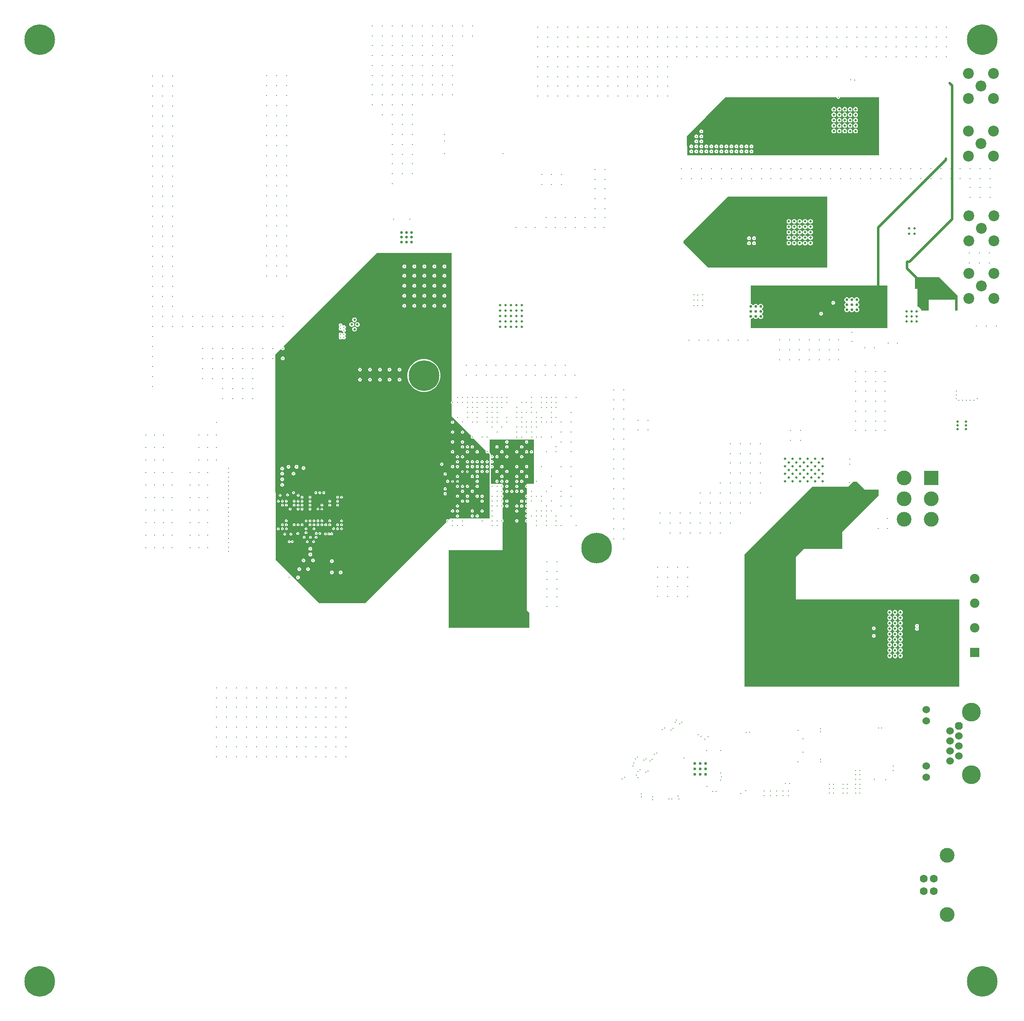
<source format=gbr>
%TF.GenerationSoftware,Altium Limited,Altium Designer,23.11.1 (41)*%
G04 Layer_Physical_Order=10*
G04 Layer_Color=16777215*
%FSLAX45Y45*%
%MOMM*%
%TF.SameCoordinates,85413206-E3E1-404A-8318-C17176F6EAC7*%
%TF.FilePolarity,Positive*%
%TF.FileFunction,Copper,L10,Inr,Signal*%
%TF.Part,Single*%
G01*
G75*
%TA.AperFunction,Conductor*%
%ADD83C,0.50800*%
%TA.AperFunction,ComponentPad*%
%ADD88C,6.20000*%
%ADD89C,2.20000*%
%ADD90C,3.81000*%
G04:AMPARAMS|DCode=91|XSize=1.524mm|YSize=1.524mm|CornerRadius=0mm|HoleSize=0mm|Usage=FLASHONLY|Rotation=90.000|XOffset=0mm|YOffset=0mm|HoleType=Round|Shape=Octagon|*
%AMOCTAGOND91*
4,1,8,0.38100,0.76200,-0.38100,0.76200,-0.76200,0.38100,-0.76200,-0.38100,-0.38100,-0.76200,0.38100,-0.76200,0.76200,-0.38100,0.76200,0.38100,0.38100,0.76200,0.0*
%
%ADD91OCTAGOND91*%

%ADD92C,1.52400*%
%ADD93C,3.00000*%
%ADD94C,1.60000*%
%ADD95C,0.60000*%
%ADD96R,1.90500X1.90500*%
%ADD97C,1.90500*%
%ADD98R,3.00000X3.00000*%
%TA.AperFunction,ViaPad*%
%ADD99C,0.30480*%
%ADD100C,0.55880*%
%ADD101C,0.50000*%
%ADD102C,0.50800*%
G36*
X17465041Y17215758D02*
X13580246D01*
X13575740Y17591550D01*
X14354803Y18387206D01*
X16603979D01*
Y18387102D01*
X16609779Y18373099D01*
X16620499Y18362379D01*
X16634502Y18356580D01*
X16649660D01*
X16663663Y18362379D01*
X16674380Y18373099D01*
X16680180Y18387102D01*
Y18387206D01*
X17465041D01*
Y17215758D01*
D02*
G37*
G36*
X16419106Y14936119D02*
X14003912D01*
X13502528Y15437503D01*
Y15479376D01*
X14402269Y16379115D01*
X16419106D01*
Y14936119D01*
D02*
G37*
G36*
X19057690Y14368353D02*
X19057690Y14064381D01*
X19007426D01*
Y14283405D01*
X18472169D01*
Y14062524D01*
X18323692D01*
Y14088132D01*
X18273921Y14137898D01*
X18242728D01*
Y14507961D01*
X18196149Y14507961D01*
Y14744701D01*
X18681345D01*
X19057690Y14368353D01*
D02*
G37*
G36*
X17637112Y13704832D02*
X14868103D01*
Y13895306D01*
X14878207D01*
X14896880Y13903041D01*
X14911169Y13917331D01*
X14911752Y13918739D01*
X14924454D01*
X14925037Y13917331D01*
X14939326Y13903041D01*
X14957999Y13895306D01*
X14978207D01*
X14996880Y13903041D01*
X15011169Y13917331D01*
X15011752Y13918739D01*
X15024454D01*
X15025037Y13917331D01*
X15039326Y13903041D01*
X15057999Y13895306D01*
X15078207D01*
X15096880Y13903041D01*
X15111169Y13917331D01*
X15118903Y13936003D01*
Y13956212D01*
X15111169Y13974883D01*
X15096880Y13989172D01*
X15095470Y13989757D01*
Y14002457D01*
X15096880Y14003041D01*
X15111169Y14017331D01*
X15118903Y14036002D01*
Y14056212D01*
X15111169Y14074883D01*
X15096880Y14089172D01*
X15095470Y14089757D01*
Y14102457D01*
X15096880Y14103041D01*
X15111169Y14117331D01*
X15118903Y14136002D01*
Y14156210D01*
X15111169Y14174883D01*
X15096880Y14189172D01*
X15078207Y14196907D01*
X15057999D01*
X15039326Y14189172D01*
X15025037Y14174883D01*
X15024454Y14173474D01*
X15011752D01*
X15011169Y14174883D01*
X14996880Y14189172D01*
X14978207Y14196907D01*
X14957999D01*
X14939326Y14189172D01*
X14925037Y14174883D01*
X14924454Y14173474D01*
X14911752D01*
X14911169Y14174883D01*
X14896880Y14189172D01*
X14878207Y14196907D01*
X14868103D01*
Y14569440D01*
X17637112D01*
Y13704832D01*
D02*
G37*
G36*
X8809454Y12229262D02*
X8806396Y12227995D01*
X8797107Y12218707D01*
X8792080Y12206570D01*
Y12193434D01*
X8797107Y12181298D01*
X8806396Y12172009D01*
X8809454Y12170742D01*
Y11915649D01*
X9201652Y11523450D01*
X9196908Y11518706D01*
X9191881Y11506570D01*
Y11493434D01*
X9196908Y11481298D01*
X9206197Y11472009D01*
X9218333Y11466982D01*
X9231469D01*
X9243606Y11472009D01*
X9248350Y11476753D01*
X9501702Y11223401D01*
X9497008Y11218707D01*
X9491981Y11206570D01*
Y11193434D01*
X9497008Y11181298D01*
X9506296Y11172009D01*
X9518433Y11166982D01*
X9531569D01*
X9543705Y11172009D01*
X9548399Y11176703D01*
X9558617Y11166485D01*
X9558618Y11166485D01*
X9573475Y11151627D01*
X9574677Y11149829D01*
X9575099Y11147708D01*
Y11063401D01*
Y10963406D01*
Y10863533D01*
Y10558981D01*
Y9850007D01*
X8775053D01*
X8748373Y9823327D01*
X8743705Y9827995D01*
X8731569Y9833022D01*
X8718433D01*
X8706297Y9827995D01*
X8697008Y9818707D01*
X8691981Y9806570D01*
Y9793434D01*
X8697008Y9781298D01*
X8701676Y9776630D01*
X7052894Y8127848D01*
X6117676D01*
X5236553Y9008971D01*
X5237001Y9009419D01*
Y10369601D01*
X5232830Y10373772D01*
Y13172141D01*
X5339588Y13278899D01*
X5352044Y13276421D01*
X5352500Y13275317D01*
X5363218Y13264600D01*
X5377221Y13258800D01*
X5392379D01*
X5406382Y13264600D01*
X5417100Y13275317D01*
X5422900Y13289320D01*
Y13304478D01*
X5417100Y13318481D01*
X5406382Y13329201D01*
X5405280Y13329655D01*
X5402802Y13342113D01*
X7290717Y15230026D01*
X8809454D01*
X8809454Y12229262D01*
D02*
G37*
G36*
X10475102Y10550004D02*
X10325531D01*
Y10533024D01*
X10318532D01*
X10306396Y10527997D01*
X10297107Y10518709D01*
X10292080Y10506573D01*
Y10493436D01*
X10297107Y10481300D01*
X10306396Y10472011D01*
X10318532Y10466984D01*
X10325531D01*
Y10333075D01*
X10318433D01*
X10306297Y10328048D01*
X10297008Y10318759D01*
X10291981Y10306623D01*
Y10293486D01*
X10297008Y10281350D01*
X10306297Y10272061D01*
X10318433Y10267035D01*
X10325531D01*
Y10233022D01*
X10318532D01*
X10306396Y10227995D01*
X10297107Y10218707D01*
X10292080Y10206570D01*
Y10193434D01*
X10297107Y10181298D01*
X10306396Y10172009D01*
X10318532Y10166982D01*
X10325531D01*
Y10133022D01*
X10318532D01*
X10306396Y10127995D01*
X10297107Y10118706D01*
X10292080Y10106570D01*
Y10093434D01*
X10297107Y10081298D01*
X10306396Y10072009D01*
X10318532Y10066982D01*
X10325531D01*
Y10033026D01*
X10318532D01*
X10306396Y10027999D01*
X10297107Y10018710D01*
X10292080Y10006574D01*
Y9993437D01*
X10297107Y9981301D01*
X10306396Y9972013D01*
X10318532Y9966986D01*
X10325531D01*
Y9933022D01*
X10318532D01*
X10306396Y9927995D01*
X10297107Y9918707D01*
X10292080Y9906570D01*
Y9893434D01*
X10297107Y9881298D01*
X10306396Y9872009D01*
X10318532Y9866982D01*
X10325531D01*
Y9833022D01*
X10318532D01*
X10306396Y9827995D01*
X10297107Y9818707D01*
X10292080Y9806570D01*
Y9793434D01*
X10297107Y9781298D01*
X10306396Y9772009D01*
X10318532Y9766982D01*
X10325531D01*
Y7987482D01*
X10383551Y7929462D01*
Y7625532D01*
X8748642D01*
Y9204090D01*
X9842315D01*
Y9771334D01*
X9843705Y9771910D01*
X9852994Y9781199D01*
X9858021Y9793335D01*
Y9806471D01*
X9852994Y9818607D01*
X9843705Y9827896D01*
X9842315Y9828472D01*
Y10071334D01*
X9843705Y10071910D01*
X9852994Y10081199D01*
X9858021Y10093335D01*
Y10106471D01*
X9852994Y10118607D01*
X9843705Y10127896D01*
X9842315Y10128472D01*
Y10171434D01*
X9843705Y10172009D01*
X9852994Y10181298D01*
X9858021Y10193434D01*
Y10206571D01*
X9852994Y10218707D01*
X9843705Y10227996D01*
X9842315Y10228571D01*
Y10271334D01*
X9843705Y10271910D01*
X9852994Y10281199D01*
X9858021Y10293335D01*
Y10306471D01*
X9852994Y10318607D01*
X9843705Y10327896D01*
X9842315Y10328472D01*
Y10371334D01*
X9843705Y10371910D01*
X9852994Y10381198D01*
X9858021Y10393335D01*
Y10406471D01*
X9852994Y10418607D01*
X9843705Y10427896D01*
X9842315Y10428472D01*
Y10471477D01*
X9843606Y10472012D01*
X9852894Y10481300D01*
X9857921Y10493436D01*
Y10506573D01*
X9852894Y10518709D01*
X9843606Y10527998D01*
X9842315Y10528532D01*
Y10550004D01*
X9607387Y10550001D01*
X9598407Y10558981D01*
Y10863533D01*
X9611107Y10870150D01*
X9618594Y10867048D01*
X9631730D01*
X9643866Y10872075D01*
X9653155Y10881364D01*
X9658182Y10893500D01*
Y10906637D01*
X9653155Y10918773D01*
X9643866Y10928061D01*
X9631730Y10933088D01*
X9618594D01*
X9611107Y10929987D01*
X9598407Y10936604D01*
Y10963406D01*
X9611107Y10970059D01*
X9618532Y10966983D01*
X9631669D01*
X9643805Y10972010D01*
X9653093Y10981299D01*
X9658120Y10993435D01*
Y11006572D01*
X9653093Y11018708D01*
X9643805Y11027996D01*
X9631669Y11033023D01*
X9618532D01*
X9611107Y11029948D01*
X9598407Y11036600D01*
Y11063401D01*
X9611107Y11070115D01*
X9618429Y11067082D01*
X9631565D01*
X9643701Y11072109D01*
X9652990Y11081398D01*
X9658017Y11093534D01*
Y11106670D01*
X9652990Y11118806D01*
X9643701Y11128095D01*
X9631565Y11133122D01*
X9618429D01*
X9611107Y11130089D01*
X9598407Y11136803D01*
Y11150004D01*
X9596632Y11158924D01*
X9591580Y11166485D01*
X9575099Y11182966D01*
Y11450004D01*
X10475102D01*
Y10550004D01*
D02*
G37*
G36*
X17183099Y10428874D02*
X17462500Y10428874D01*
X17462500Y10314574D01*
X17145000Y9997074D01*
X16722266Y9574339D01*
Y9227186D01*
X15945317D01*
X15779167Y9061036D01*
Y8202998D01*
X19095999D01*
Y6434247D01*
X14741125D01*
Y9123509D01*
X15214600Y9596984D01*
X16109991Y10492374D01*
X16840199D01*
X16941800Y10593974D01*
X17017999D01*
X17183099Y10428874D01*
D02*
G37*
%LPC*%
G36*
X17000282Y18195142D02*
X16981242D01*
X16963652Y18187856D01*
X16950189Y18174393D01*
X16942903Y18156802D01*
Y18137762D01*
X16950189Y18120172D01*
X16963652Y18106709D01*
X16981242Y18099422D01*
X17000282D01*
X17017873Y18106709D01*
X17031335Y18120172D01*
X17038623Y18137762D01*
Y18156802D01*
X17031335Y18174393D01*
X17017873Y18187856D01*
X17000282Y18195142D01*
D02*
G37*
G36*
X16890285D02*
X16871245D01*
X16853654Y18187856D01*
X16840192Y18174393D01*
X16832906Y18156802D01*
Y18137762D01*
X16840192Y18120172D01*
X16853654Y18106709D01*
X16871245Y18099422D01*
X16890285D01*
X16907877Y18106709D01*
X16921339Y18120172D01*
X16928625Y18137762D01*
Y18156802D01*
X16921339Y18174393D01*
X16907877Y18187856D01*
X16890285Y18195142D01*
D02*
G37*
G36*
X16780283D02*
X16761243D01*
X16743652Y18187856D01*
X16730190Y18174393D01*
X16722903Y18156802D01*
Y18137762D01*
X16730190Y18120172D01*
X16743652Y18106709D01*
X16761243Y18099422D01*
X16780283D01*
X16797873Y18106709D01*
X16811337Y18120172D01*
X16818623Y18137762D01*
Y18156802D01*
X16811337Y18174393D01*
X16797873Y18187856D01*
X16780283Y18195142D01*
D02*
G37*
G36*
X16670287D02*
X16651247D01*
X16633655Y18187856D01*
X16620192Y18174393D01*
X16612906Y18156802D01*
Y18137762D01*
X16620192Y18120172D01*
X16633655Y18106709D01*
X16651247Y18099422D01*
X16670287D01*
X16687875Y18106709D01*
X16701340Y18120172D01*
X16708626Y18137762D01*
Y18156802D01*
X16701340Y18174393D01*
X16687875Y18187856D01*
X16670287Y18195142D01*
D02*
G37*
G36*
X16560283D02*
X16541245D01*
X16523653Y18187856D01*
X16510190Y18174393D01*
X16502904Y18156802D01*
Y18137762D01*
X16510190Y18120172D01*
X16523653Y18106709D01*
X16541245Y18099422D01*
X16560283D01*
X16577875Y18106709D01*
X16591338Y18120172D01*
X16598624Y18137762D01*
Y18156802D01*
X16591338Y18174393D01*
X16577875Y18187856D01*
X16560283Y18195142D01*
D02*
G37*
G36*
X17000282Y18085146D02*
X16981242D01*
X16963652Y18077859D01*
X16950189Y18064395D01*
X16942903Y18046805D01*
Y18027765D01*
X16950189Y18010175D01*
X16963652Y17996712D01*
X16981242Y17989426D01*
X17000282D01*
X17017873Y17996712D01*
X17031335Y18010175D01*
X17038623Y18027765D01*
Y18046805D01*
X17031335Y18064395D01*
X17017873Y18077859D01*
X17000282Y18085146D01*
D02*
G37*
G36*
X16890285D02*
X16871245D01*
X16853654Y18077859D01*
X16840192Y18064395D01*
X16832906Y18046805D01*
Y18027765D01*
X16840192Y18010175D01*
X16853654Y17996712D01*
X16871245Y17989426D01*
X16890285D01*
X16907877Y17996712D01*
X16921339Y18010175D01*
X16928625Y18027765D01*
Y18046805D01*
X16921339Y18064395D01*
X16907877Y18077859D01*
X16890285Y18085146D01*
D02*
G37*
G36*
X16780283D02*
X16761243D01*
X16743652Y18077859D01*
X16730190Y18064395D01*
X16722903Y18046805D01*
Y18027765D01*
X16730190Y18010175D01*
X16743652Y17996712D01*
X16761243Y17989426D01*
X16780283D01*
X16797873Y17996712D01*
X16811337Y18010175D01*
X16818623Y18027765D01*
Y18046805D01*
X16811337Y18064395D01*
X16797873Y18077859D01*
X16780283Y18085146D01*
D02*
G37*
G36*
X16670287D02*
X16651247D01*
X16633655Y18077859D01*
X16620192Y18064395D01*
X16612906Y18046805D01*
Y18027765D01*
X16620192Y18010175D01*
X16633655Y17996712D01*
X16651247Y17989426D01*
X16670287D01*
X16687875Y17996712D01*
X16701340Y18010175D01*
X16708626Y18027765D01*
Y18046805D01*
X16701340Y18064395D01*
X16687875Y18077859D01*
X16670287Y18085146D01*
D02*
G37*
G36*
X16560283D02*
X16541245D01*
X16523653Y18077859D01*
X16510190Y18064395D01*
X16502904Y18046805D01*
Y18027765D01*
X16510190Y18010175D01*
X16523653Y17996712D01*
X16541245Y17989426D01*
X16560283D01*
X16577875Y17996712D01*
X16591338Y18010175D01*
X16598624Y18027765D01*
Y18046805D01*
X16591338Y18064395D01*
X16577875Y18077859D01*
X16560283Y18085146D01*
D02*
G37*
G36*
X17000282Y17975143D02*
X16981242D01*
X16963652Y17967856D01*
X16950189Y17954393D01*
X16942903Y17936803D01*
Y17917763D01*
X16950189Y17900172D01*
X16963652Y17886710D01*
X16981242Y17879424D01*
X17000282D01*
X17017873Y17886710D01*
X17031335Y17900172D01*
X17038623Y17917763D01*
Y17936803D01*
X17031335Y17954393D01*
X17017873Y17967856D01*
X17000282Y17975143D01*
D02*
G37*
G36*
X16890285D02*
X16871245D01*
X16853654Y17967856D01*
X16840192Y17954393D01*
X16832906Y17936803D01*
Y17917763D01*
X16840192Y17900172D01*
X16853654Y17886710D01*
X16871245Y17879424D01*
X16890285D01*
X16907877Y17886710D01*
X16921339Y17900172D01*
X16928625Y17917763D01*
Y17936803D01*
X16921339Y17954393D01*
X16907877Y17967856D01*
X16890285Y17975143D01*
D02*
G37*
G36*
X16780283D02*
X16761243D01*
X16743652Y17967856D01*
X16730190Y17954393D01*
X16722903Y17936803D01*
Y17917763D01*
X16730190Y17900172D01*
X16743652Y17886710D01*
X16761243Y17879424D01*
X16780283D01*
X16797873Y17886710D01*
X16811337Y17900172D01*
X16818623Y17917763D01*
Y17936803D01*
X16811337Y17954393D01*
X16797873Y17967856D01*
X16780283Y17975143D01*
D02*
G37*
G36*
X16670287D02*
X16651247D01*
X16633655Y17967856D01*
X16620192Y17954393D01*
X16612906Y17936803D01*
Y17917763D01*
X16620192Y17900172D01*
X16633655Y17886710D01*
X16651247Y17879424D01*
X16670287D01*
X16687875Y17886710D01*
X16701340Y17900172D01*
X16708626Y17917763D01*
Y17936803D01*
X16701340Y17954393D01*
X16687875Y17967856D01*
X16670287Y17975143D01*
D02*
G37*
G36*
X16560283D02*
X16541245D01*
X16523653Y17967856D01*
X16510190Y17954393D01*
X16502904Y17936803D01*
Y17917763D01*
X16510190Y17900172D01*
X16523653Y17886710D01*
X16541245Y17879424D01*
X16560283D01*
X16577875Y17886710D01*
X16591338Y17900172D01*
X16598624Y17917763D01*
Y17936803D01*
X16591338Y17954393D01*
X16577875Y17967856D01*
X16560283Y17975143D01*
D02*
G37*
G36*
X17000282Y17865144D02*
X16981242D01*
X16963652Y17857858D01*
X16950189Y17844395D01*
X16942903Y17826805D01*
Y17807767D01*
X16950189Y17790175D01*
X16963652Y17776712D01*
X16981242Y17769424D01*
X17000282D01*
X17017873Y17776712D01*
X17031335Y17790175D01*
X17038623Y17807767D01*
Y17826805D01*
X17031335Y17844395D01*
X17017873Y17857858D01*
X17000282Y17865144D01*
D02*
G37*
G36*
X16890285D02*
X16871245D01*
X16853654Y17857858D01*
X16840192Y17844395D01*
X16832906Y17826805D01*
Y17807767D01*
X16840192Y17790175D01*
X16853654Y17776712D01*
X16871245Y17769424D01*
X16890285D01*
X16907877Y17776712D01*
X16921339Y17790175D01*
X16928625Y17807767D01*
Y17826805D01*
X16921339Y17844395D01*
X16907877Y17857858D01*
X16890285Y17865144D01*
D02*
G37*
G36*
X16780283D02*
X16761243D01*
X16743652Y17857858D01*
X16730190Y17844395D01*
X16722903Y17826805D01*
Y17807767D01*
X16730190Y17790175D01*
X16743652Y17776712D01*
X16761243Y17769424D01*
X16780283D01*
X16797873Y17776712D01*
X16811337Y17790175D01*
X16818623Y17807767D01*
Y17826805D01*
X16811337Y17844395D01*
X16797873Y17857858D01*
X16780283Y17865144D01*
D02*
G37*
G36*
X16670287D02*
X16651247D01*
X16633655Y17857858D01*
X16620192Y17844395D01*
X16612906Y17826805D01*
Y17807767D01*
X16620192Y17790175D01*
X16633655Y17776712D01*
X16651247Y17769424D01*
X16670287D01*
X16687875Y17776712D01*
X16701340Y17790175D01*
X16708626Y17807767D01*
Y17826805D01*
X16701340Y17844395D01*
X16687875Y17857858D01*
X16670287Y17865144D01*
D02*
G37*
G36*
X16560283D02*
X16541245D01*
X16523653Y17857858D01*
X16510190Y17844395D01*
X16502904Y17826805D01*
Y17807767D01*
X16510190Y17790175D01*
X16523653Y17776712D01*
X16541245Y17769424D01*
X16560283D01*
X16577875Y17776712D01*
X16591338Y17790175D01*
X16598624Y17807767D01*
Y17826805D01*
X16591338Y17844395D01*
X16577875Y17857858D01*
X16560283Y17865144D01*
D02*
G37*
G36*
X17000282Y17755144D02*
X16981242D01*
X16963652Y17747858D01*
X16950189Y17734393D01*
X16942903Y17716803D01*
Y17697763D01*
X16950189Y17680173D01*
X16963652Y17666708D01*
X16981242Y17659422D01*
X17000282D01*
X17017873Y17666708D01*
X17031335Y17680173D01*
X17038623Y17697763D01*
Y17716803D01*
X17031335Y17734393D01*
X17017873Y17747858D01*
X17000282Y17755144D01*
D02*
G37*
G36*
X16890285D02*
X16871245D01*
X16853654Y17747858D01*
X16840192Y17734393D01*
X16832906Y17716803D01*
Y17697763D01*
X16840192Y17680173D01*
X16853654Y17666708D01*
X16871245Y17659422D01*
X16890285D01*
X16907877Y17666708D01*
X16921339Y17680173D01*
X16928625Y17697763D01*
Y17716803D01*
X16921339Y17734393D01*
X16907877Y17747858D01*
X16890285Y17755144D01*
D02*
G37*
G36*
X16780283D02*
X16761243D01*
X16743652Y17747858D01*
X16730190Y17734393D01*
X16722903Y17716803D01*
Y17697763D01*
X16730190Y17680173D01*
X16743652Y17666708D01*
X16761243Y17659422D01*
X16780283D01*
X16797873Y17666708D01*
X16811337Y17680173D01*
X16818623Y17697763D01*
Y17716803D01*
X16811337Y17734393D01*
X16797873Y17747858D01*
X16780283Y17755144D01*
D02*
G37*
G36*
X16670287D02*
X16651247D01*
X16633655Y17747858D01*
X16620192Y17734393D01*
X16612906Y17716803D01*
Y17697763D01*
X16620192Y17680173D01*
X16633655Y17666708D01*
X16651247Y17659422D01*
X16670287D01*
X16687875Y17666708D01*
X16701340Y17680173D01*
X16708626Y17697763D01*
Y17716803D01*
X16701340Y17734393D01*
X16687875Y17747858D01*
X16670287Y17755144D01*
D02*
G37*
G36*
X16560283D02*
X16541245D01*
X16523653Y17747858D01*
X16510190Y17734393D01*
X16502904Y17716803D01*
Y17697763D01*
X16510190Y17680173D01*
X16523653Y17666708D01*
X16541245Y17659422D01*
X16560283D01*
X16577875Y17666708D01*
X16591338Y17680173D01*
X16598624Y17697763D01*
Y17716803D01*
X16591338Y17734393D01*
X16577875Y17747858D01*
X16560283Y17755144D01*
D02*
G37*
G36*
X13874193Y17735207D02*
X13859036D01*
X13845033Y17729407D01*
X13834315Y17718689D01*
X13828514Y17704686D01*
Y17689529D01*
X13834315Y17675525D01*
X13845033Y17664807D01*
X13859036Y17659007D01*
X13874193D01*
X13888196Y17664807D01*
X13898914Y17675525D01*
X13904713Y17689529D01*
Y17704686D01*
X13898914Y17718689D01*
X13888196Y17729407D01*
X13874193Y17735207D01*
D02*
G37*
G36*
Y17633607D02*
X13859036D01*
X13845033Y17627808D01*
X13834315Y17617088D01*
X13828514Y17603085D01*
Y17587929D01*
X13834315Y17573924D01*
X13845033Y17563206D01*
X13859036Y17557407D01*
X13874193D01*
X13888196Y17563206D01*
X13898914Y17573924D01*
X13904713Y17587929D01*
Y17603085D01*
X13898914Y17617088D01*
X13888196Y17627808D01*
X13874193Y17633607D01*
D02*
G37*
G36*
X13772594D02*
X13757436D01*
X13743433Y17627808D01*
X13732715Y17617088D01*
X13726913Y17603085D01*
Y17587929D01*
X13732715Y17573924D01*
X13743433Y17563206D01*
X13757436Y17557407D01*
X13772594D01*
X13786597Y17563206D01*
X13797314Y17573924D01*
X13803114Y17587929D01*
Y17603085D01*
X13797314Y17617088D01*
X13786597Y17627808D01*
X13772594Y17633607D01*
D02*
G37*
G36*
X13874193Y17532007D02*
X13859036D01*
X13845033Y17526207D01*
X13834315Y17515489D01*
X13828514Y17501486D01*
Y17486330D01*
X13834315Y17472325D01*
X13845033Y17461607D01*
X13859036Y17455807D01*
X13874193D01*
X13888196Y17461607D01*
X13898914Y17472325D01*
X13904713Y17486330D01*
Y17501486D01*
X13898914Y17515489D01*
X13888196Y17526207D01*
X13874193Y17532007D01*
D02*
G37*
G36*
X13772594D02*
X13757436D01*
X13743433Y17526207D01*
X13732715Y17515489D01*
X13726913Y17501486D01*
Y17486330D01*
X13732715Y17472325D01*
X13743433Y17461607D01*
X13757436Y17455807D01*
X13772594D01*
X13786597Y17461607D01*
X13797314Y17472325D01*
X13803114Y17486330D01*
Y17501486D01*
X13797314Y17515489D01*
X13786597Y17526207D01*
X13772594Y17532007D01*
D02*
G37*
G36*
X14890193Y17430408D02*
X14875037D01*
X14861034Y17424606D01*
X14850314Y17413889D01*
X14844514Y17399886D01*
Y17384729D01*
X14850314Y17370724D01*
X14861034Y17360007D01*
X14875037Y17354207D01*
X14890193D01*
X14904196Y17360007D01*
X14914914Y17370724D01*
X14920714Y17384729D01*
Y17399886D01*
X14914914Y17413889D01*
X14904196Y17424606D01*
X14890193Y17430408D01*
D02*
G37*
G36*
X14788593D02*
X14773436D01*
X14759433Y17424606D01*
X14748715Y17413889D01*
X14742914Y17399886D01*
Y17384729D01*
X14748715Y17370724D01*
X14759433Y17360007D01*
X14773436Y17354207D01*
X14788593D01*
X14802596Y17360007D01*
X14813313Y17370724D01*
X14819115Y17384729D01*
Y17399886D01*
X14813313Y17413889D01*
X14802596Y17424606D01*
X14788593Y17430408D01*
D02*
G37*
G36*
X14686993D02*
X14671835D01*
X14657832Y17424606D01*
X14647115Y17413889D01*
X14641315Y17399886D01*
Y17384729D01*
X14647115Y17370724D01*
X14657832Y17360007D01*
X14671835Y17354207D01*
X14686993D01*
X14700996Y17360007D01*
X14711714Y17370724D01*
X14717514Y17384729D01*
Y17399886D01*
X14711714Y17413889D01*
X14700996Y17424606D01*
X14686993Y17430408D01*
D02*
G37*
G36*
X14585393D02*
X14570236D01*
X14556233Y17424606D01*
X14545515Y17413889D01*
X14539714Y17399886D01*
Y17384729D01*
X14545515Y17370724D01*
X14556233Y17360007D01*
X14570236Y17354207D01*
X14585393D01*
X14599396Y17360007D01*
X14610114Y17370724D01*
X14615913Y17384729D01*
Y17399886D01*
X14610114Y17413889D01*
X14599396Y17424606D01*
X14585393Y17430408D01*
D02*
G37*
G36*
X14483794D02*
X14468636D01*
X14454633Y17424606D01*
X14443915Y17413889D01*
X14438113Y17399886D01*
Y17384729D01*
X14443915Y17370724D01*
X14454633Y17360007D01*
X14468636Y17354207D01*
X14483794D01*
X14497797Y17360007D01*
X14508514Y17370724D01*
X14514314Y17384729D01*
Y17399886D01*
X14508514Y17413889D01*
X14497797Y17424606D01*
X14483794Y17430408D01*
D02*
G37*
G36*
X14382193D02*
X14367036D01*
X14353033Y17424606D01*
X14342316Y17413889D01*
X14336514Y17399886D01*
Y17384729D01*
X14342316Y17370724D01*
X14353033Y17360007D01*
X14367036Y17354207D01*
X14382193D01*
X14396196Y17360007D01*
X14406914Y17370724D01*
X14412714Y17384729D01*
Y17399886D01*
X14406914Y17413889D01*
X14396196Y17424606D01*
X14382193Y17430408D01*
D02*
G37*
G36*
X14280592D02*
X14265436D01*
X14251433Y17424606D01*
X14240715Y17413889D01*
X14234914Y17399886D01*
Y17384729D01*
X14240715Y17370724D01*
X14251433Y17360007D01*
X14265436Y17354207D01*
X14280592D01*
X14294595Y17360007D01*
X14305315Y17370724D01*
X14311115Y17384729D01*
Y17399886D01*
X14305315Y17413889D01*
X14294595Y17424606D01*
X14280592Y17430408D01*
D02*
G37*
G36*
X14178993D02*
X14163837D01*
X14149834Y17424606D01*
X14139114Y17413889D01*
X14133315Y17399886D01*
Y17384729D01*
X14139114Y17370724D01*
X14149834Y17360007D01*
X14163837Y17354207D01*
X14178993D01*
X14192996Y17360007D01*
X14203714Y17370724D01*
X14209514Y17384729D01*
Y17399886D01*
X14203714Y17413889D01*
X14192996Y17424606D01*
X14178993Y17430408D01*
D02*
G37*
G36*
X14077393D02*
X14062236D01*
X14048233Y17424606D01*
X14037515Y17413889D01*
X14031714Y17399886D01*
Y17384729D01*
X14037515Y17370724D01*
X14048233Y17360007D01*
X14062236Y17354207D01*
X14077393D01*
X14091396Y17360007D01*
X14102113Y17370724D01*
X14107915Y17384729D01*
Y17399886D01*
X14102113Y17413889D01*
X14091396Y17424606D01*
X14077393Y17430408D01*
D02*
G37*
G36*
X13975793D02*
X13960635D01*
X13946632Y17424606D01*
X13935915Y17413889D01*
X13930115Y17399886D01*
Y17384729D01*
X13935915Y17370724D01*
X13946632Y17360007D01*
X13960635Y17354207D01*
X13975793D01*
X13989796Y17360007D01*
X14000514Y17370724D01*
X14006314Y17384729D01*
Y17399886D01*
X14000514Y17413889D01*
X13989796Y17424606D01*
X13975793Y17430408D01*
D02*
G37*
G36*
X13874193D02*
X13859036D01*
X13845033Y17424606D01*
X13834315Y17413889D01*
X13828514Y17399886D01*
Y17384729D01*
X13834315Y17370724D01*
X13845033Y17360007D01*
X13859036Y17354207D01*
X13874193D01*
X13888196Y17360007D01*
X13898914Y17370724D01*
X13904713Y17384729D01*
Y17399886D01*
X13898914Y17413889D01*
X13888196Y17424606D01*
X13874193Y17430408D01*
D02*
G37*
G36*
X13772594D02*
X13757436D01*
X13743433Y17424606D01*
X13732715Y17413889D01*
X13726913Y17399886D01*
Y17384729D01*
X13732715Y17370724D01*
X13743433Y17360007D01*
X13757436Y17354207D01*
X13772594D01*
X13786597Y17360007D01*
X13797314Y17370724D01*
X13803114Y17384729D01*
Y17399886D01*
X13797314Y17413889D01*
X13786597Y17424606D01*
X13772594Y17430408D01*
D02*
G37*
G36*
X13670993D02*
X13655836D01*
X13641833Y17424606D01*
X13631116Y17413889D01*
X13625314Y17399886D01*
Y17384729D01*
X13631116Y17370724D01*
X13641833Y17360007D01*
X13655836Y17354207D01*
X13670993D01*
X13684996Y17360007D01*
X13695714Y17370724D01*
X13701514Y17384729D01*
Y17399886D01*
X13695714Y17413889D01*
X13684996Y17424606D01*
X13670993Y17430408D01*
D02*
G37*
G36*
X14890193Y17328807D02*
X14875037D01*
X14861034Y17323007D01*
X14850314Y17312289D01*
X14844514Y17298286D01*
Y17283128D01*
X14850314Y17269125D01*
X14861034Y17258408D01*
X14875037Y17252608D01*
X14890193D01*
X14904196Y17258408D01*
X14914914Y17269125D01*
X14920714Y17283128D01*
Y17298286D01*
X14914914Y17312289D01*
X14904196Y17323007D01*
X14890193Y17328807D01*
D02*
G37*
G36*
X14788593D02*
X14773436D01*
X14759433Y17323007D01*
X14748715Y17312289D01*
X14742914Y17298286D01*
Y17283128D01*
X14748715Y17269125D01*
X14759433Y17258408D01*
X14773436Y17252608D01*
X14788593D01*
X14802596Y17258408D01*
X14813313Y17269125D01*
X14819115Y17283128D01*
Y17298286D01*
X14813313Y17312289D01*
X14802596Y17323007D01*
X14788593Y17328807D01*
D02*
G37*
G36*
X14686993D02*
X14671835D01*
X14657832Y17323007D01*
X14647115Y17312289D01*
X14641315Y17298286D01*
Y17283128D01*
X14647115Y17269125D01*
X14657832Y17258408D01*
X14671835Y17252608D01*
X14686993D01*
X14700996Y17258408D01*
X14711714Y17269125D01*
X14717514Y17283128D01*
Y17298286D01*
X14711714Y17312289D01*
X14700996Y17323007D01*
X14686993Y17328807D01*
D02*
G37*
G36*
X14585393D02*
X14570236D01*
X14556233Y17323007D01*
X14545515Y17312289D01*
X14539714Y17298286D01*
Y17283128D01*
X14545515Y17269125D01*
X14556233Y17258408D01*
X14570236Y17252608D01*
X14585393D01*
X14599396Y17258408D01*
X14610114Y17269125D01*
X14615913Y17283128D01*
Y17298286D01*
X14610114Y17312289D01*
X14599396Y17323007D01*
X14585393Y17328807D01*
D02*
G37*
G36*
X14483794D02*
X14468636D01*
X14454633Y17323007D01*
X14443915Y17312289D01*
X14438113Y17298286D01*
Y17283128D01*
X14443915Y17269125D01*
X14454633Y17258408D01*
X14468636Y17252608D01*
X14483794D01*
X14497797Y17258408D01*
X14508514Y17269125D01*
X14514314Y17283128D01*
Y17298286D01*
X14508514Y17312289D01*
X14497797Y17323007D01*
X14483794Y17328807D01*
D02*
G37*
G36*
X14382193D02*
X14367036D01*
X14353033Y17323007D01*
X14342316Y17312289D01*
X14336514Y17298286D01*
Y17283128D01*
X14342316Y17269125D01*
X14353033Y17258408D01*
X14367036Y17252608D01*
X14382193D01*
X14396196Y17258408D01*
X14406914Y17269125D01*
X14412714Y17283128D01*
Y17298286D01*
X14406914Y17312289D01*
X14396196Y17323007D01*
X14382193Y17328807D01*
D02*
G37*
G36*
X14280592D02*
X14265436D01*
X14251433Y17323007D01*
X14240715Y17312289D01*
X14234914Y17298286D01*
Y17283128D01*
X14240715Y17269125D01*
X14251433Y17258408D01*
X14265436Y17252608D01*
X14280592D01*
X14294595Y17258408D01*
X14305315Y17269125D01*
X14311115Y17283128D01*
Y17298286D01*
X14305315Y17312289D01*
X14294595Y17323007D01*
X14280592Y17328807D01*
D02*
G37*
G36*
X14178993D02*
X14163837D01*
X14149834Y17323007D01*
X14139114Y17312289D01*
X14133315Y17298286D01*
Y17283128D01*
X14139114Y17269125D01*
X14149834Y17258408D01*
X14163837Y17252608D01*
X14178993D01*
X14192996Y17258408D01*
X14203714Y17269125D01*
X14209514Y17283128D01*
Y17298286D01*
X14203714Y17312289D01*
X14192996Y17323007D01*
X14178993Y17328807D01*
D02*
G37*
G36*
X14077393D02*
X14062236D01*
X14048233Y17323007D01*
X14037515Y17312289D01*
X14031714Y17298286D01*
Y17283128D01*
X14037515Y17269125D01*
X14048233Y17258408D01*
X14062236Y17252608D01*
X14077393D01*
X14091396Y17258408D01*
X14102113Y17269125D01*
X14107915Y17283128D01*
Y17298286D01*
X14102113Y17312289D01*
X14091396Y17323007D01*
X14077393Y17328807D01*
D02*
G37*
G36*
X13975793D02*
X13960635D01*
X13946632Y17323007D01*
X13935915Y17312289D01*
X13930115Y17298286D01*
Y17283128D01*
X13935915Y17269125D01*
X13946632Y17258408D01*
X13960635Y17252608D01*
X13975793D01*
X13989796Y17258408D01*
X14000514Y17269125D01*
X14006314Y17283128D01*
Y17298286D01*
X14000514Y17312289D01*
X13989796Y17323007D01*
X13975793Y17328807D01*
D02*
G37*
G36*
X13874193D02*
X13859036D01*
X13845033Y17323007D01*
X13834315Y17312289D01*
X13828514Y17298286D01*
Y17283128D01*
X13834315Y17269125D01*
X13845033Y17258408D01*
X13859036Y17252608D01*
X13874193D01*
X13888196Y17258408D01*
X13898914Y17269125D01*
X13904713Y17283128D01*
Y17298286D01*
X13898914Y17312289D01*
X13888196Y17323007D01*
X13874193Y17328807D01*
D02*
G37*
G36*
X13772594D02*
X13757436D01*
X13743433Y17323007D01*
X13732715Y17312289D01*
X13726913Y17298286D01*
Y17283128D01*
X13732715Y17269125D01*
X13743433Y17258408D01*
X13757436Y17252608D01*
X13772594D01*
X13786597Y17258408D01*
X13797314Y17269125D01*
X13803114Y17283128D01*
Y17298286D01*
X13797314Y17312289D01*
X13786597Y17323007D01*
X13772594Y17328807D01*
D02*
G37*
G36*
X13670993D02*
X13655836D01*
X13641833Y17323007D01*
X13631116Y17312289D01*
X13625314Y17298286D01*
Y17283128D01*
X13631116Y17269125D01*
X13641833Y17258408D01*
X13655836Y17252608D01*
X13670993D01*
X13684996Y17258408D01*
X13695714Y17269125D01*
X13701514Y17283128D01*
Y17298286D01*
X13695714Y17312289D01*
X13684996Y17323007D01*
X13670993Y17328807D01*
D02*
G37*
G36*
X16089148Y15920201D02*
X16070108D01*
X16052518Y15912915D01*
X16039053Y15899452D01*
X16031767Y15881860D01*
Y15862820D01*
X16039053Y15845232D01*
X16052518Y15831767D01*
X16070108Y15824481D01*
X16089148D01*
X16106738Y15831767D01*
X16120203Y15845232D01*
X16127489Y15862820D01*
Y15881860D01*
X16120203Y15899452D01*
X16106738Y15912915D01*
X16089148Y15920201D01*
D02*
G37*
G36*
X15979146D02*
X15960106D01*
X15942516Y15912915D01*
X15929053Y15899452D01*
X15921767Y15881860D01*
Y15862820D01*
X15929053Y15845232D01*
X15942516Y15831767D01*
X15960106Y15824481D01*
X15979146D01*
X15996736Y15831767D01*
X16010199Y15845232D01*
X16017487Y15862820D01*
Y15881860D01*
X16010199Y15899452D01*
X15996736Y15912915D01*
X15979146Y15920201D01*
D02*
G37*
G36*
X15869148D02*
X15850108D01*
X15832518Y15912915D01*
X15819055Y15899452D01*
X15811768Y15881860D01*
Y15862820D01*
X15819055Y15845232D01*
X15832518Y15831767D01*
X15850108Y15824481D01*
X15869148D01*
X15886739Y15831767D01*
X15900201Y15845232D01*
X15907487Y15862820D01*
Y15881860D01*
X15900201Y15899452D01*
X15886739Y15912915D01*
X15869148Y15920201D01*
D02*
G37*
G36*
X15759146D02*
X15740106D01*
X15722516Y15912915D01*
X15709052Y15899452D01*
X15701765Y15881860D01*
Y15862820D01*
X15709052Y15845232D01*
X15722516Y15831767D01*
X15740106Y15824481D01*
X15759146D01*
X15776736Y15831767D01*
X15790199Y15845232D01*
X15797485Y15862820D01*
Y15881860D01*
X15790199Y15899452D01*
X15776736Y15912915D01*
X15759146Y15920201D01*
D02*
G37*
G36*
X15649149D02*
X15630109D01*
X15612518Y15912915D01*
X15599055Y15899452D01*
X15591769Y15881860D01*
Y15862820D01*
X15599055Y15845232D01*
X15612518Y15831767D01*
X15630109Y15824481D01*
X15649149D01*
X15666739Y15831767D01*
X15680203Y15845232D01*
X15687489Y15862820D01*
Y15881860D01*
X15680203Y15899452D01*
X15666739Y15912915D01*
X15649149Y15920201D01*
D02*
G37*
G36*
X16089148Y15810199D02*
X16070108D01*
X16052518Y15802913D01*
X16039053Y15789449D01*
X16031767Y15771860D01*
Y15752818D01*
X16039053Y15735228D01*
X16052518Y15721765D01*
X16070108Y15714479D01*
X16089148D01*
X16106738Y15721765D01*
X16120203Y15735228D01*
X16127489Y15752818D01*
Y15771860D01*
X16120203Y15789449D01*
X16106738Y15802913D01*
X16089148Y15810199D01*
D02*
G37*
G36*
X15979146D02*
X15960106D01*
X15942516Y15802913D01*
X15929053Y15789449D01*
X15921767Y15771860D01*
Y15752818D01*
X15929053Y15735228D01*
X15942516Y15721765D01*
X15960106Y15714479D01*
X15979146D01*
X15996736Y15721765D01*
X16010199Y15735228D01*
X16017487Y15752818D01*
Y15771860D01*
X16010199Y15789449D01*
X15996736Y15802913D01*
X15979146Y15810199D01*
D02*
G37*
G36*
X15869148D02*
X15850108D01*
X15832518Y15802913D01*
X15819055Y15789449D01*
X15811768Y15771860D01*
Y15752818D01*
X15819055Y15735228D01*
X15832518Y15721765D01*
X15850108Y15714479D01*
X15869148D01*
X15886739Y15721765D01*
X15900201Y15735228D01*
X15907487Y15752818D01*
Y15771860D01*
X15900201Y15789449D01*
X15886739Y15802913D01*
X15869148Y15810199D01*
D02*
G37*
G36*
X15759146D02*
X15740106D01*
X15722516Y15802913D01*
X15709052Y15789449D01*
X15701765Y15771860D01*
Y15752818D01*
X15709052Y15735228D01*
X15722516Y15721765D01*
X15740106Y15714479D01*
X15759146D01*
X15776736Y15721765D01*
X15790199Y15735228D01*
X15797485Y15752818D01*
Y15771860D01*
X15790199Y15789449D01*
X15776736Y15802913D01*
X15759146Y15810199D01*
D02*
G37*
G36*
X15649149D02*
X15630109D01*
X15612518Y15802913D01*
X15599055Y15789449D01*
X15591769Y15771860D01*
Y15752818D01*
X15599055Y15735228D01*
X15612518Y15721765D01*
X15630109Y15714479D01*
X15649149D01*
X15666739Y15721765D01*
X15680203Y15735228D01*
X15687489Y15752818D01*
Y15771860D01*
X15680203Y15789449D01*
X15666739Y15802913D01*
X15649149Y15810199D01*
D02*
G37*
G36*
X16089148Y15700201D02*
X16070108D01*
X16052518Y15692915D01*
X16039053Y15679453D01*
X16031767Y15661861D01*
Y15642822D01*
X16039053Y15625230D01*
X16052518Y15611768D01*
X16070108Y15604482D01*
X16089148D01*
X16106738Y15611768D01*
X16120203Y15625230D01*
X16127489Y15642822D01*
Y15661861D01*
X16120203Y15679453D01*
X16106738Y15692915D01*
X16089148Y15700201D01*
D02*
G37*
G36*
X15979146D02*
X15960106D01*
X15942516Y15692915D01*
X15929053Y15679453D01*
X15921767Y15661861D01*
Y15642822D01*
X15929053Y15625230D01*
X15942516Y15611768D01*
X15960106Y15604482D01*
X15979146D01*
X15996736Y15611768D01*
X16010199Y15625230D01*
X16017487Y15642822D01*
Y15661861D01*
X16010199Y15679453D01*
X15996736Y15692915D01*
X15979146Y15700201D01*
D02*
G37*
G36*
X15869148D02*
X15850108D01*
X15832518Y15692915D01*
X15819055Y15679453D01*
X15811768Y15661861D01*
Y15642822D01*
X15819055Y15625230D01*
X15832518Y15611768D01*
X15850108Y15604482D01*
X15869148D01*
X15886739Y15611768D01*
X15900201Y15625230D01*
X15907487Y15642822D01*
Y15661861D01*
X15900201Y15679453D01*
X15886739Y15692915D01*
X15869148Y15700201D01*
D02*
G37*
G36*
X15759146D02*
X15740106D01*
X15722516Y15692915D01*
X15709052Y15679453D01*
X15701765Y15661861D01*
Y15642822D01*
X15709052Y15625230D01*
X15722516Y15611768D01*
X15740106Y15604482D01*
X15759146D01*
X15776736Y15611768D01*
X15790199Y15625230D01*
X15797485Y15642822D01*
Y15661861D01*
X15790199Y15679453D01*
X15776736Y15692915D01*
X15759146Y15700201D01*
D02*
G37*
G36*
X15649149D02*
X15630109D01*
X15612518Y15692915D01*
X15599055Y15679453D01*
X15591769Y15661861D01*
Y15642822D01*
X15599055Y15625230D01*
X15612518Y15611768D01*
X15630109Y15604482D01*
X15649149D01*
X15666739Y15611768D01*
X15680203Y15625230D01*
X15687489Y15642822D01*
Y15661861D01*
X15680203Y15679453D01*
X15666739Y15692915D01*
X15649149Y15700201D01*
D02*
G37*
G36*
X16089148Y15590199D02*
X16070108D01*
X16052518Y15582913D01*
X16039053Y15569450D01*
X16031767Y15551859D01*
Y15532819D01*
X16039053Y15515228D01*
X16052518Y15501765D01*
X16070108Y15494479D01*
X16089148D01*
X16106738Y15501765D01*
X16120203Y15515228D01*
X16127489Y15532819D01*
Y15551859D01*
X16120203Y15569450D01*
X16106738Y15582913D01*
X16089148Y15590199D01*
D02*
G37*
G36*
X15979146D02*
X15960106D01*
X15942516Y15582913D01*
X15929053Y15569450D01*
X15921767Y15551859D01*
Y15532819D01*
X15929053Y15515228D01*
X15942516Y15501765D01*
X15960106Y15494479D01*
X15979146D01*
X15996736Y15501765D01*
X16010199Y15515228D01*
X16017487Y15532819D01*
Y15551859D01*
X16010199Y15569450D01*
X15996736Y15582913D01*
X15979146Y15590199D01*
D02*
G37*
G36*
X15869148D02*
X15850108D01*
X15832518Y15582913D01*
X15819055Y15569450D01*
X15811768Y15551859D01*
Y15532819D01*
X15819055Y15515228D01*
X15832518Y15501765D01*
X15850108Y15494479D01*
X15869148D01*
X15886739Y15501765D01*
X15900201Y15515228D01*
X15907487Y15532819D01*
Y15551859D01*
X15900201Y15569450D01*
X15886739Y15582913D01*
X15869148Y15590199D01*
D02*
G37*
G36*
X15759146D02*
X15740106D01*
X15722516Y15582913D01*
X15709052Y15569450D01*
X15701765Y15551859D01*
Y15532819D01*
X15709052Y15515228D01*
X15722516Y15501765D01*
X15740106Y15494479D01*
X15759146D01*
X15776736Y15501765D01*
X15790199Y15515228D01*
X15797485Y15532819D01*
Y15551859D01*
X15790199Y15569450D01*
X15776736Y15582913D01*
X15759146Y15590199D01*
D02*
G37*
G36*
X15649149D02*
X15630109D01*
X15612518Y15582913D01*
X15599055Y15569450D01*
X15591769Y15551859D01*
Y15532819D01*
X15599055Y15515228D01*
X15612518Y15501765D01*
X15630109Y15494479D01*
X15649149D01*
X15666739Y15501765D01*
X15680203Y15515228D01*
X15687489Y15532819D01*
Y15551859D01*
X15680203Y15569450D01*
X15666739Y15582913D01*
X15649149Y15590199D01*
D02*
G37*
G36*
X14942780Y15568402D02*
X14927621D01*
X14913618Y15562601D01*
X14902901Y15551884D01*
X14897099Y15537880D01*
Y15522723D01*
X14902901Y15508720D01*
X14913618Y15498003D01*
X14927621Y15492203D01*
X14942780D01*
X14956783Y15498003D01*
X14967500Y15508720D01*
X14973300Y15522723D01*
Y15537880D01*
X14967500Y15551884D01*
X14956783Y15562601D01*
X14942780Y15568402D01*
D02*
G37*
G36*
X14841179D02*
X14826021D01*
X14812018Y15562601D01*
X14801300Y15551884D01*
X14795500Y15537880D01*
Y15522723D01*
X14801300Y15508720D01*
X14812018Y15498003D01*
X14826021Y15492203D01*
X14841179D01*
X14855182Y15498003D01*
X14865900Y15508720D01*
X14871700Y15522723D01*
Y15537880D01*
X14865900Y15551884D01*
X14855182Y15562601D01*
X14841179Y15568402D01*
D02*
G37*
G36*
X14942780Y15466801D02*
X14927621D01*
X14913618Y15461002D01*
X14902901Y15450284D01*
X14897099Y15436279D01*
Y15421123D01*
X14902901Y15407120D01*
X14913618Y15396402D01*
X14927621Y15390602D01*
X14942780D01*
X14956783Y15396402D01*
X14967500Y15407120D01*
X14973300Y15421123D01*
Y15436279D01*
X14967500Y15450284D01*
X14956783Y15461002D01*
X14942780Y15466801D01*
D02*
G37*
G36*
X14841179D02*
X14826021D01*
X14812018Y15461002D01*
X14801300Y15450284D01*
X14795500Y15436279D01*
Y15421123D01*
X14801300Y15407120D01*
X14812018Y15396402D01*
X14826021Y15390602D01*
X14841179D01*
X14855182Y15396402D01*
X14865900Y15407120D01*
X14871700Y15421123D01*
Y15436279D01*
X14865900Y15450284D01*
X14855182Y15461002D01*
X14841179Y15466801D01*
D02*
G37*
G36*
X16089148Y15480202D02*
X16070108D01*
X16052518Y15472916D01*
X16039053Y15459451D01*
X16031767Y15441862D01*
Y15422823D01*
X16039053Y15405232D01*
X16052518Y15391768D01*
X16070108Y15384482D01*
X16089148D01*
X16106738Y15391768D01*
X16120203Y15405232D01*
X16127489Y15422823D01*
Y15441862D01*
X16120203Y15459451D01*
X16106738Y15472916D01*
X16089148Y15480202D01*
D02*
G37*
G36*
X15979146D02*
X15960106D01*
X15942516Y15472916D01*
X15929053Y15459451D01*
X15921767Y15441862D01*
Y15422823D01*
X15929053Y15405232D01*
X15942516Y15391768D01*
X15960106Y15384482D01*
X15979146D01*
X15996736Y15391768D01*
X16010199Y15405232D01*
X16017487Y15422823D01*
Y15441862D01*
X16010199Y15459451D01*
X15996736Y15472916D01*
X15979146Y15480202D01*
D02*
G37*
G36*
X15869148D02*
X15850108D01*
X15832518Y15472916D01*
X15819055Y15459451D01*
X15811768Y15441862D01*
Y15422823D01*
X15819055Y15405232D01*
X15832518Y15391768D01*
X15850108Y15384482D01*
X15869148D01*
X15886739Y15391768D01*
X15900201Y15405232D01*
X15907487Y15422823D01*
Y15441862D01*
X15900201Y15459451D01*
X15886739Y15472916D01*
X15869148Y15480202D01*
D02*
G37*
G36*
X15759146D02*
X15740106D01*
X15722516Y15472916D01*
X15709052Y15459451D01*
X15701765Y15441862D01*
Y15422823D01*
X15709052Y15405232D01*
X15722516Y15391768D01*
X15740106Y15384482D01*
X15759146D01*
X15776736Y15391768D01*
X15790199Y15405232D01*
X15797485Y15422823D01*
Y15441862D01*
X15790199Y15459451D01*
X15776736Y15472916D01*
X15759146Y15480202D01*
D02*
G37*
G36*
X15649149D02*
X15630109D01*
X15612518Y15472916D01*
X15599055Y15459451D01*
X15591769Y15441862D01*
Y15422823D01*
X15599055Y15405232D01*
X15612518Y15391768D01*
X15630109Y15384482D01*
X15649149D01*
X15666739Y15391768D01*
X15680203Y15405232D01*
X15687489Y15422823D01*
Y15441862D01*
X15680203Y15459451D01*
X15666739Y15472916D01*
X15649149Y15480202D01*
D02*
G37*
G36*
X17025470Y14333865D02*
X17005261D01*
X16986591Y14326132D01*
X16972301Y14311842D01*
X16971716Y14310432D01*
X16959016D01*
X16958432Y14311842D01*
X16944142Y14326132D01*
X16925471Y14333865D01*
X16905261D01*
X16886591Y14326132D01*
X16872301Y14311842D01*
X16871716Y14310432D01*
X16859016D01*
X16858432Y14311842D01*
X16844142Y14326132D01*
X16825471Y14333865D01*
X16805263D01*
X16786591Y14326132D01*
X16772301Y14311842D01*
X16764566Y14293170D01*
Y14272961D01*
X16772301Y14254289D01*
X16786591Y14239999D01*
X16787999Y14239417D01*
Y14226717D01*
X16786591Y14226132D01*
X16772301Y14211842D01*
X16764566Y14193170D01*
Y14172961D01*
X16772301Y14154289D01*
X16786591Y14139999D01*
X16787999Y14139417D01*
Y14126717D01*
X16786591Y14126132D01*
X16772301Y14111842D01*
X16764566Y14093172D01*
Y14072961D01*
X16772301Y14054289D01*
X16786591Y14039999D01*
X16805263Y14032266D01*
X16825471D01*
X16844142Y14039999D01*
X16858432Y14054289D01*
X16859016Y14055699D01*
X16871716D01*
X16872301Y14054289D01*
X16886591Y14039999D01*
X16905261Y14032266D01*
X16925471D01*
X16944142Y14039999D01*
X16958432Y14054289D01*
X16959016Y14055699D01*
X16971716D01*
X16972301Y14054289D01*
X16986591Y14039999D01*
X17005261Y14032266D01*
X17025470D01*
X17044142Y14039999D01*
X17058432Y14054289D01*
X17066167Y14072961D01*
Y14093172D01*
X17058432Y14111842D01*
X17044142Y14126132D01*
X17042732Y14126717D01*
Y14139417D01*
X17044142Y14139999D01*
X17058432Y14154289D01*
X17066167Y14172961D01*
Y14193170D01*
X17058432Y14211842D01*
X17044142Y14226132D01*
X17042732Y14226717D01*
Y14239417D01*
X17044142Y14239999D01*
X17058432Y14254289D01*
X17066167Y14272961D01*
Y14293170D01*
X17058432Y14311842D01*
X17044142Y14326132D01*
X17025470Y14333865D01*
D02*
G37*
G36*
X16546185Y14262100D02*
X16531029D01*
X16517026Y14256300D01*
X16506308Y14245583D01*
X16500508Y14231580D01*
Y14216422D01*
X16506308Y14202419D01*
X16517026Y14191701D01*
X16531029Y14185899D01*
X16546185D01*
X16560190Y14191701D01*
X16570908Y14202419D01*
X16576707Y14216422D01*
Y14231580D01*
X16570908Y14245583D01*
X16560190Y14256300D01*
X16546185Y14262100D01*
D02*
G37*
G36*
X16299139Y14042728D02*
X16283981D01*
X16269978Y14036926D01*
X16259261Y14026208D01*
X16253461Y14012206D01*
Y13997049D01*
X16259261Y13983044D01*
X16269978Y13972328D01*
X16283981Y13966527D01*
X16299139D01*
X16313142Y13972328D01*
X16323860Y13983044D01*
X16329660Y13997049D01*
Y14012206D01*
X16323860Y14026208D01*
X16313142Y14036926D01*
X16299139Y14042728D01*
D02*
G37*
G36*
X8668979Y14998700D02*
X8653821D01*
X8639818Y14992900D01*
X8629100Y14982182D01*
X8623300Y14968179D01*
Y14953021D01*
X8629100Y14939018D01*
X8639818Y14928300D01*
X8653821Y14922501D01*
X8668979D01*
X8682982Y14928300D01*
X8693700Y14939018D01*
X8699500Y14953021D01*
Y14968179D01*
X8693700Y14982182D01*
X8682982Y14992900D01*
X8668979Y14998700D01*
D02*
G37*
G36*
X8465779D02*
X8450621D01*
X8436618Y14992900D01*
X8425900Y14982182D01*
X8420100Y14968179D01*
Y14953021D01*
X8425900Y14939018D01*
X8436618Y14928300D01*
X8450621Y14922501D01*
X8465779D01*
X8479782Y14928300D01*
X8490500Y14939018D01*
X8496300Y14953021D01*
Y14968179D01*
X8490500Y14982182D01*
X8479782Y14992900D01*
X8465779Y14998700D01*
D02*
G37*
G36*
X8262579D02*
X8247421D01*
X8233418Y14992900D01*
X8222700Y14982182D01*
X8216900Y14968179D01*
Y14953021D01*
X8222700Y14939018D01*
X8233418Y14928300D01*
X8247421Y14922501D01*
X8262579D01*
X8276582Y14928300D01*
X8287300Y14939018D01*
X8293100Y14953021D01*
Y14968179D01*
X8287300Y14982182D01*
X8276582Y14992900D01*
X8262579Y14998700D01*
D02*
G37*
G36*
X8059379D02*
X8044221D01*
X8030218Y14992900D01*
X8019500Y14982182D01*
X8013700Y14968179D01*
Y14953021D01*
X8019500Y14939018D01*
X8030218Y14928300D01*
X8044221Y14922501D01*
X8059379D01*
X8073382Y14928300D01*
X8084100Y14939018D01*
X8089900Y14953021D01*
Y14968179D01*
X8084100Y14982182D01*
X8073382Y14992900D01*
X8059379Y14998700D01*
D02*
G37*
G36*
X7856179D02*
X7841021D01*
X7827018Y14992900D01*
X7816300Y14982182D01*
X7810500Y14968179D01*
Y14953021D01*
X7816300Y14939018D01*
X7827018Y14928300D01*
X7841021Y14922501D01*
X7856179D01*
X7870182Y14928300D01*
X7880900Y14939018D01*
X7886700Y14953021D01*
Y14968179D01*
X7880900Y14982182D01*
X7870182Y14992900D01*
X7856179Y14998700D01*
D02*
G37*
G36*
X8668979Y14808200D02*
X8653821D01*
X8639818Y14802400D01*
X8629100Y14791682D01*
X8623300Y14777679D01*
Y14762521D01*
X8629100Y14748518D01*
X8639818Y14737801D01*
X8653821Y14732001D01*
X8668979D01*
X8682982Y14737801D01*
X8693700Y14748518D01*
X8699500Y14762521D01*
Y14777679D01*
X8693700Y14791682D01*
X8682982Y14802400D01*
X8668979Y14808200D01*
D02*
G37*
G36*
X8465779D02*
X8450621D01*
X8436618Y14802400D01*
X8425900Y14791682D01*
X8420100Y14777679D01*
Y14762521D01*
X8425900Y14748518D01*
X8436618Y14737801D01*
X8450621Y14732001D01*
X8465779D01*
X8479782Y14737801D01*
X8490500Y14748518D01*
X8496300Y14762521D01*
Y14777679D01*
X8490500Y14791682D01*
X8479782Y14802400D01*
X8465779Y14808200D01*
D02*
G37*
G36*
X8262579D02*
X8247421D01*
X8233418Y14802400D01*
X8222700Y14791682D01*
X8216900Y14777679D01*
Y14762521D01*
X8222700Y14748518D01*
X8233418Y14737801D01*
X8247421Y14732001D01*
X8262579D01*
X8276582Y14737801D01*
X8287300Y14748518D01*
X8293100Y14762521D01*
Y14777679D01*
X8287300Y14791682D01*
X8276582Y14802400D01*
X8262579Y14808200D01*
D02*
G37*
G36*
X8059379D02*
X8044221D01*
X8030218Y14802400D01*
X8019500Y14791682D01*
X8013700Y14777679D01*
Y14762521D01*
X8019500Y14748518D01*
X8030218Y14737801D01*
X8044221Y14732001D01*
X8059379D01*
X8073382Y14737801D01*
X8084100Y14748518D01*
X8089900Y14762521D01*
Y14777679D01*
X8084100Y14791682D01*
X8073382Y14802400D01*
X8059379Y14808200D01*
D02*
G37*
G36*
X7856179D02*
X7841021D01*
X7827018Y14802400D01*
X7816300Y14791682D01*
X7810500Y14777679D01*
Y14762521D01*
X7816300Y14748518D01*
X7827018Y14737801D01*
X7841021Y14732001D01*
X7856179D01*
X7870182Y14737801D01*
X7880900Y14748518D01*
X7886700Y14762521D01*
Y14777679D01*
X7880900Y14791682D01*
X7870182Y14802400D01*
X7856179Y14808200D01*
D02*
G37*
G36*
X8668979Y14605000D02*
X8653821D01*
X8639818Y14599200D01*
X8629100Y14588483D01*
X8623300Y14574480D01*
Y14559322D01*
X8629100Y14545319D01*
X8639818Y14534599D01*
X8653821Y14528799D01*
X8668979D01*
X8682982Y14534599D01*
X8693700Y14545319D01*
X8699500Y14559322D01*
Y14574480D01*
X8693700Y14588483D01*
X8682982Y14599200D01*
X8668979Y14605000D01*
D02*
G37*
G36*
X8465779D02*
X8450621D01*
X8436618Y14599200D01*
X8425900Y14588483D01*
X8420100Y14574480D01*
Y14559322D01*
X8425900Y14545319D01*
X8436618Y14534599D01*
X8450621Y14528799D01*
X8465779D01*
X8479782Y14534599D01*
X8490500Y14545319D01*
X8496300Y14559322D01*
Y14574480D01*
X8490500Y14588483D01*
X8479782Y14599200D01*
X8465779Y14605000D01*
D02*
G37*
G36*
X8262579D02*
X8247421D01*
X8233418Y14599200D01*
X8222700Y14588483D01*
X8216900Y14574480D01*
Y14559322D01*
X8222700Y14545319D01*
X8233418Y14534599D01*
X8247421Y14528799D01*
X8262579D01*
X8276582Y14534599D01*
X8287300Y14545319D01*
X8293100Y14559322D01*
Y14574480D01*
X8287300Y14588483D01*
X8276582Y14599200D01*
X8262579Y14605000D01*
D02*
G37*
G36*
X8059379D02*
X8044221D01*
X8030218Y14599200D01*
X8019500Y14588483D01*
X8013700Y14574480D01*
Y14559322D01*
X8019500Y14545319D01*
X8030218Y14534599D01*
X8044221Y14528799D01*
X8059379D01*
X8073382Y14534599D01*
X8084100Y14545319D01*
X8089900Y14559322D01*
Y14574480D01*
X8084100Y14588483D01*
X8073382Y14599200D01*
X8059379Y14605000D01*
D02*
G37*
G36*
X7856179D02*
X7841021D01*
X7827018Y14599200D01*
X7816300Y14588483D01*
X7810500Y14574480D01*
Y14559322D01*
X7816300Y14545319D01*
X7827018Y14534599D01*
X7841021Y14528799D01*
X7856179D01*
X7870182Y14534599D01*
X7880900Y14545319D01*
X7886700Y14559322D01*
Y14574480D01*
X7880900Y14588483D01*
X7870182Y14599200D01*
X7856179Y14605000D01*
D02*
G37*
G36*
X8668979Y14401801D02*
X8653821D01*
X8639818Y14396001D01*
X8629100Y14385281D01*
X8623300Y14371278D01*
Y14356120D01*
X8629100Y14342117D01*
X8639818Y14331400D01*
X8653821Y14325600D01*
X8668979D01*
X8682982Y14331400D01*
X8693700Y14342117D01*
X8699500Y14356120D01*
Y14371278D01*
X8693700Y14385281D01*
X8682982Y14396001D01*
X8668979Y14401801D01*
D02*
G37*
G36*
X8465779D02*
X8450621D01*
X8436618Y14396001D01*
X8425900Y14385281D01*
X8420100Y14371278D01*
Y14356120D01*
X8425900Y14342117D01*
X8436618Y14331400D01*
X8450621Y14325600D01*
X8465779D01*
X8479782Y14331400D01*
X8490500Y14342117D01*
X8496300Y14356120D01*
Y14371278D01*
X8490500Y14385281D01*
X8479782Y14396001D01*
X8465779Y14401801D01*
D02*
G37*
G36*
X8262579D02*
X8247421D01*
X8233418Y14396001D01*
X8222700Y14385281D01*
X8216900Y14371278D01*
Y14356120D01*
X8222700Y14342117D01*
X8233418Y14331400D01*
X8247421Y14325600D01*
X8262579D01*
X8276582Y14331400D01*
X8287300Y14342117D01*
X8293100Y14356120D01*
Y14371278D01*
X8287300Y14385281D01*
X8276582Y14396001D01*
X8262579Y14401801D01*
D02*
G37*
G36*
X8059379D02*
X8044221D01*
X8030218Y14396001D01*
X8019500Y14385281D01*
X8013700Y14371278D01*
Y14356120D01*
X8019500Y14342117D01*
X8030218Y14331400D01*
X8044221Y14325600D01*
X8059379D01*
X8073382Y14331400D01*
X8084100Y14342117D01*
X8089900Y14356120D01*
Y14371278D01*
X8084100Y14385281D01*
X8073382Y14396001D01*
X8059379Y14401801D01*
D02*
G37*
G36*
X7856179D02*
X7841021D01*
X7827018Y14396001D01*
X7816300Y14385281D01*
X7810500Y14371278D01*
Y14356120D01*
X7816300Y14342117D01*
X7827018Y14331400D01*
X7841021Y14325600D01*
X7856179D01*
X7870182Y14331400D01*
X7880900Y14342117D01*
X7886700Y14356120D01*
Y14371278D01*
X7880900Y14385281D01*
X7870182Y14396001D01*
X7856179Y14401801D01*
D02*
G37*
G36*
X8668979Y14198599D02*
X8653821D01*
X8639818Y14192799D01*
X8629100Y14182082D01*
X8623300Y14168079D01*
Y14152921D01*
X8629100Y14138918D01*
X8639818Y14128200D01*
X8653821Y14122400D01*
X8668979D01*
X8682982Y14128200D01*
X8693700Y14138918D01*
X8699500Y14152921D01*
Y14168079D01*
X8693700Y14182082D01*
X8682982Y14192799D01*
X8668979Y14198599D01*
D02*
G37*
G36*
X8465779D02*
X8450621D01*
X8436618Y14192799D01*
X8425900Y14182082D01*
X8420100Y14168079D01*
Y14152921D01*
X8425900Y14138918D01*
X8436618Y14128200D01*
X8450621Y14122400D01*
X8465779D01*
X8479782Y14128200D01*
X8490500Y14138918D01*
X8496300Y14152921D01*
Y14168079D01*
X8490500Y14182082D01*
X8479782Y14192799D01*
X8465779Y14198599D01*
D02*
G37*
G36*
X8262579D02*
X8247421D01*
X8233418Y14192799D01*
X8222700Y14182082D01*
X8216900Y14168079D01*
Y14152921D01*
X8222700Y14138918D01*
X8233418Y14128200D01*
X8247421Y14122400D01*
X8262579D01*
X8276582Y14128200D01*
X8287300Y14138918D01*
X8293100Y14152921D01*
Y14168079D01*
X8287300Y14182082D01*
X8276582Y14192799D01*
X8262579Y14198599D01*
D02*
G37*
G36*
X8059379D02*
X8044221D01*
X8030218Y14192799D01*
X8019500Y14182082D01*
X8013700Y14168079D01*
Y14152921D01*
X8019500Y14138918D01*
X8030218Y14128200D01*
X8044221Y14122400D01*
X8059379D01*
X8073382Y14128200D01*
X8084100Y14138918D01*
X8089900Y14152921D01*
Y14168079D01*
X8084100Y14182082D01*
X8073382Y14192799D01*
X8059379Y14198599D01*
D02*
G37*
G36*
X7856179D02*
X7841021D01*
X7827018Y14192799D01*
X7816300Y14182082D01*
X7810500Y14168079D01*
Y14152921D01*
X7816300Y14138918D01*
X7827018Y14128200D01*
X7841021Y14122400D01*
X7856179D01*
X7870182Y14128200D01*
X7880900Y14138918D01*
X7886700Y14152921D01*
Y14168079D01*
X7880900Y14182082D01*
X7870182Y14192799D01*
X7856179Y14198599D01*
D02*
G37*
G36*
X6848142Y13924660D02*
X6829102D01*
X6811512Y13917374D01*
X6798049Y13903909D01*
X6790762Y13886319D01*
Y13867279D01*
X6798049Y13849689D01*
X6811512Y13836224D01*
X6829102Y13828938D01*
X6848142D01*
X6865733Y13836224D01*
X6879196Y13849689D01*
X6886482Y13867279D01*
Y13886319D01*
X6879196Y13903909D01*
X6865733Y13917374D01*
X6848142Y13924660D01*
D02*
G37*
G36*
X6905643Y13829659D02*
X6886603D01*
X6869012Y13822372D01*
X6855549Y13808908D01*
X6848263Y13791318D01*
Y13772278D01*
X6855549Y13754688D01*
X6869012Y13741225D01*
X6886603Y13733939D01*
X6905643D01*
X6923233Y13741225D01*
X6936697Y13754688D01*
X6943983Y13772278D01*
Y13791318D01*
X6936697Y13808908D01*
X6923233Y13822372D01*
X6905643Y13829659D01*
D02*
G37*
G36*
X6790642D02*
X6771602D01*
X6754011Y13822372D01*
X6740548Y13808908D01*
X6733262Y13791318D01*
Y13772278D01*
X6740548Y13754688D01*
X6754011Y13741225D01*
X6771602Y13733939D01*
X6790642D01*
X6808232Y13741225D01*
X6821696Y13754688D01*
X6828982Y13772278D01*
Y13791318D01*
X6821696Y13808908D01*
X6808232Y13822372D01*
X6790642Y13829659D01*
D02*
G37*
G36*
X6848142Y13734657D02*
X6829102D01*
X6811512Y13727371D01*
X6798049Y13713907D01*
X6790762Y13696317D01*
Y13677277D01*
X6798049Y13659686D01*
X6811512Y13646223D01*
X6829102Y13638937D01*
X6848142D01*
X6865733Y13646223D01*
X6879196Y13659686D01*
X6886482Y13677277D01*
Y13696317D01*
X6879196Y13713907D01*
X6865733Y13727371D01*
X6848142Y13734657D01*
D02*
G37*
G36*
X6560997Y13803717D02*
X6545840D01*
X6531837Y13797917D01*
X6521119Y13787199D01*
X6515318Y13773196D01*
Y13758038D01*
X6521119Y13744035D01*
X6525420Y13739734D01*
X6530651Y13731438D01*
X6525420Y13723141D01*
X6521119Y13718840D01*
X6515318Y13704837D01*
Y13689680D01*
X6521119Y13675676D01*
X6531837Y13664958D01*
X6545840Y13659158D01*
X6560997D01*
X6571623Y13663559D01*
X6581980Y13659286D01*
X6584908Y13656906D01*
X6590123Y13644316D01*
X6600841Y13633598D01*
X6611046Y13629372D01*
Y13616064D01*
X6600841Y13611836D01*
X6596010Y13607007D01*
X6588159Y13602200D01*
X6579417Y13607007D01*
X6575000Y13611423D01*
X6560997Y13617224D01*
X6545840D01*
X6531837Y13611423D01*
X6521119Y13600706D01*
X6515318Y13586702D01*
Y13571545D01*
X6521119Y13557542D01*
X6530841Y13547820D01*
X6521119Y13538097D01*
X6515318Y13524094D01*
Y13508937D01*
X6521119Y13494933D01*
X6531837Y13484216D01*
X6545840Y13478415D01*
X6560997D01*
X6575000Y13484216D01*
X6580655Y13489870D01*
X6586769Y13494472D01*
X6597248Y13489870D01*
X6600841Y13486278D01*
X6614844Y13480478D01*
X6630001D01*
X6644004Y13486278D01*
X6654722Y13496996D01*
X6660523Y13510999D01*
Y13526157D01*
X6654722Y13540160D01*
X6645824Y13549059D01*
X6654722Y13557956D01*
X6660523Y13571959D01*
Y13587115D01*
X6654722Y13601120D01*
X6644004Y13611836D01*
X6633800Y13616064D01*
Y13629372D01*
X6644004Y13633598D01*
X6654722Y13644316D01*
X6660523Y13658319D01*
Y13673476D01*
X6654722Y13687480D01*
X6645824Y13696378D01*
X6654722Y13705276D01*
X6660523Y13719279D01*
Y13734436D01*
X6654722Y13748441D01*
X6644004Y13759157D01*
X6630001Y13764958D01*
X6614844D01*
X6604219Y13760556D01*
X6594463Y13765067D01*
X6591518Y13767796D01*
Y13773196D01*
X6585718Y13787199D01*
X6575000Y13797917D01*
X6560997Y13803717D01*
D02*
G37*
G36*
X5392379Y13131799D02*
X5377221D01*
X5363218Y13125999D01*
X5352500Y13115282D01*
X5346700Y13101279D01*
Y13086121D01*
X5352500Y13072118D01*
X5363218Y13061400D01*
X5377221Y13055600D01*
X5392379D01*
X5406382Y13061400D01*
X5417100Y13072118D01*
X5422900Y13086121D01*
Y13101279D01*
X5417100Y13115282D01*
X5406382Y13125999D01*
X5392379Y13131799D01*
D02*
G37*
G36*
X7755696Y12905939D02*
X7740539D01*
X7726536Y12900137D01*
X7715818Y12889420D01*
X7710018Y12875417D01*
Y12860260D01*
X7715818Y12846255D01*
X7726536Y12835538D01*
X7740539Y12829738D01*
X7755696D01*
X7769699Y12835538D01*
X7780417Y12846255D01*
X7786218Y12860260D01*
Y12875417D01*
X7780417Y12889420D01*
X7769699Y12900137D01*
X7755696Y12905939D01*
D02*
G37*
G36*
X7552496D02*
X7537339D01*
X7523336Y12900137D01*
X7512618Y12889420D01*
X7506818Y12875417D01*
Y12860260D01*
X7512618Y12846255D01*
X7523336Y12835538D01*
X7537339Y12829738D01*
X7552496D01*
X7566499Y12835538D01*
X7577217Y12846255D01*
X7583018Y12860260D01*
Y12875417D01*
X7577217Y12889420D01*
X7566499Y12900137D01*
X7552496Y12905939D01*
D02*
G37*
G36*
X7361996D02*
X7346839D01*
X7332836Y12900137D01*
X7322118Y12889420D01*
X7316318Y12875417D01*
Y12860260D01*
X7322118Y12846255D01*
X7332836Y12835538D01*
X7346839Y12829738D01*
X7361996D01*
X7375999Y12835538D01*
X7386717Y12846255D01*
X7392518Y12860260D01*
Y12875417D01*
X7386717Y12889420D01*
X7375999Y12900137D01*
X7361996Y12905939D01*
D02*
G37*
G36*
X7158796D02*
X7143639D01*
X7129636Y12900137D01*
X7118918Y12889420D01*
X7113118Y12875417D01*
Y12860260D01*
X7118918Y12846255D01*
X7129636Y12835538D01*
X7143639Y12829738D01*
X7158796D01*
X7172799Y12835538D01*
X7183517Y12846255D01*
X7189318Y12860260D01*
Y12875417D01*
X7183517Y12889420D01*
X7172799Y12900137D01*
X7158796Y12905939D01*
D02*
G37*
G36*
X6955596D02*
X6940439D01*
X6926436Y12900137D01*
X6915718Y12889420D01*
X6909918Y12875417D01*
Y12860260D01*
X6915718Y12846255D01*
X6926436Y12835538D01*
X6940439Y12829738D01*
X6955596D01*
X6969599Y12835538D01*
X6980317Y12846255D01*
X6986118Y12860260D01*
Y12875417D01*
X6980317Y12889420D01*
X6969599Y12900137D01*
X6955596Y12905939D01*
D02*
G37*
G36*
X7755696Y12702738D02*
X7740539D01*
X7726536Y12696938D01*
X7715818Y12686220D01*
X7710018Y12672217D01*
Y12657060D01*
X7715818Y12643056D01*
X7726536Y12632338D01*
X7740539Y12626538D01*
X7755696D01*
X7769699Y12632338D01*
X7780417Y12643056D01*
X7786218Y12657060D01*
Y12672217D01*
X7780417Y12686220D01*
X7769699Y12696938D01*
X7755696Y12702738D01*
D02*
G37*
G36*
X7552496D02*
X7537339D01*
X7523336Y12696938D01*
X7512618Y12686220D01*
X7506818Y12672217D01*
Y12657060D01*
X7512618Y12643056D01*
X7523336Y12632338D01*
X7537339Y12626538D01*
X7552496D01*
X7566499Y12632338D01*
X7577217Y12643056D01*
X7583018Y12657060D01*
Y12672217D01*
X7577217Y12686220D01*
X7566499Y12696938D01*
X7552496Y12702738D01*
D02*
G37*
G36*
X7361996D02*
X7346839D01*
X7332836Y12696938D01*
X7322118Y12686220D01*
X7316318Y12672217D01*
Y12657060D01*
X7322118Y12643056D01*
X7332836Y12632338D01*
X7346839Y12626538D01*
X7361996D01*
X7375999Y12632338D01*
X7386717Y12643056D01*
X7392518Y12657060D01*
Y12672217D01*
X7386717Y12686220D01*
X7375999Y12696938D01*
X7361996Y12702738D01*
D02*
G37*
G36*
X7158796D02*
X7143639D01*
X7129636Y12696938D01*
X7118918Y12686220D01*
X7113118Y12672217D01*
Y12657060D01*
X7118918Y12643056D01*
X7129636Y12632338D01*
X7143639Y12626538D01*
X7158796D01*
X7172799Y12632338D01*
X7183517Y12643056D01*
X7189318Y12657060D01*
Y12672217D01*
X7183517Y12686220D01*
X7172799Y12696938D01*
X7158796Y12702738D01*
D02*
G37*
G36*
X6955596D02*
X6940439D01*
X6926436Y12696938D01*
X6915718Y12686220D01*
X6909918Y12672217D01*
Y12657060D01*
X6915718Y12643056D01*
X6926436Y12632338D01*
X6940439Y12626538D01*
X6955596D01*
X6969599Y12632338D01*
X6980317Y12643056D01*
X6986118Y12657060D01*
Y12672217D01*
X6980317Y12686220D01*
X6969599Y12696938D01*
X6955596Y12702738D01*
D02*
G37*
G36*
X8270197Y13079903D02*
X8217804D01*
X8166056Y13071706D01*
X8116227Y13055516D01*
X8069544Y13031731D01*
X8027157Y13000934D01*
X7990109Y12963885D01*
X7959314Y12921500D01*
X7935527Y12874815D01*
X7919337Y12824986D01*
X7911141Y12773239D01*
Y12720846D01*
X7919337Y12669097D01*
X7935527Y12619268D01*
X7959314Y12572586D01*
X7990109Y12530199D01*
X8027157Y12493151D01*
X8069544Y12462355D01*
X8116227Y12438569D01*
X8166056Y12422379D01*
X8217804Y12414182D01*
X8270197D01*
X8321946Y12422379D01*
X8371775Y12438569D01*
X8418457Y12462355D01*
X8460844Y12493151D01*
X8497892Y12530199D01*
X8528688Y12572586D01*
X8552474Y12619268D01*
X8568665Y12669097D01*
X8576861Y12720846D01*
Y12773239D01*
X8568665Y12824986D01*
X8552474Y12874815D01*
X8528688Y12921500D01*
X8497892Y12963885D01*
X8460844Y13000934D01*
X8418457Y13031731D01*
X8371775Y13055516D01*
X8321946Y13071706D01*
X8270197Y13079903D01*
D02*
G37*
G36*
X8831470Y11833023D02*
X8818333D01*
X8806197Y11827996D01*
X8796908Y11818707D01*
X8791881Y11806571D01*
Y11793434D01*
X8796908Y11781298D01*
X8806197Y11772009D01*
X8818333Y11766983D01*
X8831470D01*
X8843606Y11772009D01*
X8852894Y11781298D01*
X8857921Y11793434D01*
Y11806571D01*
X8852894Y11818707D01*
X8843606Y11827996D01*
X8831470Y11833023D01*
D02*
G37*
G36*
X9031470Y11633022D02*
X9018333D01*
X9006197Y11627995D01*
X8996908Y11618707D01*
X8991881Y11606570D01*
Y11593434D01*
X8996908Y11581298D01*
X9006197Y11572009D01*
X9018333Y11566982D01*
X9031470D01*
X9043606Y11572009D01*
X9052895Y11581298D01*
X9057921Y11593434D01*
Y11606570D01*
X9052895Y11618707D01*
X9043606Y11627995D01*
X9031470Y11633022D01*
D02*
G37*
G36*
X8831470D02*
X8818333D01*
X8806197Y11627995D01*
X8796908Y11618707D01*
X8791881Y11606570D01*
Y11593434D01*
X8796908Y11581298D01*
X8806197Y11572009D01*
X8818333Y11566982D01*
X8831470D01*
X8843606Y11572009D01*
X8852894Y11581298D01*
X8857921Y11593434D01*
Y11606570D01*
X8852894Y11618707D01*
X8843606Y11627995D01*
X8831470Y11633022D01*
D02*
G37*
G36*
X9031470Y11433023D02*
X9018333D01*
X9006197Y11427996D01*
X8996908Y11418707D01*
X8991881Y11406571D01*
Y11393434D01*
X8996908Y11381298D01*
X9006197Y11372010D01*
X9018333Y11366983D01*
X9031470D01*
X9043606Y11372010D01*
X9052895Y11381298D01*
X9057921Y11393434D01*
Y11406571D01*
X9052895Y11418707D01*
X9043606Y11427996D01*
X9031470Y11433023D01*
D02*
G37*
G36*
X8831470D02*
X8818333D01*
X8806197Y11427996D01*
X8796908Y11418707D01*
X8791881Y11406571D01*
Y11393434D01*
X8796908Y11381298D01*
X8806197Y11372010D01*
X8818333Y11366983D01*
X8831470D01*
X8843606Y11372010D01*
X8852894Y11381298D01*
X8857921Y11393434D01*
Y11406571D01*
X8852894Y11418707D01*
X8843606Y11427996D01*
X8831470Y11433023D01*
D02*
G37*
G36*
X9132945Y11333912D02*
X9119808D01*
X9107672Y11328885D01*
X9098383Y11319596D01*
X9093356Y11307460D01*
Y11294324D01*
X9098383Y11282187D01*
X9107672Y11272899D01*
X9119808Y11267872D01*
X9132945D01*
X9145081Y11272899D01*
X9154370Y11282187D01*
X9159396Y11294324D01*
Y11307460D01*
X9154370Y11319596D01*
X9145081Y11328885D01*
X9132945Y11333912D01*
D02*
G37*
G36*
X9031470Y11333023D02*
X9018333D01*
X9006197Y11327996D01*
X8996908Y11318707D01*
X8991881Y11306571D01*
Y11293434D01*
X8996908Y11281298D01*
X9006197Y11272009D01*
X9018333Y11266983D01*
X9031470D01*
X9043606Y11272009D01*
X9052895Y11281298D01*
X9057921Y11293434D01*
Y11306571D01*
X9052895Y11318707D01*
X9043606Y11327996D01*
X9031470Y11333023D01*
D02*
G37*
G36*
X9231469Y11333018D02*
X9218333D01*
X9206197Y11327992D01*
X9196908Y11318703D01*
X9191881Y11306567D01*
Y11293430D01*
X9196908Y11281294D01*
X9206197Y11272005D01*
X9218333Y11266978D01*
X9231469D01*
X9243606Y11272005D01*
X9252894Y11281294D01*
X9257921Y11293430D01*
Y11306567D01*
X9252894Y11318703D01*
X9243606Y11327992D01*
X9231469Y11333018D01*
D02*
G37*
G36*
X8831668Y11233026D02*
X8818532D01*
X8806396Y11227999D01*
X8797107Y11218710D01*
X8792080Y11206574D01*
Y11193437D01*
X8797107Y11181301D01*
X8806396Y11172012D01*
X8818532Y11166986D01*
X8831668D01*
X8843804Y11172012D01*
X8853093Y11181301D01*
X8858120Y11193437D01*
Y11206574D01*
X8853093Y11218710D01*
X8843804Y11227999D01*
X8831668Y11233026D01*
D02*
G37*
G36*
X9331470Y11233022D02*
X9318333D01*
X9306197Y11227996D01*
X9296908Y11218707D01*
X9291881Y11206571D01*
Y11193434D01*
X9296908Y11181298D01*
X9306197Y11172009D01*
X9318333Y11166982D01*
X9331470D01*
X9343606Y11172009D01*
X9352894Y11181298D01*
X9357921Y11193434D01*
Y11206571D01*
X9352894Y11218707D01*
X9343606Y11227996D01*
X9331470Y11233022D01*
D02*
G37*
G36*
X9131469D02*
X9118333D01*
X9106197Y11227996D01*
X9096908Y11218707D01*
X9091881Y11206571D01*
Y11193434D01*
X9096908Y11181298D01*
X9106197Y11172009D01*
X9118333Y11166982D01*
X9131469D01*
X9143605Y11172009D01*
X9152894Y11181298D01*
X9157921Y11193434D01*
Y11206571D01*
X9152894Y11218707D01*
X9143605Y11227996D01*
X9131469Y11233022D01*
D02*
G37*
G36*
X8931668Y11133026D02*
X8918532D01*
X8906396Y11127999D01*
X8897107Y11118710D01*
X8892080Y11106574D01*
Y11093438D01*
X8897107Y11081301D01*
X8906396Y11072013D01*
X8918532Y11066986D01*
X8931668D01*
X8943805Y11072013D01*
X8953093Y11081301D01*
X8958120Y11093438D01*
Y11106574D01*
X8953093Y11118710D01*
X8943805Y11127999D01*
X8931668Y11133026D01*
D02*
G37*
G36*
X9031668Y11133024D02*
X9018532D01*
X9006396Y11127997D01*
X8997107Y11118709D01*
X8992080Y11106572D01*
Y11093436D01*
X8997107Y11081300D01*
X9006396Y11072011D01*
X9018532Y11066984D01*
X9031668D01*
X9043804Y11072011D01*
X9053093Y11081300D01*
X9058120Y11093436D01*
Y11106572D01*
X9053093Y11118709D01*
X9043804Y11127997D01*
X9031668Y11133024D01*
D02*
G37*
G36*
X9131666Y11033024D02*
X9118529D01*
X9106393Y11027997D01*
X9097104Y11018708D01*
X9092077Y11006572D01*
Y10993435D01*
X9097104Y10981299D01*
X9106393Y10972011D01*
X9118529Y10966984D01*
X9131666D01*
X9143802Y10972011D01*
X9153090Y10981299D01*
X9158117Y10993435D01*
Y11006572D01*
X9153090Y11018708D01*
X9143802Y11027997D01*
X9131666Y11033024D01*
D02*
G37*
G36*
X9531669Y11033023D02*
X9518532D01*
X9506396Y11027996D01*
X9497107Y11018708D01*
X9492080Y11006572D01*
Y10993435D01*
X9497107Y10981299D01*
X9506396Y10972010D01*
X9518532Y10966983D01*
X9531669D01*
X9543805Y10972010D01*
X9553093Y10981299D01*
X9558120Y10993435D01*
Y11006572D01*
X9553093Y11018708D01*
X9543805Y11027996D01*
X9531669Y11033023D01*
D02*
G37*
G36*
X9331668D02*
X9318532D01*
X9306396Y11027996D01*
X9297107Y11018708D01*
X9292080Y11006572D01*
Y10993435D01*
X9297107Y10981299D01*
X9306396Y10972010D01*
X9318532Y10966983D01*
X9331668D01*
X9343805Y10972010D01*
X9353093Y10981299D01*
X9358120Y10993435D01*
Y11006572D01*
X9353093Y11018708D01*
X9343805Y11027996D01*
X9331668Y11033023D01*
D02*
G37*
G36*
X9431668Y11033023D02*
X9418532D01*
X9406396Y11027996D01*
X9397107Y11018707D01*
X9392080Y11006571D01*
Y10993435D01*
X9397107Y10981299D01*
X9406396Y10972010D01*
X9418532Y10966983D01*
X9431668D01*
X9443805Y10972010D01*
X9453093Y10981299D01*
X9458120Y10993435D01*
Y11006571D01*
X9453093Y11018707D01*
X9443805Y11027996D01*
X9431668Y11033023D01*
D02*
G37*
G36*
X9232465Y11032227D02*
X9219329D01*
X9207193Y11027200D01*
X9197904Y11017911D01*
X9192877Y11005775D01*
Y10992638D01*
X9197904Y10980502D01*
X9207193Y10971214D01*
X9219329Y10966187D01*
X9232465D01*
X9244601Y10971214D01*
X9253890Y10980502D01*
X9258917Y10992638D01*
Y11005775D01*
X9253890Y11017911D01*
X9244601Y11027200D01*
X9232465Y11032227D01*
D02*
G37*
G36*
X8932067D02*
X8918931D01*
X8906794Y11027200D01*
X8897506Y11017911D01*
X8892479Y11005775D01*
Y10992638D01*
X8897506Y10980502D01*
X8906794Y10971214D01*
X8918931Y10966187D01*
X8932067D01*
X8944203Y10971214D01*
X8953492Y10980502D01*
X8958519Y10992638D01*
Y11005775D01*
X8953492Y11017911D01*
X8944203Y11027200D01*
X8932067Y11032227D01*
D02*
G37*
G36*
X8612068Y10983025D02*
X8598932D01*
X8586796Y10977998D01*
X8577507Y10968709D01*
X8572480Y10956573D01*
Y10943437D01*
X8577507Y10931300D01*
X8586796Y10922012D01*
X8598932Y10916985D01*
X8612068D01*
X8624204Y10922012D01*
X8633493Y10931300D01*
X8638520Y10943437D01*
Y10956573D01*
X8633493Y10968709D01*
X8624204Y10977998D01*
X8612068Y10983025D01*
D02*
G37*
G36*
X9232068Y10933823D02*
X9218932D01*
X9206795Y10928796D01*
X9197507Y10919507D01*
X9192480Y10907371D01*
Y10894235D01*
X9197507Y10882099D01*
X9206795Y10872810D01*
X9218932Y10867783D01*
X9232068D01*
X9244204Y10872810D01*
X9253493Y10882099D01*
X9258520Y10894235D01*
Y10907371D01*
X9253493Y10919507D01*
X9244204Y10928796D01*
X9232068Y10933823D01*
D02*
G37*
G36*
X8931363D02*
X8918227D01*
X8906091Y10928796D01*
X8896802Y10919507D01*
X8891775Y10907371D01*
Y10894235D01*
X8896802Y10882099D01*
X8906091Y10872810D01*
X8918227Y10867783D01*
X8931363D01*
X8943500Y10872810D01*
X8952788Y10882099D01*
X8957815Y10894235D01*
Y10907371D01*
X8952788Y10919507D01*
X8943500Y10928796D01*
X8931363Y10933823D01*
D02*
G37*
G36*
X9531665Y10933024D02*
X9518529D01*
X9506393Y10927997D01*
X9497104Y10918708D01*
X9492077Y10906572D01*
Y10893435D01*
X9497104Y10881299D01*
X9506393Y10872011D01*
X9518529Y10866984D01*
X9531665D01*
X9543801Y10872011D01*
X9553090Y10881299D01*
X9558117Y10893435D01*
Y10906572D01*
X9553090Y10918708D01*
X9543801Y10927997D01*
X9531665Y10933024D01*
D02*
G37*
G36*
X9332465D02*
X9319329D01*
X9307193Y10927997D01*
X9297904Y10918708D01*
X9292877Y10906572D01*
Y10893435D01*
X9297904Y10881299D01*
X9307193Y10872011D01*
X9319329Y10866984D01*
X9332465D01*
X9344602Y10872011D01*
X9353890Y10881299D01*
X9358917Y10893435D01*
Y10906572D01*
X9353890Y10918708D01*
X9344602Y10927997D01*
X9332465Y10933024D01*
D02*
G37*
G36*
X9431665Y10933023D02*
X9418529D01*
X9406393Y10927996D01*
X9397104Y10918708D01*
X9392077Y10906572D01*
Y10893435D01*
X9397104Y10881299D01*
X9406393Y10872010D01*
X9418529Y10866983D01*
X9431665D01*
X9443801Y10872010D01*
X9453090Y10881299D01*
X9458117Y10893435D01*
Y10906572D01*
X9453090Y10918708D01*
X9443801Y10927996D01*
X9431665Y10933023D01*
D02*
G37*
G36*
X9131669Y10933022D02*
X9118532D01*
X9106396Y10927995D01*
X9097107Y10918707D01*
X9092080Y10906571D01*
Y10893434D01*
X9097107Y10881298D01*
X9106396Y10872009D01*
X9118532Y10866982D01*
X9131669D01*
X9143805Y10872009D01*
X9153093Y10881298D01*
X9158120Y10893434D01*
Y10906571D01*
X9153093Y10918707D01*
X9143805Y10927995D01*
X9131669Y10933022D01*
D02*
G37*
G36*
X8831569D02*
X8818433D01*
X8806297Y10927995D01*
X8797008Y10918707D01*
X8791981Y10906571D01*
Y10893434D01*
X8797008Y10881298D01*
X8806297Y10872009D01*
X8818433Y10866982D01*
X8831569D01*
X8843705Y10872009D01*
X8852994Y10881298D01*
X8858021Y10893434D01*
Y10906571D01*
X8852994Y10918707D01*
X8843705Y10927995D01*
X8831569Y10933022D01*
D02*
G37*
G36*
X5671779Y10934700D02*
X5656621D01*
X5642618Y10928900D01*
X5631900Y10918182D01*
X5626100Y10904179D01*
Y10889021D01*
X5631900Y10875018D01*
X5642618Y10864300D01*
X5656621Y10858500D01*
X5671779D01*
X5685782Y10864300D01*
X5696500Y10875018D01*
X5702300Y10889021D01*
Y10904179D01*
X5696500Y10918182D01*
X5685782Y10928900D01*
X5671779Y10934700D01*
D02*
G37*
G36*
X5506679D02*
X5491521D01*
X5477518Y10928900D01*
X5466800Y10918182D01*
X5461000Y10904179D01*
Y10889021D01*
X5466800Y10875018D01*
X5477518Y10864300D01*
X5491521Y10858500D01*
X5506679D01*
X5520682Y10864300D01*
X5531400Y10875018D01*
X5537200Y10889021D01*
Y10904179D01*
X5531400Y10918182D01*
X5520682Y10928900D01*
X5506679Y10934700D01*
D02*
G37*
G36*
X5811479Y10909300D02*
X5796321D01*
X5782318Y10903500D01*
X5771600Y10892782D01*
X5765800Y10878779D01*
Y10863621D01*
X5771600Y10849618D01*
X5782318Y10838900D01*
X5796321Y10833100D01*
X5811479D01*
X5825482Y10838900D01*
X5836200Y10849618D01*
X5842000Y10863621D01*
Y10878779D01*
X5836200Y10892782D01*
X5825482Y10903500D01*
X5811479Y10909300D01*
D02*
G37*
G36*
X5379679Y10896600D02*
X5364521D01*
X5350518Y10890800D01*
X5339800Y10880082D01*
X5334000Y10866079D01*
Y10850921D01*
X5339800Y10836918D01*
X5350518Y10826200D01*
X5364521Y10820400D01*
X5379679D01*
X5393682Y10826200D01*
X5404400Y10836918D01*
X5410200Y10850921D01*
Y10866079D01*
X5404400Y10880082D01*
X5393682Y10890800D01*
X5379679Y10896600D01*
D02*
G37*
G36*
X9029753Y10825680D02*
X9019649D01*
X9010313Y10821814D01*
X9003168Y10814668D01*
X8999301Y10805333D01*
Y10795228D01*
X9003168Y10785893D01*
X9010313Y10778747D01*
X9019649Y10774880D01*
X9029753D01*
X9039089Y10778747D01*
X9046234Y10785893D01*
X9050101Y10795228D01*
Y10805333D01*
X9046234Y10814668D01*
X9039089Y10821814D01*
X9029753Y10825680D01*
D02*
G37*
G36*
X9130153Y10825402D02*
X9120048D01*
X9110713Y10821535D01*
X9103567Y10814390D01*
X9099700Y10805055D01*
Y10794950D01*
X9103567Y10785614D01*
X9110713Y10778469D01*
X9120048Y10774602D01*
X9130153D01*
X9139488Y10778469D01*
X9146633Y10785614D01*
X9150500Y10794950D01*
Y10805055D01*
X9146633Y10814390D01*
X9139488Y10821535D01*
X9130153Y10825402D01*
D02*
G37*
G36*
X9331269Y10833362D02*
X9318132D01*
X9305996Y10828335D01*
X9296707Y10819046D01*
X9291680Y10806910D01*
Y10793774D01*
X9296707Y10781638D01*
X9305996Y10772349D01*
X9318132Y10767322D01*
X9331269D01*
X9343405Y10772349D01*
X9352694Y10781638D01*
X9357720Y10793774D01*
Y10806910D01*
X9352694Y10819046D01*
X9343405Y10828335D01*
X9331269Y10833362D01*
D02*
G37*
G36*
X9531569Y10833022D02*
X9518433D01*
X9506296Y10827995D01*
X9497008Y10818707D01*
X9491981Y10806570D01*
Y10793434D01*
X9497008Y10781298D01*
X9506296Y10772009D01*
X9518433Y10766982D01*
X9531569D01*
X9543705Y10772009D01*
X9552994Y10781298D01*
X9558021Y10793434D01*
Y10806570D01*
X9552994Y10818707D01*
X9543705Y10827995D01*
X9531569Y10833022D01*
D02*
G37*
G36*
X9431569Y10832923D02*
X9418433D01*
X9406296Y10827896D01*
X9397008Y10818607D01*
X9391981Y10806471D01*
Y10793335D01*
X9397008Y10781199D01*
X9406296Y10771910D01*
X9418433Y10766883D01*
X9431569D01*
X9443705Y10771910D01*
X9452994Y10781199D01*
X9458021Y10793335D01*
Y10806471D01*
X9452994Y10818607D01*
X9443705Y10827896D01*
X9431569Y10832923D01*
D02*
G37*
G36*
X5608279Y10795000D02*
X5593121D01*
X5579118Y10789200D01*
X5568400Y10778482D01*
X5562600Y10764479D01*
Y10749321D01*
X5568400Y10735318D01*
X5579118Y10724600D01*
X5593121Y10718800D01*
X5608279D01*
X5622282Y10724600D01*
X5633000Y10735318D01*
X5638800Y10749321D01*
Y10764479D01*
X5633000Y10778482D01*
X5622282Y10789200D01*
X5608279Y10795000D01*
D02*
G37*
G36*
X5379679D02*
X5364521D01*
X5350518Y10789200D01*
X5339800Y10778482D01*
X5334000Y10764479D01*
Y10749321D01*
X5339800Y10735318D01*
X5350518Y10724600D01*
X5364521Y10718800D01*
X5379679D01*
X5393682Y10724600D01*
X5404400Y10735318D01*
X5410200Y10749321D01*
Y10764479D01*
X5404400Y10778482D01*
X5393682Y10789200D01*
X5379679Y10795000D01*
D02*
G37*
G36*
X8681669Y10783022D02*
X8668532D01*
X8656396Y10777995D01*
X8647107Y10768707D01*
X8642081Y10756571D01*
Y10743434D01*
X8647107Y10731298D01*
X8656396Y10722009D01*
X8668532Y10716982D01*
X8681669D01*
X8693805Y10722009D01*
X8703094Y10731298D01*
X8708121Y10743434D01*
Y10756571D01*
X8703094Y10768707D01*
X8693805Y10777995D01*
X8681669Y10783022D01*
D02*
G37*
G36*
X9332059Y10733022D02*
X9318923D01*
X9306787Y10727995D01*
X9297498Y10718707D01*
X9292471Y10706570D01*
Y10693434D01*
X9297498Y10681298D01*
X9306787Y10672009D01*
X9318923Y10666982D01*
X9332059D01*
X9344195Y10672009D01*
X9353484Y10681298D01*
X9358511Y10693434D01*
Y10706570D01*
X9353484Y10718707D01*
X9344195Y10727995D01*
X9332059Y10733022D01*
D02*
G37*
G36*
X9231669D02*
X9218532D01*
X9206396Y10727995D01*
X9197107Y10718707D01*
X9192080Y10706570D01*
Y10693434D01*
X9197107Y10681298D01*
X9206396Y10672009D01*
X9218532Y10666982D01*
X9231669D01*
X9243805Y10672009D01*
X9253094Y10681298D01*
X9258120Y10693434D01*
Y10706570D01*
X9253094Y10718707D01*
X9243805Y10727995D01*
X9231669Y10733022D01*
D02*
G37*
G36*
X8931668D02*
X8918532D01*
X8906396Y10727995D01*
X8897107Y10718707D01*
X8892080Y10706570D01*
Y10693434D01*
X8897107Y10681298D01*
X8906396Y10672009D01*
X8918532Y10666982D01*
X8931668D01*
X8943805Y10672009D01*
X8953093Y10681298D01*
X8958120Y10693434D01*
Y10706570D01*
X8953093Y10718707D01*
X8943805Y10727995D01*
X8931668Y10733022D01*
D02*
G37*
G36*
X5379679Y10680700D02*
X5364521D01*
X5350518Y10674900D01*
X5339800Y10664182D01*
X5334000Y10650179D01*
Y10635021D01*
X5339800Y10621018D01*
X5350518Y10610300D01*
X5364521Y10604500D01*
X5379679D01*
X5393682Y10610300D01*
X5404400Y10621018D01*
X5410200Y10635021D01*
Y10650179D01*
X5404400Y10664182D01*
X5393682Y10674900D01*
X5379679Y10680700D01*
D02*
G37*
G36*
X8930053Y10625402D02*
X8919948D01*
X8910613Y10621536D01*
X8903468Y10614390D01*
X8899601Y10605055D01*
Y10594950D01*
X8903468Y10585615D01*
X8910613Y10578469D01*
X8919948Y10574602D01*
X8930053D01*
X8939389Y10578469D01*
X8946534Y10585615D01*
X8950401Y10594950D01*
Y10605055D01*
X8946534Y10614390D01*
X8939389Y10621536D01*
X8930053Y10625402D01*
D02*
G37*
G36*
X8830053D02*
X8819949D01*
X8810613Y10621536D01*
X8803468Y10614390D01*
X8799601Y10605055D01*
Y10594950D01*
X8803468Y10585615D01*
X8810613Y10578469D01*
X8819949Y10574602D01*
X8830053D01*
X8839389Y10578469D01*
X8846534Y10585615D01*
X8850401Y10594950D01*
Y10605055D01*
X8846534Y10614390D01*
X8839389Y10621536D01*
X8830053Y10625402D01*
D02*
G37*
G36*
X9331667Y10633022D02*
X9318531D01*
X9306395Y10627995D01*
X9297106Y10618706D01*
X9292079Y10606570D01*
Y10593434D01*
X9297106Y10581298D01*
X9306395Y10572009D01*
X9318531Y10566982D01*
X9331667D01*
X9343804Y10572009D01*
X9353092Y10581298D01*
X9358119Y10593434D01*
Y10606570D01*
X9353092Y10618706D01*
X9343804Y10627995D01*
X9331667Y10633022D01*
D02*
G37*
G36*
X8731569Y10632926D02*
X8718433D01*
X8706297Y10627899D01*
X8697008Y10618610D01*
X8691981Y10606474D01*
Y10593338D01*
X8697008Y10581202D01*
X8706297Y10571913D01*
X8718433Y10566886D01*
X8731569D01*
X8743705Y10571913D01*
X8752994Y10581202D01*
X8758021Y10593338D01*
Y10606474D01*
X8752994Y10618610D01*
X8743705Y10627899D01*
X8731569Y10632926D01*
D02*
G37*
G36*
X5379679Y10566400D02*
X5364521D01*
X5350518Y10560600D01*
X5339800Y10549882D01*
X5334000Y10535879D01*
Y10520721D01*
X5339800Y10506718D01*
X5350518Y10496000D01*
X5364521Y10490200D01*
X5379679D01*
X5393682Y10496000D01*
X5404400Y10506718D01*
X5410200Y10520721D01*
Y10535879D01*
X5404400Y10549882D01*
X5393682Y10560600D01*
X5379679Y10566400D01*
D02*
G37*
G36*
X9031667Y10533027D02*
X9018531D01*
X9006395Y10528000D01*
X8997106Y10518711D01*
X8992079Y10506575D01*
Y10493439D01*
X8997106Y10481303D01*
X9006395Y10472014D01*
X9018531Y10466987D01*
X9031667D01*
X9043803Y10472014D01*
X9053092Y10481303D01*
X9058119Y10493439D01*
Y10506575D01*
X9053092Y10518711D01*
X9043803Y10528000D01*
X9031667Y10533027D01*
D02*
G37*
G36*
X9331668Y10533024D02*
X9318532D01*
X9306396Y10527997D01*
X9297107Y10518708D01*
X9292080Y10506572D01*
Y10493436D01*
X9297107Y10481300D01*
X9306396Y10472011D01*
X9318532Y10466984D01*
X9331668D01*
X9343805Y10472011D01*
X9353093Y10481300D01*
X9358120Y10493436D01*
Y10506572D01*
X9353093Y10518708D01*
X9343805Y10527997D01*
X9331668Y10533024D01*
D02*
G37*
G36*
X8931669Y10533023D02*
X8918533D01*
X8906397Y10527996D01*
X8897108Y10518707D01*
X8892081Y10506571D01*
Y10493435D01*
X8897108Y10481299D01*
X8906397Y10472010D01*
X8918533Y10466983D01*
X8931669D01*
X8943806Y10472010D01*
X8953094Y10481299D01*
X8958121Y10493435D01*
Y10506571D01*
X8953094Y10518707D01*
X8943806Y10527996D01*
X8931669Y10533023D01*
D02*
G37*
G36*
X9131669Y10533022D02*
X9118532D01*
X9106396Y10527995D01*
X9097107Y10518707D01*
X9092080Y10506571D01*
Y10493434D01*
X9097107Y10481298D01*
X9106396Y10472009D01*
X9118532Y10466982D01*
X9131669D01*
X9143805Y10472009D01*
X9153093Y10481298D01*
X9158120Y10493434D01*
Y10506571D01*
X9153093Y10518707D01*
X9143805Y10527995D01*
X9131669Y10533022D01*
D02*
G37*
G36*
X8681669Y10483028D02*
X8668532D01*
X8656396Y10478001D01*
X8647107Y10468712D01*
X8642081Y10456576D01*
Y10443439D01*
X8647107Y10431303D01*
X8656396Y10422014D01*
X8668532Y10416988D01*
X8681669D01*
X8693805Y10422014D01*
X8703094Y10431303D01*
X8708121Y10443439D01*
Y10456576D01*
X8703094Y10468712D01*
X8693805Y10478001D01*
X8681669Y10483028D01*
D02*
G37*
G36*
X9231664Y10433024D02*
X9218528D01*
X9206392Y10427997D01*
X9197103Y10418708D01*
X9192076Y10406572D01*
Y10393436D01*
X9197103Y10381300D01*
X9206392Y10372011D01*
X9218528Y10366984D01*
X9231664D01*
X9243800Y10372011D01*
X9253089Y10381300D01*
X9258116Y10393436D01*
Y10406572D01*
X9253089Y10418708D01*
X9243800Y10427997D01*
X9231664Y10433024D01*
D02*
G37*
G36*
X9031668Y10433022D02*
X9018532D01*
X9006396Y10427995D01*
X8997107Y10418707D01*
X8992080Y10406570D01*
Y10393434D01*
X8997107Y10381298D01*
X9006396Y10372009D01*
X9018532Y10366982D01*
X9031668D01*
X9043805Y10372009D01*
X9053093Y10381298D01*
X9058120Y10393434D01*
Y10406570D01*
X9053093Y10418707D01*
X9043805Y10427995D01*
X9031668Y10433022D01*
D02*
G37*
G36*
X6220560Y10398943D02*
X6209445D01*
X6199176Y10394689D01*
X6191317Y10386830D01*
X6187063Y10376560D01*
Y10365445D01*
X6191317Y10355176D01*
X6199176Y10347317D01*
X6209445Y10343063D01*
X6220560D01*
X6230830Y10347317D01*
X6238689Y10355176D01*
X6242943Y10365445D01*
Y10376560D01*
X6238689Y10386830D01*
X6230830Y10394689D01*
X6220560Y10398943D01*
D02*
G37*
G36*
X6140560D02*
X6129445D01*
X6119176Y10394689D01*
X6111316Y10386830D01*
X6107062Y10376560D01*
Y10365445D01*
X6111316Y10355176D01*
X6119176Y10347317D01*
X6129445Y10343063D01*
X6140560D01*
X6150829Y10347317D01*
X6158689Y10355176D01*
X6162942Y10365445D01*
Y10376560D01*
X6158689Y10386830D01*
X6150829Y10394689D01*
X6140560Y10398943D01*
D02*
G37*
G36*
X6060560D02*
X6049445D01*
X6039176Y10394689D01*
X6031316Y10386830D01*
X6027063Y10376560D01*
Y10365445D01*
X6031316Y10355176D01*
X6039176Y10347317D01*
X6049445Y10343063D01*
X6060560D01*
X6070829Y10347317D01*
X6078689Y10355176D01*
X6082943Y10365445D01*
Y10376560D01*
X6078689Y10386830D01*
X6070829Y10394689D01*
X6060560Y10398943D01*
D02*
G37*
G36*
X5607958D02*
X5596843D01*
X5586574Y10394689D01*
X5578714Y10386830D01*
X5574461Y10376560D01*
Y10365445D01*
X5578714Y10355176D01*
X5586574Y10347317D01*
X5596843Y10343063D01*
X5607958D01*
X5618227Y10347317D01*
X5626087Y10355176D01*
X5630341Y10365445D01*
Y10376560D01*
X5626087Y10386830D01*
X5618227Y10394689D01*
X5607958Y10398943D01*
D02*
G37*
G36*
X8681669Y10383223D02*
X8668532D01*
X8656396Y10378196D01*
X8647107Y10368907D01*
X8642081Y10356771D01*
Y10343634D01*
X8647107Y10331498D01*
X8656396Y10322209D01*
X8668532Y10317183D01*
X8681669D01*
X8693805Y10322209D01*
X8703094Y10331498D01*
X8708121Y10343634D01*
Y10356771D01*
X8703094Y10368907D01*
X8693805Y10378196D01*
X8681669Y10383223D01*
D02*
G37*
G36*
X5486153Y10353644D02*
X5475038D01*
X5464769Y10349391D01*
X5456909Y10341531D01*
X5452655Y10331262D01*
Y10320147D01*
X5456909Y10309878D01*
X5464769Y10302018D01*
X5475038Y10297764D01*
X5486153D01*
X5496422Y10302018D01*
X5504282Y10309878D01*
X5508535Y10320147D01*
Y10331262D01*
X5504282Y10341531D01*
X5496422Y10349391D01*
X5486153Y10353644D01*
D02*
G37*
G36*
X5701346Y10346565D02*
X5690231D01*
X5679961Y10342311D01*
X5672102Y10334452D01*
X5667848Y10324182D01*
Y10313067D01*
X5672102Y10302798D01*
X5679961Y10294939D01*
X5690231Y10290685D01*
X5701346D01*
X5711615Y10294939D01*
X5719474Y10302798D01*
X5723728Y10313067D01*
Y10324182D01*
X5719474Y10334452D01*
X5711615Y10342311D01*
X5701346Y10346565D01*
D02*
G37*
G36*
X5334908Y10345177D02*
X5323793D01*
X5313524Y10340924D01*
X5305664Y10333064D01*
X5301411Y10322795D01*
Y10311680D01*
X5305664Y10301411D01*
X5313524Y10293551D01*
X5323793Y10289297D01*
X5334908D01*
X5345177Y10293551D01*
X5353037Y10301411D01*
X5357291Y10311680D01*
Y10322795D01*
X5353037Y10333064D01*
X5345177Y10340924D01*
X5334908Y10345177D01*
D02*
G37*
G36*
X8931661Y10333221D02*
X8918525D01*
X8906389Y10328194D01*
X8897100Y10318905D01*
X8892073Y10306769D01*
Y10293633D01*
X8897100Y10281497D01*
X8906389Y10272208D01*
X8918525Y10267181D01*
X8931661D01*
X8943797Y10272208D01*
X8953086Y10281497D01*
X8958113Y10293633D01*
Y10306769D01*
X8953086Y10318905D01*
X8943797Y10328194D01*
X8931661Y10333221D01*
D02*
G37*
G36*
X9331670Y10333026D02*
X9318534D01*
X9306397Y10327999D01*
X9297109Y10318710D01*
X9292082Y10306574D01*
Y10293437D01*
X9297109Y10281301D01*
X9306397Y10272012D01*
X9318534Y10266986D01*
X9331670D01*
X9343806Y10272012D01*
X9353095Y10281301D01*
X9358122Y10293437D01*
Y10306574D01*
X9353095Y10318710D01*
X9343806Y10327999D01*
X9331670Y10333026D01*
D02*
G37*
G36*
X9431668Y10333022D02*
X9418532D01*
X9406396Y10327995D01*
X9397107Y10318707D01*
X9392080Y10306570D01*
Y10293434D01*
X9397107Y10281298D01*
X9406396Y10272009D01*
X9418532Y10266982D01*
X9431668D01*
X9443805Y10272009D01*
X9453093Y10281298D01*
X9458120Y10293434D01*
Y10306570D01*
X9453093Y10318707D01*
X9443805Y10327995D01*
X9431668Y10333022D01*
D02*
G37*
G36*
X9131669D02*
X9118532D01*
X9106396Y10327995D01*
X9097107Y10318707D01*
X9092080Y10306570D01*
Y10293434D01*
X9097107Y10281298D01*
X9106396Y10272009D01*
X9118532Y10266982D01*
X9131669D01*
X9143805Y10272009D01*
X9153093Y10281298D01*
X9158120Y10293434D01*
Y10306570D01*
X9153093Y10318707D01*
X9143805Y10327995D01*
X9131669Y10333022D01*
D02*
G37*
G36*
X5940563Y10307943D02*
X5929448D01*
X5919179Y10303689D01*
X5911319Y10295830D01*
X5907065Y10285560D01*
Y10274445D01*
X5911319Y10264176D01*
X5919179Y10256317D01*
X5929448Y10252063D01*
X5940563D01*
X5950832Y10256317D01*
X5958692Y10264176D01*
X5962945Y10274445D01*
Y10285560D01*
X5958692Y10295830D01*
X5950832Y10303689D01*
X5940563Y10307943D01*
D02*
G37*
G36*
X6580558Y10307942D02*
X6569443D01*
X6559174Y10303689D01*
X6551315Y10295829D01*
X6547061Y10285560D01*
Y10274445D01*
X6551315Y10264176D01*
X6559174Y10256316D01*
X6569443Y10252062D01*
X6580558D01*
X6590828Y10256316D01*
X6598687Y10264176D01*
X6602941Y10274445D01*
Y10285560D01*
X6598687Y10295829D01*
X6590828Y10303689D01*
X6580558Y10307942D01*
D02*
G37*
G36*
X6500558D02*
X6489443D01*
X6479174Y10303689D01*
X6471314Y10295829D01*
X6467061Y10285560D01*
Y10274445D01*
X6471314Y10264176D01*
X6479174Y10256316D01*
X6489443Y10252062D01*
X6500558D01*
X6510827Y10256316D01*
X6518687Y10264176D01*
X6522941Y10274445D01*
Y10285560D01*
X6518687Y10295829D01*
X6510827Y10303689D01*
X6500558Y10307942D01*
D02*
G37*
G36*
X5780563D02*
X5769448D01*
X5759179Y10303689D01*
X5751320Y10295829D01*
X5747066Y10285560D01*
Y10274445D01*
X5751320Y10264176D01*
X5759179Y10256316D01*
X5769448Y10252062D01*
X5780563D01*
X5790833Y10256316D01*
X5798692Y10264176D01*
X5802946Y10274445D01*
Y10285560D01*
X5798692Y10295829D01*
X5790833Y10303689D01*
X5780563Y10307942D01*
D02*
G37*
G36*
X5300559Y10227947D02*
X5289444D01*
X5279175Y10223693D01*
X5271316Y10215834D01*
X5267062Y10205564D01*
Y10194449D01*
X5271316Y10184180D01*
X5279175Y10176321D01*
X5289444Y10172067D01*
X5300559D01*
X5310829Y10176321D01*
X5318688Y10184180D01*
X5322942Y10194449D01*
Y10205564D01*
X5318688Y10215834D01*
X5310829Y10223693D01*
X5300559Y10227947D01*
D02*
G37*
G36*
X5700558Y10227945D02*
X5689443D01*
X5679174Y10223691D01*
X5671315Y10215832D01*
X5667061Y10205563D01*
Y10194447D01*
X5671315Y10184178D01*
X5679174Y10176319D01*
X5689443Y10172065D01*
X5700558D01*
X5710828Y10176319D01*
X5718687Y10184178D01*
X5722941Y10194447D01*
Y10205563D01*
X5718687Y10215832D01*
X5710828Y10223691D01*
X5700558Y10227945D01*
D02*
G37*
G36*
X5380559Y10227944D02*
X5369444D01*
X5359175Y10223691D01*
X5351315Y10215831D01*
X5347062Y10205562D01*
Y10194447D01*
X5351315Y10184178D01*
X5359175Y10176318D01*
X5369444Y10172064D01*
X5380559D01*
X5390828Y10176318D01*
X5398688Y10184178D01*
X5402942Y10194447D01*
Y10205562D01*
X5398688Y10215831D01*
X5390828Y10223691D01*
X5380559Y10227944D01*
D02*
G37*
G36*
X5460554Y10227944D02*
X5449439D01*
X5439170Y10223690D01*
X5431311Y10215830D01*
X5427057Y10205561D01*
Y10194446D01*
X5431311Y10184177D01*
X5439170Y10176317D01*
X5449439Y10172064D01*
X5460554D01*
X5470824Y10176317D01*
X5478683Y10184177D01*
X5482937Y10194446D01*
Y10205561D01*
X5478683Y10215830D01*
X5470824Y10223690D01*
X5460554Y10227944D01*
D02*
G37*
G36*
X6500558Y10227942D02*
X6489443D01*
X6479174Y10223688D01*
X6471314Y10215829D01*
X6467061Y10205560D01*
Y10194445D01*
X6471314Y10184175D01*
X6479174Y10176316D01*
X6489443Y10172062D01*
X6500558D01*
X6510827Y10176316D01*
X6518687Y10184175D01*
X6522941Y10194445D01*
Y10205560D01*
X6518687Y10215829D01*
X6510827Y10223688D01*
X6500558Y10227942D01*
D02*
G37*
G36*
X6340558D02*
X6329443D01*
X6319174Y10223688D01*
X6311315Y10215829D01*
X6307061Y10205560D01*
Y10194445D01*
X6311315Y10184175D01*
X6319174Y10176316D01*
X6329443Y10172062D01*
X6340558D01*
X6350828Y10176316D01*
X6358687Y10184175D01*
X6362941Y10194445D01*
Y10205560D01*
X6358687Y10215829D01*
X6350828Y10223688D01*
X6340558Y10227942D01*
D02*
G37*
G36*
X5780558D02*
X5769443D01*
X5759174Y10223688D01*
X5751315Y10215829D01*
X5747061Y10205560D01*
Y10194445D01*
X5751315Y10184175D01*
X5759174Y10176316D01*
X5769443Y10172062D01*
X5780558D01*
X5790828Y10176316D01*
X5798687Y10184175D01*
X5802941Y10194445D01*
Y10205560D01*
X5798687Y10215829D01*
X5790828Y10223688D01*
X5780558Y10227942D01*
D02*
G37*
G36*
X5620553D02*
X5609438D01*
X5599169Y10223688D01*
X5591309Y10215829D01*
X5587056Y10205560D01*
Y10194445D01*
X5591309Y10184175D01*
X5599169Y10176316D01*
X5609438Y10172062D01*
X5620553D01*
X5630822Y10176316D01*
X5638682Y10184175D01*
X5642936Y10194445D01*
Y10205560D01*
X5638682Y10215829D01*
X5630822Y10223688D01*
X5620553Y10227942D01*
D02*
G37*
G36*
X5940559Y10227937D02*
X5929444D01*
X5919175Y10223684D01*
X5911315Y10215824D01*
X5907062Y10205555D01*
Y10194440D01*
X5911315Y10184171D01*
X5919175Y10176311D01*
X5929444Y10172057D01*
X5940559D01*
X5950828Y10176311D01*
X5958688Y10184171D01*
X5962942Y10194440D01*
Y10205555D01*
X5958688Y10215824D01*
X5950828Y10223684D01*
X5940559Y10227937D01*
D02*
G37*
G36*
X9131669Y10233024D02*
X9118532D01*
X9106396Y10227997D01*
X9097107Y10218709D01*
X9092080Y10206572D01*
Y10193436D01*
X9097107Y10181300D01*
X9106396Y10172011D01*
X9118532Y10166984D01*
X9131669D01*
X9143805Y10172011D01*
X9153093Y10181300D01*
X9158120Y10193436D01*
Y10206572D01*
X9153093Y10218709D01*
X9143805Y10227997D01*
X9131669Y10233024D01*
D02*
G37*
G36*
X9431569Y10233022D02*
X9418433D01*
X9406296Y10227995D01*
X9397008Y10218707D01*
X9391981Y10206570D01*
Y10193434D01*
X9397008Y10181298D01*
X9406296Y10172009D01*
X9418433Y10166982D01*
X9431569D01*
X9443705Y10172009D01*
X9452994Y10181298D01*
X9458021Y10193434D01*
Y10206570D01*
X9452994Y10218707D01*
X9443705Y10227995D01*
X9431569Y10233022D01*
D02*
G37*
G36*
X9031668D02*
X9018532D01*
X9006396Y10227995D01*
X8997107Y10218707D01*
X8992080Y10206570D01*
Y10193434D01*
X8997107Y10181298D01*
X9006396Y10172009D01*
X9018532Y10166982D01*
X9031668D01*
X9043805Y10172009D01*
X9053093Y10181298D01*
X9058120Y10193434D01*
Y10206570D01*
X9053093Y10218707D01*
X9043805Y10227995D01*
X9031668Y10233022D01*
D02*
G37*
G36*
X5381032Y10148420D02*
X5369917D01*
X5359648Y10144167D01*
X5351789Y10136307D01*
X5347535Y10126038D01*
Y10114923D01*
X5351789Y10104654D01*
X5359648Y10096794D01*
X5369917Y10092540D01*
X5381032D01*
X5391302Y10096794D01*
X5399161Y10104654D01*
X5403415Y10114923D01*
Y10126038D01*
X5399161Y10136307D01*
X5391302Y10144167D01*
X5381032Y10148420D01*
D02*
G37*
G36*
X5780558Y10147948D02*
X5769443D01*
X5759174Y10143694D01*
X5751314Y10135835D01*
X5747060Y10125565D01*
Y10114450D01*
X5751314Y10104181D01*
X5759174Y10096322D01*
X5769443Y10092068D01*
X5780558D01*
X5790827Y10096322D01*
X5798687Y10104181D01*
X5802940Y10114450D01*
Y10125565D01*
X5798687Y10135835D01*
X5790827Y10143694D01*
X5780558Y10147948D01*
D02*
G37*
G36*
X5460557D02*
X5449441D01*
X5439172Y10143694D01*
X5431313Y10135835D01*
X5427059Y10125565D01*
Y10114450D01*
X5431313Y10104181D01*
X5439172Y10096322D01*
X5449441Y10092068D01*
X5460557D01*
X5470826Y10096322D01*
X5478685Y10104181D01*
X5482939Y10114450D01*
Y10125565D01*
X5478685Y10135835D01*
X5470826Y10143694D01*
X5460557Y10147948D01*
D02*
G37*
G36*
X6180562Y10147948D02*
X6169447D01*
X6159177Y10143694D01*
X6151318Y10135834D01*
X6147064Y10125565D01*
Y10114450D01*
X6151318Y10104181D01*
X6159177Y10096321D01*
X6169447Y10092068D01*
X6180562D01*
X6190831Y10096321D01*
X6198690Y10104181D01*
X6202944Y10114450D01*
Y10125565D01*
X6198690Y10135834D01*
X6190831Y10143694D01*
X6180562Y10147948D01*
D02*
G37*
G36*
X5940558Y10147947D02*
X5929443D01*
X5919174Y10143693D01*
X5911314Y10135834D01*
X5907061Y10125565D01*
Y10114450D01*
X5911314Y10104180D01*
X5919174Y10096321D01*
X5929443Y10092067D01*
X5940558D01*
X5950827Y10096321D01*
X5958687Y10104180D01*
X5962941Y10114450D01*
Y10125565D01*
X5958687Y10135834D01*
X5950827Y10143693D01*
X5940558Y10147947D01*
D02*
G37*
G36*
X6500558Y10147942D02*
X6489443D01*
X6479174Y10143689D01*
X6471314Y10135829D01*
X6467061Y10125560D01*
Y10114445D01*
X6471314Y10104176D01*
X6479174Y10096316D01*
X6489443Y10092062D01*
X6500558D01*
X6510827Y10096316D01*
X6518687Y10104176D01*
X6522941Y10114445D01*
Y10125560D01*
X6518687Y10135829D01*
X6510827Y10143689D01*
X6500558Y10147942D01*
D02*
G37*
G36*
X6340558D02*
X6329443D01*
X6319174Y10143689D01*
X6311315Y10135829D01*
X6307061Y10125560D01*
Y10114445D01*
X6311315Y10104176D01*
X6319174Y10096316D01*
X6329443Y10092062D01*
X6340558D01*
X6350828Y10096316D01*
X6358687Y10104176D01*
X6362941Y10114445D01*
Y10125560D01*
X6358687Y10135829D01*
X6350828Y10143689D01*
X6340558Y10147942D01*
D02*
G37*
G36*
X5700558D02*
X5689443D01*
X5679174Y10143689D01*
X5671315Y10135829D01*
X5667061Y10125560D01*
Y10114445D01*
X5671315Y10104176D01*
X5679174Y10096316D01*
X5689443Y10092062D01*
X5700558D01*
X5710828Y10096316D01*
X5718687Y10104176D01*
X5722941Y10114445D01*
Y10125560D01*
X5718687Y10135829D01*
X5710828Y10143689D01*
X5700558Y10147942D01*
D02*
G37*
G36*
X5620558D02*
X5609443D01*
X5599174Y10143689D01*
X5591314Y10135829D01*
X5587061Y10125560D01*
Y10114445D01*
X5591314Y10104176D01*
X5599174Y10096316D01*
X5609443Y10092062D01*
X5620558D01*
X5630827Y10096316D01*
X5638687Y10104176D01*
X5642941Y10114445D01*
Y10125560D01*
X5638687Y10135829D01*
X5630827Y10143689D01*
X5620558Y10147942D01*
D02*
G37*
G36*
X8931664Y10133173D02*
X8918528D01*
X8906392Y10128146D01*
X8897103Y10118857D01*
X8892076Y10106721D01*
Y10093585D01*
X8897103Y10081449D01*
X8906392Y10072160D01*
X8918528Y10067133D01*
X8931664D01*
X8943800Y10072160D01*
X8953089Y10081449D01*
X8958116Y10093585D01*
Y10106721D01*
X8953089Y10118857D01*
X8943800Y10128146D01*
X8931664Y10133173D01*
D02*
G37*
G36*
X6180053Y10065402D02*
X6169949D01*
X6160613Y10061535D01*
X6153468Y10054390D01*
X6149601Y10045055D01*
Y10034950D01*
X6153468Y10025614D01*
X6160613Y10018469D01*
X6169949Y10014602D01*
X6180053D01*
X6189389Y10018469D01*
X6196534Y10025614D01*
X6200401Y10034950D01*
Y10045055D01*
X6196534Y10054390D01*
X6189389Y10061535D01*
X6180053Y10065402D01*
D02*
G37*
G36*
X6100053D02*
X6089948D01*
X6080613Y10061535D01*
X6073468Y10054390D01*
X6069601Y10045055D01*
Y10034950D01*
X6073468Y10025614D01*
X6080613Y10018469D01*
X6089948Y10014602D01*
X6100053D01*
X6109389Y10018469D01*
X6116534Y10025614D01*
X6120401Y10034950D01*
Y10045055D01*
X6116534Y10054390D01*
X6109389Y10061535D01*
X6100053Y10065402D01*
D02*
G37*
G36*
X5940558Y10067943D02*
X5929443D01*
X5919174Y10063689D01*
X5911315Y10055829D01*
X5907061Y10045560D01*
Y10034445D01*
X5911315Y10024176D01*
X5919174Y10016316D01*
X5929443Y10012063D01*
X5940558D01*
X5950828Y10016316D01*
X5958687Y10024176D01*
X5962941Y10034445D01*
Y10045560D01*
X5958687Y10055829D01*
X5950828Y10063689D01*
X5940558Y10067943D01*
D02*
G37*
G36*
X5780558Y10067942D02*
X5769443D01*
X5759174Y10063689D01*
X5751315Y10055829D01*
X5747061Y10045560D01*
Y10034445D01*
X5751315Y10024176D01*
X5759174Y10016316D01*
X5769443Y10012062D01*
X5780558D01*
X5790828Y10016316D01*
X5798687Y10024176D01*
X5802941Y10034445D01*
Y10045560D01*
X5798687Y10055829D01*
X5790828Y10063689D01*
X5780558Y10067942D01*
D02*
G37*
G36*
X5700553Y10067938D02*
X5689438D01*
X5679169Y10063684D01*
X5671310Y10055825D01*
X5667056Y10045555D01*
Y10034440D01*
X5671310Y10024171D01*
X5679169Y10016312D01*
X5689438Y10012058D01*
X5700553D01*
X5710823Y10016312D01*
X5718682Y10024171D01*
X5722936Y10034440D01*
Y10045555D01*
X5718682Y10055825D01*
X5710823Y10063684D01*
X5700553Y10067938D01*
D02*
G37*
G36*
X5539784Y10067930D02*
X5528669D01*
X5518399Y10063676D01*
X5510540Y10055817D01*
X5506286Y10045548D01*
Y10034433D01*
X5510540Y10024163D01*
X5518399Y10016304D01*
X5528669Y10012050D01*
X5539784D01*
X5550053Y10016304D01*
X5557912Y10024163D01*
X5562166Y10034433D01*
Y10045548D01*
X5557912Y10055817D01*
X5550053Y10063676D01*
X5539784Y10067930D01*
D02*
G37*
G36*
X8931670Y10033025D02*
X8918534D01*
X8906398Y10027998D01*
X8897109Y10018709D01*
X8892082Y10006573D01*
Y9993436D01*
X8897109Y9981300D01*
X8906398Y9972012D01*
X8918534Y9966985D01*
X8931670D01*
X8943807Y9972012D01*
X8953095Y9981300D01*
X8958122Y9993436D01*
Y10006573D01*
X8953095Y10018709D01*
X8943807Y10027998D01*
X8931670Y10033025D01*
D02*
G37*
G36*
X8831569Y10033022D02*
X8818433D01*
X8806297Y10027995D01*
X8797008Y10018707D01*
X8791981Y10006571D01*
Y9993434D01*
X8797008Y9981298D01*
X8806297Y9972009D01*
X8818433Y9966982D01*
X8831569D01*
X8843705Y9972009D01*
X8852994Y9981298D01*
X8858021Y9993434D01*
Y10006571D01*
X8852994Y10018707D01*
X8843705Y10027995D01*
X8831569Y10033022D01*
D02*
G37*
G36*
X9431569Y10032923D02*
X9418433D01*
X9406297Y10027896D01*
X9397008Y10018607D01*
X9391981Y10006471D01*
Y9993335D01*
X9397008Y9981198D01*
X9406297Y9971910D01*
X9418433Y9966883D01*
X9431569D01*
X9443705Y9971910D01*
X9452994Y9981198D01*
X9458021Y9993335D01*
Y10006471D01*
X9452994Y10018607D01*
X9443705Y10027896D01*
X9431569Y10032923D01*
D02*
G37*
G36*
X9231569D02*
X9218433D01*
X9206297Y10027896D01*
X9197008Y10018607D01*
X9191981Y10006471D01*
Y9993335D01*
X9197008Y9981198D01*
X9206297Y9971910D01*
X9218433Y9966883D01*
X9231569D01*
X9243705Y9971910D01*
X9252994Y9981198D01*
X9258021Y9993335D01*
Y10006471D01*
X9252994Y10018607D01*
X9243705Y10027896D01*
X9231569Y10032923D01*
D02*
G37*
G36*
X8931117Y9933022D02*
X8917981D01*
X8905845Y9927995D01*
X8896556Y9918707D01*
X8891529Y9906570D01*
Y9893434D01*
X8896556Y9881298D01*
X8905845Y9872009D01*
X8917981Y9866982D01*
X8931117D01*
X8943253Y9872009D01*
X8952542Y9881298D01*
X8957569Y9893434D01*
Y9906570D01*
X8952542Y9918707D01*
X8943253Y9927995D01*
X8931117Y9933022D01*
D02*
G37*
G36*
X9231571Y9932927D02*
X9218434D01*
X9206298Y9927900D01*
X9197010Y9918611D01*
X9191983Y9906475D01*
Y9893339D01*
X9197010Y9881202D01*
X9206298Y9871914D01*
X9218434Y9866887D01*
X9231571D01*
X9243707Y9871914D01*
X9252996Y9881202D01*
X9258023Y9893339D01*
Y9906475D01*
X9252996Y9918611D01*
X9243707Y9927900D01*
X9231571Y9932927D01*
D02*
G37*
G36*
X9331569Y9932923D02*
X9318433D01*
X9306297Y9927896D01*
X9297008Y9918607D01*
X9291981Y9906471D01*
Y9893335D01*
X9297008Y9881198D01*
X9306297Y9871910D01*
X9318433Y9866883D01*
X9331569D01*
X9343705Y9871910D01*
X9352994Y9881198D01*
X9358021Y9893335D01*
Y9906471D01*
X9352994Y9918607D01*
X9343705Y9927896D01*
X9331569Y9932923D01*
D02*
G37*
G36*
X5940053Y9825402D02*
X5929949D01*
X5920613Y9821535D01*
X5913468Y9814390D01*
X5909601Y9805055D01*
Y9794950D01*
X5913468Y9785614D01*
X5920613Y9778469D01*
X5929949Y9774602D01*
X5940053D01*
X5949389Y9778469D01*
X5956534Y9785614D01*
X5960401Y9794950D01*
Y9805055D01*
X5956534Y9814390D01*
X5949389Y9821535D01*
X5940053Y9825402D01*
D02*
G37*
G36*
X5860053D02*
X5849948D01*
X5840613Y9821535D01*
X5833468Y9814390D01*
X5829601Y9805055D01*
Y9794950D01*
X5833468Y9785614D01*
X5840613Y9778469D01*
X5849948Y9774602D01*
X5860053D01*
X5869389Y9778469D01*
X5876534Y9785614D01*
X5880401Y9794950D01*
Y9805055D01*
X5876534Y9814390D01*
X5869389Y9821535D01*
X5860053Y9825402D01*
D02*
G37*
G36*
X6340558Y9827942D02*
X6329443D01*
X6319174Y9823689D01*
X6311315Y9815829D01*
X6307061Y9805560D01*
Y9794445D01*
X6311315Y9784176D01*
X6319174Y9776316D01*
X6329443Y9772062D01*
X6340558D01*
X6350828Y9776316D01*
X6358687Y9784176D01*
X6362941Y9794445D01*
Y9805560D01*
X6358687Y9815829D01*
X6350828Y9823689D01*
X6340558Y9827942D01*
D02*
G37*
G36*
X6100558D02*
X6089443D01*
X6079174Y9823689D01*
X6071315Y9815829D01*
X6067061Y9805560D01*
Y9794445D01*
X6071315Y9784176D01*
X6079174Y9776316D01*
X6089443Y9772062D01*
X6100558D01*
X6110828Y9776316D01*
X6118687Y9784176D01*
X6122941Y9794445D01*
Y9805560D01*
X6118687Y9815829D01*
X6110828Y9823689D01*
X6100558Y9827942D01*
D02*
G37*
G36*
X6020558D02*
X6009443D01*
X5999174Y9823689D01*
X5991314Y9815829D01*
X5987061Y9805560D01*
Y9794445D01*
X5991314Y9784176D01*
X5999174Y9776316D01*
X6009443Y9772062D01*
X6020558D01*
X6030827Y9776316D01*
X6038687Y9784176D01*
X6042941Y9794445D01*
Y9805560D01*
X6038687Y9815829D01*
X6030827Y9823689D01*
X6020558Y9827942D01*
D02*
G37*
G36*
X5460555D02*
X5449440D01*
X5439171Y9823689D01*
X5431312Y9815829D01*
X5427058Y9805560D01*
Y9794445D01*
X5431312Y9784176D01*
X5439171Y9776316D01*
X5449440Y9772062D01*
X5460555D01*
X5470825Y9776316D01*
X5478684Y9784176D01*
X5482938Y9794445D01*
Y9805560D01*
X5478684Y9815829D01*
X5470825Y9823689D01*
X5460555Y9827942D01*
D02*
G37*
G36*
X6180558Y9827940D02*
X6169443D01*
X6159174Y9823686D01*
X6151315Y9815827D01*
X6147061Y9805557D01*
Y9794442D01*
X6151315Y9784173D01*
X6159174Y9776314D01*
X6169443Y9772060D01*
X6180558D01*
X6190828Y9776314D01*
X6198687Y9784173D01*
X6202941Y9794442D01*
Y9805557D01*
X6198687Y9815827D01*
X6190828Y9823686D01*
X6180558Y9827940D01*
D02*
G37*
G36*
X6580558Y9827940D02*
X6569443D01*
X6559174Y9823686D01*
X6551314Y9815826D01*
X6547061Y9805557D01*
Y9794442D01*
X6551314Y9784173D01*
X6559174Y9776313D01*
X6569443Y9772060D01*
X6580558D01*
X6590827Y9776313D01*
X6598687Y9784173D01*
X6602941Y9794442D01*
Y9805557D01*
X6598687Y9815826D01*
X6590827Y9823686D01*
X6580558Y9827940D01*
D02*
G37*
G36*
X5380555Y9747943D02*
X5369440D01*
X5359171Y9743689D01*
X5351312Y9735830D01*
X5347058Y9725560D01*
Y9714445D01*
X5351312Y9704176D01*
X5359171Y9696317D01*
X5369440Y9692063D01*
X5380555D01*
X5390825Y9696317D01*
X5398684Y9704176D01*
X5402938Y9714445D01*
Y9725560D01*
X5398684Y9735830D01*
X5390825Y9743689D01*
X5380555Y9747943D01*
D02*
G37*
G36*
X6580558Y9747942D02*
X6569443D01*
X6559174Y9743689D01*
X6551315Y9735829D01*
X6547061Y9725560D01*
Y9714445D01*
X6551315Y9704176D01*
X6559174Y9696316D01*
X6569443Y9692062D01*
X6580558D01*
X6590828Y9696316D01*
X6598687Y9704176D01*
X6602941Y9714445D01*
Y9725560D01*
X6598687Y9735829D01*
X6590828Y9743689D01*
X6580558Y9747942D01*
D02*
G37*
G36*
X6500558D02*
X6489443D01*
X6479174Y9743689D01*
X6471314Y9735829D01*
X6467061Y9725560D01*
Y9714445D01*
X6471314Y9704176D01*
X6479174Y9696316D01*
X6489443Y9692062D01*
X6500558D01*
X6510827Y9696316D01*
X6518687Y9704176D01*
X6522941Y9714445D01*
Y9725560D01*
X6518687Y9735829D01*
X6510827Y9743689D01*
X6500558Y9747942D01*
D02*
G37*
G36*
X6340558D02*
X6329443D01*
X6319174Y9743689D01*
X6311315Y9735829D01*
X6307061Y9725560D01*
Y9714445D01*
X6311315Y9704176D01*
X6319174Y9696316D01*
X6329443Y9692062D01*
X6340558D01*
X6350828Y9696316D01*
X6358687Y9704176D01*
X6362941Y9714445D01*
Y9725560D01*
X6358687Y9735829D01*
X6350828Y9743689D01*
X6340558Y9747942D01*
D02*
G37*
G36*
X6260558D02*
X6249443D01*
X6239174Y9743689D01*
X6231314Y9735829D01*
X6227061Y9725560D01*
Y9714445D01*
X6231314Y9704176D01*
X6239174Y9696316D01*
X6249443Y9692062D01*
X6260558D01*
X6270827Y9696316D01*
X6278687Y9704176D01*
X6282941Y9714445D01*
Y9725560D01*
X6278687Y9735829D01*
X6270827Y9743689D01*
X6260558Y9747942D01*
D02*
G37*
G36*
X6100558D02*
X6089443D01*
X6079174Y9743689D01*
X6071315Y9735829D01*
X6067061Y9725560D01*
Y9714445D01*
X6071315Y9704176D01*
X6079174Y9696316D01*
X6089443Y9692062D01*
X6100558D01*
X6110828Y9696316D01*
X6118687Y9704176D01*
X6122941Y9714445D01*
Y9725560D01*
X6118687Y9735829D01*
X6110828Y9743689D01*
X6100558Y9747942D01*
D02*
G37*
G36*
X6020558D02*
X6009443D01*
X5999174Y9743689D01*
X5991314Y9735829D01*
X5987061Y9725560D01*
Y9714445D01*
X5991314Y9704176D01*
X5999174Y9696316D01*
X6009443Y9692062D01*
X6020558D01*
X6030827Y9696316D01*
X6038687Y9704176D01*
X6042941Y9714445D01*
Y9725560D01*
X6038687Y9735829D01*
X6030827Y9743689D01*
X6020558Y9747942D01*
D02*
G37*
G36*
X5940558D02*
X5929443D01*
X5919174Y9743689D01*
X5911315Y9735829D01*
X5907061Y9725560D01*
Y9714445D01*
X5911315Y9704176D01*
X5919174Y9696316D01*
X5929443Y9692062D01*
X5940558D01*
X5950828Y9696316D01*
X5958687Y9704176D01*
X5962941Y9714445D01*
Y9725560D01*
X5958687Y9735829D01*
X5950828Y9743689D01*
X5940558Y9747942D01*
D02*
G37*
G36*
X5780558D02*
X5769443D01*
X5759174Y9743689D01*
X5751315Y9735829D01*
X5747061Y9725560D01*
Y9714445D01*
X5751315Y9704176D01*
X5759174Y9696316D01*
X5769443Y9692062D01*
X5780558D01*
X5790828Y9696316D01*
X5798687Y9704176D01*
X5802941Y9714445D01*
Y9725560D01*
X5798687Y9735829D01*
X5790828Y9743689D01*
X5780558Y9747942D01*
D02*
G37*
G36*
X5700558D02*
X5689443D01*
X5679174Y9743689D01*
X5671315Y9735829D01*
X5667061Y9725560D01*
Y9714445D01*
X5671315Y9704176D01*
X5679174Y9696316D01*
X5689443Y9692062D01*
X5700558D01*
X5710828Y9696316D01*
X5718687Y9704176D01*
X5722941Y9714445D01*
Y9725560D01*
X5718687Y9735829D01*
X5710828Y9743689D01*
X5700558Y9747942D01*
D02*
G37*
G36*
X5620558D02*
X5609443D01*
X5599174Y9743689D01*
X5591314Y9735829D01*
X5587061Y9725560D01*
Y9714445D01*
X5591314Y9704176D01*
X5599174Y9696316D01*
X5609443Y9692062D01*
X5620558D01*
X5630827Y9696316D01*
X5638687Y9704176D01*
X5642941Y9714445D01*
Y9725560D01*
X5638687Y9735829D01*
X5630827Y9743689D01*
X5620558Y9747942D01*
D02*
G37*
G36*
X5460555D02*
X5449440D01*
X5439171Y9743689D01*
X5431312Y9735829D01*
X5427058Y9725560D01*
Y9714445D01*
X5431312Y9704176D01*
X5439171Y9696316D01*
X5449440Y9692062D01*
X5460555D01*
X5470825Y9696316D01*
X5478684Y9704176D01*
X5482938Y9714445D01*
Y9725560D01*
X5478684Y9735829D01*
X5470825Y9743689D01*
X5460555Y9747942D01*
D02*
G37*
G36*
X6180558Y9747941D02*
X6169443D01*
X6159174Y9743687D01*
X6151315Y9735828D01*
X6147061Y9725558D01*
Y9714443D01*
X6151315Y9704174D01*
X6159174Y9696315D01*
X6169443Y9692061D01*
X6180558D01*
X6190828Y9696315D01*
X6198687Y9704174D01*
X6202941Y9714443D01*
Y9725558D01*
X6198687Y9735828D01*
X6190828Y9743687D01*
X6180558Y9747941D01*
D02*
G37*
G36*
X6420561Y9667945D02*
X6409446D01*
X6399177Y9663691D01*
X6391317Y9655831D01*
X6387063Y9645562D01*
Y9634447D01*
X6391317Y9624178D01*
X6399177Y9616318D01*
X6409446Y9612065D01*
X6420561D01*
X6430830Y9616318D01*
X6438690Y9624178D01*
X6442943Y9634447D01*
Y9645562D01*
X6438690Y9655831D01*
X6430830Y9663691D01*
X6420561Y9667945D01*
D02*
G37*
G36*
X6580558Y9667942D02*
X6569443D01*
X6559174Y9663689D01*
X6551315Y9655829D01*
X6547061Y9645560D01*
Y9634445D01*
X6551315Y9624176D01*
X6559174Y9616316D01*
X6569443Y9612062D01*
X6580558D01*
X6590828Y9616316D01*
X6598687Y9624176D01*
X6602941Y9634445D01*
Y9645560D01*
X6598687Y9655829D01*
X6590828Y9663689D01*
X6580558Y9667942D01*
D02*
G37*
G36*
X6500558D02*
X6489443D01*
X6479174Y9663689D01*
X6471314Y9655829D01*
X6467061Y9645560D01*
Y9634445D01*
X6471314Y9624176D01*
X6479174Y9616316D01*
X6489443Y9612062D01*
X6500558D01*
X6510827Y9616316D01*
X6518687Y9624176D01*
X6522941Y9634445D01*
Y9645560D01*
X6518687Y9655829D01*
X6510827Y9663689D01*
X6500558Y9667942D01*
D02*
G37*
G36*
X6020558D02*
X6009443D01*
X5999174Y9663689D01*
X5991314Y9655829D01*
X5987061Y9645560D01*
Y9634445D01*
X5991314Y9624176D01*
X5999174Y9616316D01*
X6009443Y9612062D01*
X6020558D01*
X6030827Y9616316D01*
X6038687Y9624176D01*
X6042941Y9634445D01*
Y9645560D01*
X6038687Y9655829D01*
X6030827Y9663689D01*
X6020558Y9667942D01*
D02*
G37*
G36*
X5860559D02*
X5849443D01*
X5839174Y9663689D01*
X5831315Y9655829D01*
X5827061Y9645560D01*
Y9634445D01*
X5831315Y9624176D01*
X5839174Y9616316D01*
X5849443Y9612062D01*
X5860559D01*
X5870828Y9616316D01*
X5878687Y9624176D01*
X5882941Y9634445D01*
Y9645560D01*
X5878687Y9655829D01*
X5870828Y9663689D01*
X5860559Y9667942D01*
D02*
G37*
G36*
X5461910D02*
X5450795D01*
X5440525Y9663689D01*
X5432666Y9655829D01*
X5428412Y9645560D01*
Y9634445D01*
X5432666Y9624176D01*
X5440525Y9616316D01*
X5450795Y9612062D01*
X5461910D01*
X5472179Y9616316D01*
X5480038Y9624176D01*
X5484292Y9634445D01*
Y9645560D01*
X5480038Y9655829D01*
X5472179Y9663689D01*
X5461910Y9667942D01*
D02*
G37*
G36*
X5380558D02*
X5369443D01*
X5359174Y9663689D01*
X5351314Y9655829D01*
X5347061Y9645560D01*
Y9634445D01*
X5351314Y9624176D01*
X5359174Y9616316D01*
X5369443Y9612062D01*
X5380558D01*
X5390827Y9616316D01*
X5398687Y9624176D01*
X5402941Y9634445D01*
Y9645560D01*
X5398687Y9655829D01*
X5390827Y9663689D01*
X5380558Y9667942D01*
D02*
G37*
G36*
X5297500Y9663945D02*
X5286385D01*
X5276116Y9659691D01*
X5268256Y9651832D01*
X5264003Y9641562D01*
Y9630447D01*
X5268256Y9620178D01*
X5276116Y9612319D01*
X5286385Y9608065D01*
X5297500D01*
X5307769Y9612319D01*
X5315629Y9620178D01*
X5319883Y9630447D01*
Y9641562D01*
X5315629Y9651832D01*
X5307769Y9659691D01*
X5297500Y9663945D01*
D02*
G37*
G36*
X6380562Y9564440D02*
X6369447D01*
X6359178Y9560186D01*
X6353470Y9554478D01*
X6347567Y9552779D01*
X6338226Y9553905D01*
X6333329Y9558802D01*
X6323060Y9563056D01*
X6311945D01*
X6301675Y9558802D01*
X6293816Y9550942D01*
X6289562Y9540673D01*
Y9529558D01*
X6293816Y9519289D01*
X6301675Y9511429D01*
X6311945Y9507176D01*
X6323060D01*
X6333329Y9511429D01*
X6339037Y9517137D01*
X6344940Y9518836D01*
X6354281Y9517710D01*
X6359178Y9512814D01*
X6369447Y9508560D01*
X6380562D01*
X6390831Y9512814D01*
X6398691Y9520673D01*
X6402945Y9530942D01*
Y9542057D01*
X6398691Y9552327D01*
X6390831Y9560186D01*
X6380562Y9564440D01*
D02*
G37*
G36*
X5860558Y9587942D02*
X5849443D01*
X5839174Y9583688D01*
X5831314Y9575829D01*
X5827061Y9565560D01*
Y9554445D01*
X5831314Y9544175D01*
X5839174Y9536316D01*
X5849443Y9532062D01*
X5860558D01*
X5870827Y9536316D01*
X5878687Y9544175D01*
X5882941Y9554445D01*
Y9565560D01*
X5878687Y9575829D01*
X5870827Y9583688D01*
X5860558Y9587942D01*
D02*
G37*
G36*
X6068692Y9573621D02*
X6057577D01*
X6047308Y9569367D01*
X6039449Y9561507D01*
X6035195Y9551238D01*
Y9540123D01*
X6039449Y9529854D01*
X6047308Y9521994D01*
X6057577Y9517741D01*
X6068692D01*
X6078962Y9521994D01*
X6086821Y9529854D01*
X6091075Y9540123D01*
Y9551238D01*
X6086821Y9561507D01*
X6078962Y9569367D01*
X6068692Y9573621D01*
D02*
G37*
G36*
X6138530Y9572534D02*
X6127415D01*
X6117145Y9568280D01*
X6109286Y9560420D01*
X6105032Y9550151D01*
Y9539036D01*
X6109286Y9528767D01*
X6117145Y9520907D01*
X6127415Y9516654D01*
X6138530D01*
X6148799Y9520907D01*
X6156659Y9528767D01*
X6160912Y9539036D01*
Y9550151D01*
X6156659Y9560420D01*
X6148799Y9568280D01*
X6138530Y9572534D01*
D02*
G37*
G36*
X5693047Y9569531D02*
X5681932D01*
X5671663Y9565277D01*
X5663803Y9557418D01*
X5659550Y9547148D01*
Y9536033D01*
X5663803Y9525764D01*
X5671663Y9517905D01*
X5681932Y9513651D01*
X5693047D01*
X5703316Y9517905D01*
X5711176Y9525764D01*
X5715430Y9536033D01*
Y9547148D01*
X5711176Y9557418D01*
X5703316Y9565277D01*
X5693047Y9569531D01*
D02*
G37*
G36*
X6252709Y9563056D02*
X6241594D01*
X6231325Y9558802D01*
X6223465Y9550942D01*
X6219211Y9540673D01*
Y9529558D01*
X6223465Y9519289D01*
X6231325Y9511429D01*
X6241594Y9507176D01*
X6252709D01*
X6262978Y9511429D01*
X6270838Y9519289D01*
X6275091Y9529558D01*
Y9540673D01*
X6270838Y9550942D01*
X6262978Y9558802D01*
X6252709Y9563056D01*
D02*
G37*
G36*
X5430158Y9558941D02*
X5419043D01*
X5408774Y9554688D01*
X5400914Y9546828D01*
X5396661Y9536559D01*
Y9525444D01*
X5400914Y9515175D01*
X5408774Y9507315D01*
X5419043Y9503061D01*
X5430158D01*
X5440427Y9507315D01*
X5448287Y9515175D01*
X5452541Y9525444D01*
Y9536559D01*
X5448287Y9546828D01*
X5440427Y9554688D01*
X5430158Y9558941D01*
D02*
G37*
G36*
X5553721Y9556739D02*
X5542606D01*
X5532337Y9552485D01*
X5524477Y9544625D01*
X5520223Y9534356D01*
Y9523241D01*
X5524477Y9512972D01*
X5532337Y9505112D01*
X5542606Y9500859D01*
X5553721D01*
X5563990Y9505112D01*
X5571850Y9512972D01*
X5576103Y9523241D01*
Y9534356D01*
X5571850Y9544625D01*
X5563990Y9552485D01*
X5553721Y9556739D01*
D02*
G37*
G36*
X6065158Y9495842D02*
X6054043D01*
X6043774Y9491589D01*
X6035915Y9483729D01*
X6031661Y9473460D01*
Y9462345D01*
X6035915Y9452076D01*
X6043774Y9444216D01*
X6054043Y9439962D01*
X6065158D01*
X6075428Y9444216D01*
X6083287Y9452076D01*
X6087541Y9462345D01*
Y9473460D01*
X6083287Y9483729D01*
X6075428Y9491589D01*
X6065158Y9495842D01*
D02*
G37*
G36*
X5950858D02*
X5939743D01*
X5929474Y9491589D01*
X5921615Y9483729D01*
X5917361Y9473460D01*
Y9462345D01*
X5921615Y9452076D01*
X5929474Y9444216D01*
X5939743Y9439962D01*
X5950858D01*
X5961128Y9444216D01*
X5968987Y9452076D01*
X5973241Y9462345D01*
Y9473460D01*
X5968987Y9483729D01*
X5961128Y9491589D01*
X5950858Y9495842D01*
D02*
G37*
G36*
X5823858D02*
X5812743D01*
X5802474Y9491589D01*
X5794615Y9483729D01*
X5790361Y9473460D01*
Y9462345D01*
X5794615Y9452076D01*
X5802474Y9444216D01*
X5812743Y9439962D01*
X5823858D01*
X5834128Y9444216D01*
X5841987Y9452076D01*
X5846241Y9462345D01*
Y9473460D01*
X5841987Y9483729D01*
X5834128Y9491589D01*
X5823858Y9495842D01*
D02*
G37*
G36*
X5582558Y9406942D02*
X5571443D01*
X5561174Y9402689D01*
X5553315Y9394829D01*
X5552124Y9391955D01*
X5538378D01*
X5537187Y9394829D01*
X5529328Y9402689D01*
X5519058Y9406942D01*
X5507943D01*
X5497674Y9402689D01*
X5489815Y9394829D01*
X5485561Y9384560D01*
Y9373445D01*
X5489815Y9363176D01*
X5497674Y9355316D01*
X5507943Y9351062D01*
X5519058D01*
X5529328Y9355316D01*
X5537187Y9363176D01*
X5538378Y9366050D01*
X5552124D01*
X5553315Y9363176D01*
X5561174Y9355316D01*
X5571443Y9351062D01*
X5582558D01*
X5592828Y9355316D01*
X5600687Y9363176D01*
X5604941Y9373445D01*
Y9384560D01*
X5600687Y9394829D01*
X5592828Y9402689D01*
X5582558Y9406942D01*
D02*
G37*
G36*
X6014358D02*
X6003243D01*
X5992974Y9402689D01*
X5985115Y9394829D01*
X5980861Y9384560D01*
Y9373445D01*
X5985115Y9363176D01*
X5992974Y9355316D01*
X6003243Y9351062D01*
X6014358D01*
X6024628Y9355316D01*
X6032487Y9363176D01*
X6036741Y9373445D01*
Y9384560D01*
X6032487Y9394829D01*
X6024628Y9402689D01*
X6014358Y9406942D01*
D02*
G37*
G36*
X5887358D02*
X5876243D01*
X5865974Y9402689D01*
X5858115Y9394829D01*
X5853861Y9384560D01*
Y9373445D01*
X5858115Y9363176D01*
X5865974Y9355316D01*
X5876243Y9351062D01*
X5887358D01*
X5897628Y9355316D01*
X5905487Y9363176D01*
X5909741Y9373445D01*
Y9384560D01*
X5905487Y9394829D01*
X5897628Y9402689D01*
X5887358Y9406942D01*
D02*
G37*
G36*
X5951179Y9271000D02*
X5936021D01*
X5922018Y9265200D01*
X5911300Y9254482D01*
X5905500Y9240479D01*
Y9225321D01*
X5911300Y9211318D01*
X5922018Y9200600D01*
X5936021Y9194800D01*
X5951179D01*
X5965182Y9200600D01*
X5975900Y9211318D01*
X5981700Y9225321D01*
Y9240479D01*
X5975900Y9254482D01*
X5965182Y9265200D01*
X5951179Y9271000D01*
D02*
G37*
G36*
Y9156700D02*
X5936021D01*
X5922018Y9150900D01*
X5911300Y9140182D01*
X5905500Y9126179D01*
Y9111021D01*
X5911300Y9097018D01*
X5922018Y9086300D01*
X5936021Y9080500D01*
X5951179D01*
X5965182Y9086300D01*
X5975900Y9097018D01*
X5981700Y9111021D01*
Y9126179D01*
X5975900Y9140182D01*
X5965182Y9150900D01*
X5951179Y9156700D01*
D02*
G37*
G36*
X6003679Y9036102D02*
X5988522D01*
X5974519Y9030302D01*
X5963801Y9019584D01*
X5958001Y9005581D01*
Y8990424D01*
X5963801Y8976420D01*
X5974519Y8965703D01*
X5988522Y8959902D01*
X6003679D01*
X6017683Y8965703D01*
X6028400Y8976420D01*
X6034201Y8990424D01*
Y9005581D01*
X6028400Y9019584D01*
X6017683Y9030302D01*
X6003679Y9036102D01*
D02*
G37*
G36*
X5813179D02*
X5798022D01*
X5784019Y9030302D01*
X5773301Y9019584D01*
X5767501Y9005581D01*
Y8990424D01*
X5773301Y8976420D01*
X5784019Y8965703D01*
X5798022Y8959902D01*
X5813179D01*
X5827183Y8965703D01*
X5837900Y8976420D01*
X5843701Y8990424D01*
Y9005581D01*
X5837900Y9019584D01*
X5827183Y9030302D01*
X5813179Y9036102D01*
D02*
G37*
G36*
X6383926Y9020231D02*
X6368769D01*
X6354766Y9014431D01*
X6344048Y9003713D01*
X6338248Y8989710D01*
Y8974553D01*
X6344048Y8960549D01*
X6354766Y8949831D01*
X6368769Y8944031D01*
X6383926D01*
X6397930Y8949831D01*
X6408647Y8960549D01*
X6414448Y8974553D01*
Y8989710D01*
X6408647Y9003713D01*
X6397930Y9014431D01*
X6383926Y9020231D01*
D02*
G37*
G36*
X5902079Y8858302D02*
X5886922D01*
X5872919Y8852502D01*
X5862201Y8841784D01*
X5856401Y8827781D01*
Y8812624D01*
X5862201Y8798620D01*
X5872919Y8787903D01*
X5886922Y8782102D01*
X5902079D01*
X5916083Y8787903D01*
X5926800Y8798620D01*
X5932601Y8812624D01*
Y8827781D01*
X5926800Y8841784D01*
X5916083Y8852502D01*
X5902079Y8858302D01*
D02*
G37*
G36*
X5724279D02*
X5709122D01*
X5695119Y8852502D01*
X5684401Y8841784D01*
X5678601Y8827781D01*
Y8812624D01*
X5684401Y8798620D01*
X5695119Y8787903D01*
X5709122Y8782102D01*
X5724279D01*
X5738283Y8787903D01*
X5749000Y8798620D01*
X5754801Y8812624D01*
Y8827781D01*
X5749000Y8841784D01*
X5738283Y8852502D01*
X5724279Y8858302D01*
D02*
G37*
G36*
X6561726Y8791631D02*
X6546569D01*
X6532566Y8785831D01*
X6521848Y8775113D01*
X6516048Y8761110D01*
Y8745953D01*
X6521848Y8731949D01*
X6532566Y8721231D01*
X6546569Y8715431D01*
X6561726D01*
X6575730Y8721231D01*
X6586447Y8731949D01*
X6592248Y8745953D01*
Y8761110D01*
X6586447Y8775113D01*
X6575730Y8785831D01*
X6561726Y8791631D01*
D02*
G37*
G36*
X6383926D02*
X6368769D01*
X6354766Y8785831D01*
X6344048Y8775113D01*
X6338248Y8761110D01*
Y8745953D01*
X6344048Y8731949D01*
X6354766Y8721231D01*
X6368769Y8715431D01*
X6383926D01*
X6397930Y8721231D01*
X6408647Y8731949D01*
X6414448Y8745953D01*
Y8761110D01*
X6408647Y8775113D01*
X6397930Y8785831D01*
X6383926Y8791631D01*
D02*
G37*
G36*
X5698126Y8690031D02*
X5682969D01*
X5668966Y8684231D01*
X5658248Y8673513D01*
X5652448Y8659510D01*
Y8644353D01*
X5658248Y8630349D01*
X5668966Y8619631D01*
X5682969Y8613831D01*
X5698126D01*
X5712130Y8619631D01*
X5722847Y8630349D01*
X5728648Y8644353D01*
Y8659510D01*
X5722847Y8673513D01*
X5712130Y8684231D01*
X5698126Y8690031D01*
D02*
G37*
G36*
X9931470Y11433023D02*
X9918333D01*
X9906197Y11427996D01*
X9896908Y11418707D01*
X9891881Y11406571D01*
Y11393434D01*
X9896908Y11381298D01*
X9906197Y11372010D01*
X9918333Y11366983D01*
X9931470D01*
X9943606Y11372010D01*
X9952894Y11381298D01*
X9957921Y11393434D01*
Y11406571D01*
X9952894Y11418707D01*
X9943606Y11427996D01*
X9931470Y11433023D01*
D02*
G37*
G36*
X10331469Y11433020D02*
X10318333D01*
X10306197Y11427993D01*
X10296908Y11418705D01*
X10291881Y11406568D01*
Y11393432D01*
X10296908Y11381296D01*
X10306197Y11372007D01*
X10318333Y11366980D01*
X10331469D01*
X10343605Y11372007D01*
X10352894Y11381296D01*
X10357921Y11393432D01*
Y11406568D01*
X10352894Y11418705D01*
X10343605Y11427993D01*
X10331469Y11433020D01*
D02*
G37*
G36*
X10231668Y11333023D02*
X10218532D01*
X10206396Y11327996D01*
X10197107Y11318707D01*
X10192080Y11306571D01*
Y11293434D01*
X10197107Y11281298D01*
X10206396Y11272009D01*
X10218532Y11266983D01*
X10231668D01*
X10243805Y11272009D01*
X10253093Y11281298D01*
X10258120Y11293434D01*
Y11306571D01*
X10253093Y11318707D01*
X10243805Y11327996D01*
X10231668Y11333023D01*
D02*
G37*
G36*
X9931470Y11333022D02*
X9918333D01*
X9906197Y11327995D01*
X9896908Y11318707D01*
X9891881Y11306570D01*
Y11293434D01*
X9896908Y11281298D01*
X9906197Y11272009D01*
X9918333Y11266982D01*
X9931470D01*
X9943606Y11272009D01*
X9952894Y11281298D01*
X9957921Y11293434D01*
Y11306570D01*
X9952894Y11318707D01*
X9943606Y11327995D01*
X9931470Y11333022D01*
D02*
G37*
G36*
X9731469D02*
X9718333D01*
X9706197Y11327995D01*
X9696908Y11318707D01*
X9691881Y11306570D01*
Y11293434D01*
X9696908Y11281298D01*
X9706197Y11272009D01*
X9718333Y11266982D01*
X9731469D01*
X9743606Y11272009D01*
X9752894Y11281298D01*
X9757921Y11293434D01*
Y11306570D01*
X9752894Y11318707D01*
X9743606Y11327995D01*
X9731469Y11333022D01*
D02*
G37*
G36*
X10431668Y11233022D02*
X10418532D01*
X10406396Y11227996D01*
X10397107Y11218707D01*
X10392080Y11206571D01*
Y11193434D01*
X10397107Y11181298D01*
X10406396Y11172009D01*
X10418532Y11166982D01*
X10431668D01*
X10443805Y11172009D01*
X10453093Y11181298D01*
X10458120Y11193434D01*
Y11206571D01*
X10453093Y11218707D01*
X10443805Y11227996D01*
X10431668Y11233022D01*
D02*
G37*
G36*
X10331668D02*
X10318532D01*
X10306396Y11227996D01*
X10297107Y11218707D01*
X10292080Y11206571D01*
Y11193434D01*
X10297107Y11181298D01*
X10306396Y11172009D01*
X10318532Y11166982D01*
X10331668D01*
X10343805Y11172009D01*
X10353093Y11181298D01*
X10358120Y11193434D01*
Y11206571D01*
X10353093Y11218707D01*
X10343805Y11227996D01*
X10331668Y11233022D01*
D02*
G37*
G36*
X10131669D02*
X10118532D01*
X10106396Y11227996D01*
X10097107Y11218707D01*
X10092080Y11206571D01*
Y11193434D01*
X10097107Y11181298D01*
X10106396Y11172009D01*
X10118532Y11166982D01*
X10131669D01*
X10143805Y11172009D01*
X10153093Y11181298D01*
X10158120Y11193434D01*
Y11206571D01*
X10153093Y11218707D01*
X10143805Y11227996D01*
X10131669Y11233022D01*
D02*
G37*
G36*
X9831470D02*
X9818333D01*
X9806197Y11227996D01*
X9796908Y11218707D01*
X9791881Y11206571D01*
Y11193434D01*
X9796908Y11181298D01*
X9806197Y11172009D01*
X9818333Y11166982D01*
X9831470D01*
X9843606Y11172009D01*
X9852894Y11181298D01*
X9857921Y11193434D01*
Y11206571D01*
X9852894Y11218707D01*
X9843606Y11227996D01*
X9831470Y11233022D01*
D02*
G37*
G36*
X9931470Y11133022D02*
X9918333D01*
X9906197Y11127996D01*
X9896908Y11118707D01*
X9891881Y11106571D01*
Y11093434D01*
X9896908Y11081298D01*
X9906197Y11072009D01*
X9918333Y11066982D01*
X9931470D01*
X9943606Y11072009D01*
X9952894Y11081298D01*
X9957921Y11093434D01*
Y11106571D01*
X9952894Y11118707D01*
X9943606Y11127996D01*
X9931470Y11133022D01*
D02*
G37*
G36*
X9731469D02*
X9718333D01*
X9706197Y11127996D01*
X9696908Y11118707D01*
X9691881Y11106571D01*
Y11093434D01*
X9696908Y11081298D01*
X9706197Y11072009D01*
X9718333Y11066982D01*
X9731469D01*
X9743606Y11072009D01*
X9752894Y11081298D01*
X9757921Y11093434D01*
Y11106571D01*
X9752894Y11118707D01*
X9743606Y11127996D01*
X9731469Y11133022D01*
D02*
G37*
G36*
X10231668Y11133022D02*
X10218532D01*
X10206396Y11127995D01*
X10197107Y11118706D01*
X10192080Y11106570D01*
Y11093434D01*
X10197107Y11081298D01*
X10206396Y11072009D01*
X10218532Y11066982D01*
X10231668D01*
X10243805Y11072009D01*
X10253093Y11081298D01*
X10258120Y11093434D01*
Y11106570D01*
X10253093Y11118706D01*
X10243805Y11127995D01*
X10231668Y11133022D01*
D02*
G37*
G36*
X10331668Y10933022D02*
X10318532D01*
X10306396Y10927995D01*
X10297107Y10918707D01*
X10292080Y10906571D01*
Y10893434D01*
X10297107Y10881298D01*
X10306396Y10872009D01*
X10318532Y10866982D01*
X10331668D01*
X10343805Y10872009D01*
X10353093Y10881298D01*
X10358120Y10893434D01*
Y10906571D01*
X10353093Y10918707D01*
X10343805Y10927995D01*
X10331668Y10933022D01*
D02*
G37*
G36*
X10131669D02*
X10118532D01*
X10106396Y10927995D01*
X10097107Y10918707D01*
X10092080Y10906571D01*
Y10893434D01*
X10097107Y10881298D01*
X10106396Y10872009D01*
X10118532Y10866982D01*
X10131669D01*
X10143805Y10872009D01*
X10153093Y10881298D01*
X10158120Y10893434D01*
Y10906571D01*
X10153093Y10918707D01*
X10143805Y10927995D01*
X10131669Y10933022D01*
D02*
G37*
G36*
X9831470D02*
X9818333D01*
X9806197Y10927995D01*
X9796908Y10918707D01*
X9791881Y10906571D01*
Y10893434D01*
X9796908Y10881298D01*
X9806197Y10872009D01*
X9818333Y10866982D01*
X9831470D01*
X9843606Y10872009D01*
X9852894Y10881298D01*
X9857921Y10893434D01*
Y10906571D01*
X9852894Y10918707D01*
X9843606Y10927995D01*
X9831470Y10933022D01*
D02*
G37*
G36*
X10231668Y10833022D02*
X10218532D01*
X10206396Y10827995D01*
X10197107Y10818707D01*
X10192080Y10806570D01*
Y10793434D01*
X10197107Y10781298D01*
X10206396Y10772009D01*
X10218532Y10766982D01*
X10231668D01*
X10243805Y10772009D01*
X10253093Y10781298D01*
X10258120Y10793434D01*
Y10806570D01*
X10253093Y10818707D01*
X10243805Y10827995D01*
X10231668Y10833022D01*
D02*
G37*
G36*
X9931470D02*
X9918333D01*
X9906197Y10827995D01*
X9896908Y10818707D01*
X9891881Y10806570D01*
Y10793434D01*
X9896908Y10781298D01*
X9906197Y10772009D01*
X9918333Y10766982D01*
X9931470D01*
X9943606Y10772009D01*
X9952894Y10781298D01*
X9957921Y10793434D01*
Y10806570D01*
X9952894Y10818707D01*
X9943606Y10827995D01*
X9931470Y10833022D01*
D02*
G37*
G36*
X9731469D02*
X9718333D01*
X9706197Y10827995D01*
X9696908Y10818707D01*
X9691881Y10806570D01*
Y10793434D01*
X9696908Y10781298D01*
X9706197Y10772009D01*
X9718333Y10766982D01*
X9731469D01*
X9743606Y10772009D01*
X9752894Y10781298D01*
X9757921Y10793434D01*
Y10806570D01*
X9752894Y10818707D01*
X9743606Y10827995D01*
X9731469Y10833022D01*
D02*
G37*
G36*
X10331668Y10733022D02*
X10318532D01*
X10306396Y10727995D01*
X10297107Y10718707D01*
X10292080Y10706570D01*
Y10693434D01*
X10297107Y10681298D01*
X10306396Y10672009D01*
X10318532Y10666982D01*
X10331668D01*
X10343805Y10672009D01*
X10353093Y10681298D01*
X10358120Y10693434D01*
Y10706570D01*
X10353093Y10718707D01*
X10343805Y10727995D01*
X10331668Y10733022D01*
D02*
G37*
G36*
X10131669D02*
X10118532D01*
X10106396Y10727995D01*
X10097107Y10718707D01*
X10092080Y10706570D01*
Y10693434D01*
X10097107Y10681298D01*
X10106396Y10672009D01*
X10118532Y10666982D01*
X10131669D01*
X10143805Y10672009D01*
X10153093Y10681298D01*
X10158120Y10693434D01*
Y10706570D01*
X10153093Y10718707D01*
X10143805Y10727995D01*
X10131669Y10733022D01*
D02*
G37*
G36*
X9831470D02*
X9818333D01*
X9806197Y10727995D01*
X9796908Y10718707D01*
X9791881Y10706570D01*
Y10693434D01*
X9796908Y10681298D01*
X9806197Y10672009D01*
X9818333Y10666982D01*
X9831470D01*
X9843606Y10672009D01*
X9852894Y10681298D01*
X9857921Y10693434D01*
Y10706570D01*
X9852894Y10718707D01*
X9843606Y10727995D01*
X9831470Y10733022D01*
D02*
G37*
G36*
X10231668Y10633300D02*
X10218532D01*
X10206396Y10628273D01*
X10197107Y10618985D01*
X10192080Y10606848D01*
Y10593712D01*
X10197107Y10581576D01*
X10206396Y10572287D01*
X10218532Y10567260D01*
X10231668D01*
X10243805Y10572287D01*
X10253093Y10581576D01*
X10258120Y10593712D01*
Y10606848D01*
X10253093Y10618985D01*
X10243805Y10628273D01*
X10231668Y10633300D01*
D02*
G37*
G36*
X9831470D02*
X9818333D01*
X9806197Y10628273D01*
X9796908Y10618985D01*
X9791881Y10606848D01*
Y10593712D01*
X9796908Y10581576D01*
X9806197Y10572287D01*
X9818333Y10567260D01*
X9831470D01*
X9843606Y10572287D01*
X9852894Y10581576D01*
X9857921Y10593712D01*
Y10606848D01*
X9852894Y10618985D01*
X9843606Y10628273D01*
X9831470Y10633300D01*
D02*
G37*
G36*
X9731453D02*
X9718317D01*
X9706180Y10628273D01*
X9696892Y10618985D01*
X9691865Y10606848D01*
Y10593712D01*
X9696892Y10581576D01*
X9706180Y10572287D01*
X9718317Y10567260D01*
X9731453D01*
X9743589Y10572287D01*
X9752878Y10581576D01*
X9757905Y10593712D01*
Y10606848D01*
X9752878Y10618985D01*
X9743589Y10628273D01*
X9731453Y10633300D01*
D02*
G37*
G36*
X10131669Y10633022D02*
X10118532D01*
X10106396Y10627995D01*
X10097107Y10618706D01*
X10092080Y10606570D01*
Y10593434D01*
X10097107Y10581298D01*
X10106396Y10572009D01*
X10118532Y10566982D01*
X10131669D01*
X10143805Y10572009D01*
X10153093Y10581298D01*
X10158120Y10593434D01*
Y10606570D01*
X10153093Y10618706D01*
X10143805Y10627995D01*
X10131669Y10633022D01*
D02*
G37*
G36*
X9931470D02*
X9918333D01*
X9906197Y10627995D01*
X9896908Y10618706D01*
X9891881Y10606570D01*
Y10593434D01*
X9896908Y10581298D01*
X9906197Y10572009D01*
X9918333Y10566982D01*
X9931470D01*
X9943606Y10572009D01*
X9952894Y10581298D01*
X9957921Y10593434D01*
Y10606570D01*
X9952894Y10618706D01*
X9943606Y10627995D01*
X9931470Y10633022D01*
D02*
G37*
G36*
Y10533025D02*
X9918333D01*
X9906197Y10527998D01*
X9896908Y10518709D01*
X9891881Y10506573D01*
Y10493436D01*
X9896908Y10481300D01*
X9906197Y10472012D01*
X9918333Y10466985D01*
X9931470D01*
X9943606Y10472012D01*
X9952894Y10481300D01*
X9957921Y10493436D01*
Y10506573D01*
X9952894Y10518709D01*
X9943606Y10527998D01*
X9931470Y10533025D01*
D02*
G37*
G36*
X10131669Y10533022D02*
X10118532D01*
X10106396Y10527995D01*
X10097107Y10518707D01*
X10092080Y10506571D01*
Y10493434D01*
X10097107Y10481298D01*
X10106396Y10472009D01*
X10118532Y10466982D01*
X10131669D01*
X10143805Y10472009D01*
X10153093Y10481298D01*
X10158120Y10493434D01*
Y10506571D01*
X10153093Y10518707D01*
X10143805Y10527995D01*
X10131669Y10533022D01*
D02*
G37*
G36*
X10231668Y10433022D02*
X10218532D01*
X10206396Y10427995D01*
X10197107Y10418707D01*
X10192080Y10406570D01*
Y10393434D01*
X10197107Y10381298D01*
X10206396Y10372009D01*
X10218532Y10366982D01*
X10231668D01*
X10243805Y10372009D01*
X10253093Y10381298D01*
X10258120Y10393434D01*
Y10406570D01*
X10253093Y10418707D01*
X10243805Y10427995D01*
X10231668Y10433022D01*
D02*
G37*
G36*
X10131669D02*
X10118532D01*
X10106396Y10427995D01*
X10097107Y10418707D01*
X10092080Y10406570D01*
Y10393434D01*
X10097107Y10381298D01*
X10106396Y10372009D01*
X10118532Y10366982D01*
X10131669D01*
X10143805Y10372009D01*
X10153093Y10381298D01*
X10158120Y10393434D01*
Y10406570D01*
X10153093Y10418707D01*
X10143805Y10427995D01*
X10131669Y10433022D01*
D02*
G37*
G36*
X10031675Y10432924D02*
X10018539D01*
X10006403Y10427897D01*
X9997114Y10418608D01*
X9992087Y10406472D01*
Y10393335D01*
X9997114Y10381199D01*
X10006403Y10371910D01*
X10018539Y10366884D01*
X10031675D01*
X10043811Y10371910D01*
X10053100Y10381199D01*
X10058127Y10393335D01*
Y10406472D01*
X10053100Y10418608D01*
X10043811Y10427897D01*
X10031675Y10432924D01*
D02*
G37*
G36*
X9931572Y10432906D02*
X9918436D01*
X9906300Y10427879D01*
X9897011Y10418591D01*
X9891984Y10406454D01*
Y10393318D01*
X9897011Y10381182D01*
X9906300Y10371893D01*
X9918436Y10366866D01*
X9931572D01*
X9943709Y10371893D01*
X9952997Y10381182D01*
X9958024Y10393318D01*
Y10406454D01*
X9952997Y10418591D01*
X9943709Y10427879D01*
X9931572Y10432906D01*
D02*
G37*
G36*
X9931569Y10233022D02*
X9918433D01*
X9906296Y10227996D01*
X9897008Y10218707D01*
X9891981Y10206571D01*
Y10193434D01*
X9897008Y10181298D01*
X9906296Y10172009D01*
X9918433Y10166982D01*
X9931569D01*
X9943705Y10172009D01*
X9952994Y10181298D01*
X9958021Y10193434D01*
Y10206571D01*
X9952994Y10218707D01*
X9943705Y10227996D01*
X9931569Y10233022D01*
D02*
G37*
G36*
X10231569Y10233022D02*
X10218433D01*
X10206297Y10227995D01*
X10197008Y10218707D01*
X10191981Y10206570D01*
Y10193434D01*
X10197008Y10181298D01*
X10206297Y10172009D01*
X10218433Y10166982D01*
X10231569D01*
X10243705Y10172009D01*
X10252994Y10181298D01*
X10258021Y10193434D01*
Y10206570D01*
X10252994Y10218707D01*
X10243705Y10227995D01*
X10231569Y10233022D01*
D02*
G37*
G36*
Y10133022D02*
X10218433D01*
X10206297Y10127995D01*
X10197008Y10118707D01*
X10191981Y10106571D01*
Y10093434D01*
X10197008Y10081298D01*
X10206297Y10072009D01*
X10218433Y10066982D01*
X10231569D01*
X10243705Y10072009D01*
X10252994Y10081298D01*
X10258021Y10093434D01*
Y10106571D01*
X10252994Y10118707D01*
X10243705Y10127995D01*
X10231569Y10133022D01*
D02*
G37*
G36*
X9931569D02*
X9918433D01*
X9906297Y10127995D01*
X9897008Y10118707D01*
X9891981Y10106571D01*
Y10093434D01*
X9897008Y10081298D01*
X9906297Y10072009D01*
X9918433Y10066982D01*
X9931569D01*
X9943705Y10072009D01*
X9952994Y10081298D01*
X9958021Y10093434D01*
Y10106571D01*
X9952994Y10118707D01*
X9943705Y10127995D01*
X9931569Y10133022D01*
D02*
G37*
G36*
X10131669Y10133022D02*
X10118532D01*
X10106396Y10127995D01*
X10097107Y10118706D01*
X10092080Y10106570D01*
Y10093434D01*
X10097107Y10081298D01*
X10106396Y10072009D01*
X10118532Y10066982D01*
X10131669D01*
X10143805Y10072009D01*
X10153093Y10081298D01*
X10158120Y10093434D01*
Y10106570D01*
X10153093Y10118706D01*
X10143805Y10127995D01*
X10131669Y10133022D01*
D02*
G37*
G36*
Y10033022D02*
X10118532D01*
X10106396Y10027995D01*
X10097107Y10018707D01*
X10092080Y10006571D01*
Y9993434D01*
X10097107Y9981298D01*
X10106396Y9972009D01*
X10118532Y9966982D01*
X10131669D01*
X10143805Y9972009D01*
X10153093Y9981298D01*
X10158120Y9993434D01*
Y10006571D01*
X10153093Y10018707D01*
X10143805Y10027995D01*
X10131669Y10033022D01*
D02*
G37*
G36*
Y9833022D02*
X10118532D01*
X10106396Y9827995D01*
X10097107Y9818707D01*
X10092080Y9806570D01*
Y9793434D01*
X10097107Y9781298D01*
X10106396Y9772009D01*
X10118532Y9766982D01*
X10131669D01*
X10143805Y9772009D01*
X10153093Y9781298D01*
X10158120Y9793434D01*
Y9806570D01*
X10153093Y9818707D01*
X10143805Y9827995D01*
X10131669Y9833022D01*
D02*
G37*
G36*
X17911220Y7989858D02*
X17892180D01*
X17874590Y7982572D01*
X17861127Y7969108D01*
X17853841Y7951518D01*
Y7932478D01*
X17861127Y7914887D01*
X17874590Y7901424D01*
X17892180Y7894138D01*
X17911220D01*
X17928812Y7901424D01*
X17942274Y7914887D01*
X17949561Y7932478D01*
Y7951518D01*
X17942274Y7969108D01*
X17928812Y7982572D01*
X17911220Y7989858D01*
D02*
G37*
G36*
X17801218D02*
X17782178D01*
X17764587Y7982572D01*
X17751125Y7969108D01*
X17743839Y7951518D01*
Y7932478D01*
X17751125Y7914887D01*
X17764587Y7901424D01*
X17782178Y7894138D01*
X17801218D01*
X17818808Y7901424D01*
X17832272Y7914887D01*
X17839558Y7932478D01*
Y7951518D01*
X17832272Y7969108D01*
X17818808Y7982572D01*
X17801218Y7989858D01*
D02*
G37*
G36*
X17691222D02*
X17672182D01*
X17654590Y7982572D01*
X17641127Y7969108D01*
X17633841Y7951518D01*
Y7932478D01*
X17641127Y7914887D01*
X17654590Y7901424D01*
X17672182Y7894138D01*
X17691222D01*
X17708810Y7901424D01*
X17722273Y7914887D01*
X17729561Y7932478D01*
Y7951518D01*
X17722273Y7969108D01*
X17708810Y7982572D01*
X17691222Y7989858D01*
D02*
G37*
G36*
X17911220Y7879861D02*
X17892180D01*
X17874590Y7872574D01*
X17861127Y7859111D01*
X17853841Y7841521D01*
Y7822481D01*
X17861127Y7804890D01*
X17874590Y7791427D01*
X17892180Y7784141D01*
X17911220D01*
X17928812Y7791427D01*
X17942274Y7804890D01*
X17949561Y7822481D01*
Y7841521D01*
X17942274Y7859111D01*
X17928812Y7872574D01*
X17911220Y7879861D01*
D02*
G37*
G36*
X17801218D02*
X17782178D01*
X17764587Y7872574D01*
X17751125Y7859111D01*
X17743839Y7841521D01*
Y7822481D01*
X17751125Y7804890D01*
X17764587Y7791427D01*
X17782178Y7784141D01*
X17801218D01*
X17818808Y7791427D01*
X17832272Y7804890D01*
X17839558Y7822481D01*
Y7841521D01*
X17832272Y7859111D01*
X17818808Y7872574D01*
X17801218Y7879861D01*
D02*
G37*
G36*
X17691222D02*
X17672182D01*
X17654590Y7872574D01*
X17641127Y7859111D01*
X17633841Y7841521D01*
Y7822481D01*
X17641127Y7804890D01*
X17654590Y7791427D01*
X17672182Y7784141D01*
X17691222D01*
X17708810Y7791427D01*
X17722273Y7804890D01*
X17729561Y7822481D01*
Y7841521D01*
X17722273Y7859111D01*
X17708810Y7872574D01*
X17691222Y7879861D01*
D02*
G37*
G36*
X17911220Y7769858D02*
X17892180D01*
X17874590Y7762572D01*
X17861127Y7749109D01*
X17853841Y7731518D01*
Y7712478D01*
X17861127Y7694888D01*
X17874590Y7681425D01*
X17892180Y7674138D01*
X17911220D01*
X17928812Y7681425D01*
X17942274Y7694888D01*
X17949561Y7712478D01*
Y7731518D01*
X17942274Y7749109D01*
X17928812Y7762572D01*
X17911220Y7769858D01*
D02*
G37*
G36*
X17801218D02*
X17782178D01*
X17764587Y7762572D01*
X17751125Y7749109D01*
X17743839Y7731518D01*
Y7712478D01*
X17751125Y7694888D01*
X17764587Y7681425D01*
X17782178Y7674138D01*
X17801218D01*
X17818808Y7681425D01*
X17832272Y7694888D01*
X17839558Y7712478D01*
Y7731518D01*
X17832272Y7749109D01*
X17818808Y7762572D01*
X17801218Y7769858D01*
D02*
G37*
G36*
X17691222D02*
X17672182D01*
X17654590Y7762572D01*
X17641127Y7749109D01*
X17633841Y7731518D01*
Y7712478D01*
X17641127Y7694888D01*
X17654590Y7681425D01*
X17672182Y7674138D01*
X17691222D01*
X17708810Y7681425D01*
X17722273Y7694888D01*
X17729561Y7712478D01*
Y7731518D01*
X17722273Y7749109D01*
X17708810Y7762572D01*
X17691222Y7769858D01*
D02*
G37*
G36*
X17368478Y7658100D02*
X17353320D01*
X17339317Y7652300D01*
X17328600Y7641582D01*
X17322800Y7627579D01*
Y7612421D01*
X17328600Y7598418D01*
X17339317Y7587700D01*
X17353320Y7581900D01*
X17368478D01*
X17382481Y7587700D01*
X17393201Y7598418D01*
X17399001Y7612421D01*
Y7627579D01*
X17393201Y7641582D01*
X17382481Y7652300D01*
X17368478Y7658100D01*
D02*
G37*
G36*
X18244778Y7708900D02*
X18229620D01*
X18215617Y7703100D01*
X18204900Y7692382D01*
X18199100Y7678379D01*
Y7663221D01*
X18204900Y7649218D01*
X18215068Y7639050D01*
X18204900Y7628882D01*
X18199100Y7614879D01*
Y7599721D01*
X18204900Y7585718D01*
X18215617Y7575000D01*
X18229620Y7569200D01*
X18244778D01*
X18258781Y7575000D01*
X18269501Y7585718D01*
X18275301Y7599721D01*
Y7614879D01*
X18269501Y7628882D01*
X18259332Y7639050D01*
X18269501Y7649218D01*
X18275301Y7663221D01*
Y7678379D01*
X18269501Y7692382D01*
X18258781Y7703100D01*
X18244778Y7708900D01*
D02*
G37*
G36*
X17911220Y7659861D02*
X17892180D01*
X17874590Y7652575D01*
X17861127Y7639111D01*
X17853841Y7621521D01*
Y7602481D01*
X17861127Y7584891D01*
X17874590Y7571427D01*
X17892180Y7564141D01*
X17911220D01*
X17928812Y7571427D01*
X17942274Y7584891D01*
X17949561Y7602481D01*
Y7621521D01*
X17942274Y7639111D01*
X17928812Y7652575D01*
X17911220Y7659861D01*
D02*
G37*
G36*
X17801218D02*
X17782178D01*
X17764587Y7652575D01*
X17751125Y7639111D01*
X17743839Y7621521D01*
Y7602481D01*
X17751125Y7584891D01*
X17764587Y7571427D01*
X17782178Y7564141D01*
X17801218D01*
X17818808Y7571427D01*
X17832272Y7584891D01*
X17839558Y7602481D01*
Y7621521D01*
X17832272Y7639111D01*
X17818808Y7652575D01*
X17801218Y7659861D01*
D02*
G37*
G36*
X17691222D02*
X17672182D01*
X17654590Y7652575D01*
X17641127Y7639111D01*
X17633841Y7621521D01*
Y7602481D01*
X17641127Y7584891D01*
X17654590Y7571427D01*
X17672182Y7564141D01*
X17691222D01*
X17708810Y7571427D01*
X17722273Y7584891D01*
X17729561Y7602481D01*
Y7621521D01*
X17722273Y7639111D01*
X17708810Y7652575D01*
X17691222Y7659861D01*
D02*
G37*
G36*
X17911220Y7549859D02*
X17892180D01*
X17874590Y7542572D01*
X17861127Y7529109D01*
X17853841Y7511519D01*
Y7492479D01*
X17861127Y7474888D01*
X17874590Y7461425D01*
X17892180Y7454139D01*
X17911220D01*
X17928812Y7461425D01*
X17942274Y7474888D01*
X17949561Y7492479D01*
Y7511519D01*
X17942274Y7529109D01*
X17928812Y7542572D01*
X17911220Y7549859D01*
D02*
G37*
G36*
X17801218D02*
X17782178D01*
X17764587Y7542572D01*
X17751125Y7529109D01*
X17743839Y7511519D01*
Y7492479D01*
X17751125Y7474888D01*
X17764587Y7461425D01*
X17782178Y7454139D01*
X17801218D01*
X17818808Y7461425D01*
X17832272Y7474888D01*
X17839558Y7492479D01*
Y7511519D01*
X17832272Y7529109D01*
X17818808Y7542572D01*
X17801218Y7549859D01*
D02*
G37*
G36*
X17691222D02*
X17672182D01*
X17654590Y7542572D01*
X17641127Y7529109D01*
X17633841Y7511519D01*
Y7492479D01*
X17641127Y7474888D01*
X17654590Y7461425D01*
X17672182Y7454139D01*
X17691222D01*
X17708810Y7461425D01*
X17722273Y7474888D01*
X17729561Y7492479D01*
Y7511519D01*
X17722273Y7529109D01*
X17708810Y7542572D01*
X17691222Y7549859D01*
D02*
G37*
G36*
X17368478Y7505700D02*
X17353320D01*
X17339317Y7499900D01*
X17328600Y7489182D01*
X17322800Y7475179D01*
Y7460021D01*
X17328600Y7446018D01*
X17339317Y7435300D01*
X17353320Y7429500D01*
X17368478D01*
X17382481Y7435300D01*
X17393201Y7446018D01*
X17399001Y7460021D01*
Y7475179D01*
X17393201Y7489182D01*
X17382481Y7499900D01*
X17368478Y7505700D01*
D02*
G37*
G36*
X17911220Y7439861D02*
X17892180D01*
X17874590Y7432575D01*
X17861127Y7419112D01*
X17853841Y7401521D01*
Y7382482D01*
X17861127Y7364891D01*
X17874590Y7351428D01*
X17892180Y7344142D01*
X17911220D01*
X17928812Y7351428D01*
X17942274Y7364891D01*
X17949561Y7382482D01*
Y7401521D01*
X17942274Y7419112D01*
X17928812Y7432575D01*
X17911220Y7439861D01*
D02*
G37*
G36*
X17801218D02*
X17782178D01*
X17764587Y7432575D01*
X17751125Y7419112D01*
X17743839Y7401521D01*
Y7382482D01*
X17751125Y7364891D01*
X17764587Y7351428D01*
X17782178Y7344142D01*
X17801218D01*
X17818808Y7351428D01*
X17832272Y7364891D01*
X17839558Y7382482D01*
Y7401521D01*
X17832272Y7419112D01*
X17818808Y7432575D01*
X17801218Y7439861D01*
D02*
G37*
G36*
X17691222D02*
X17672182D01*
X17654590Y7432575D01*
X17641127Y7419112D01*
X17633841Y7401521D01*
Y7382482D01*
X17641127Y7364891D01*
X17654590Y7351428D01*
X17672182Y7344142D01*
X17691222D01*
X17708810Y7351428D01*
X17722273Y7364891D01*
X17729561Y7382482D01*
Y7401521D01*
X17722273Y7419112D01*
X17708810Y7432575D01*
X17691222Y7439861D01*
D02*
G37*
G36*
X17911220Y7329859D02*
X17892180D01*
X17874590Y7322573D01*
X17861127Y7309110D01*
X17853841Y7291519D01*
Y7272479D01*
X17861127Y7254889D01*
X17874590Y7241425D01*
X17892180Y7234139D01*
X17911220D01*
X17928812Y7241425D01*
X17942274Y7254889D01*
X17949561Y7272479D01*
Y7291519D01*
X17942274Y7309110D01*
X17928812Y7322573D01*
X17911220Y7329859D01*
D02*
G37*
G36*
X17801218D02*
X17782178D01*
X17764587Y7322573D01*
X17751125Y7309110D01*
X17743839Y7291519D01*
Y7272479D01*
X17751125Y7254889D01*
X17764587Y7241425D01*
X17782178Y7234139D01*
X17801218D01*
X17818808Y7241425D01*
X17832272Y7254889D01*
X17839558Y7272479D01*
Y7291519D01*
X17832272Y7309110D01*
X17818808Y7322573D01*
X17801218Y7329859D01*
D02*
G37*
G36*
X17691222D02*
X17672182D01*
X17654590Y7322573D01*
X17641127Y7309110D01*
X17633841Y7291519D01*
Y7272479D01*
X17641127Y7254889D01*
X17654590Y7241425D01*
X17672182Y7234139D01*
X17691222D01*
X17708810Y7241425D01*
X17722273Y7254889D01*
X17729561Y7272479D01*
Y7291519D01*
X17722273Y7309110D01*
X17708810Y7322573D01*
X17691222Y7329859D01*
D02*
G37*
G36*
X17911220Y7219862D02*
X17892180D01*
X17874590Y7212576D01*
X17861127Y7199112D01*
X17853841Y7181522D01*
Y7162482D01*
X17861127Y7144891D01*
X17874590Y7131428D01*
X17892180Y7124142D01*
X17911220D01*
X17928812Y7131428D01*
X17942274Y7144891D01*
X17949561Y7162482D01*
Y7181522D01*
X17942274Y7199112D01*
X17928812Y7212576D01*
X17911220Y7219862D01*
D02*
G37*
G36*
X17801218D02*
X17782178D01*
X17764587Y7212576D01*
X17751125Y7199112D01*
X17743839Y7181522D01*
Y7162482D01*
X17751125Y7144891D01*
X17764587Y7131428D01*
X17782178Y7124142D01*
X17801218D01*
X17818808Y7131428D01*
X17832272Y7144891D01*
X17839558Y7162482D01*
Y7181522D01*
X17832272Y7199112D01*
X17818808Y7212576D01*
X17801218Y7219862D01*
D02*
G37*
G36*
X17691222D02*
X17672182D01*
X17654590Y7212576D01*
X17641127Y7199112D01*
X17633841Y7181522D01*
Y7162482D01*
X17641127Y7144891D01*
X17654590Y7131428D01*
X17672182Y7124142D01*
X17691222D01*
X17708810Y7131428D01*
X17722273Y7144891D01*
X17729561Y7162482D01*
Y7181522D01*
X17722273Y7199112D01*
X17708810Y7212576D01*
X17691222Y7219862D01*
D02*
G37*
G36*
X17911220Y7109860D02*
X17892180D01*
X17874590Y7102573D01*
X17861127Y7089110D01*
X17853841Y7071520D01*
Y7052480D01*
X17861127Y7034889D01*
X17874590Y7021426D01*
X17892180Y7014140D01*
X17911220D01*
X17928812Y7021426D01*
X17942274Y7034889D01*
X17949561Y7052480D01*
Y7071520D01*
X17942274Y7089110D01*
X17928812Y7102573D01*
X17911220Y7109860D01*
D02*
G37*
G36*
X17801218D02*
X17782178D01*
X17764587Y7102573D01*
X17751125Y7089110D01*
X17743839Y7071520D01*
Y7052480D01*
X17751125Y7034889D01*
X17764587Y7021426D01*
X17782178Y7014140D01*
X17801218D01*
X17818808Y7021426D01*
X17832272Y7034889D01*
X17839558Y7052480D01*
Y7071520D01*
X17832272Y7089110D01*
X17818808Y7102573D01*
X17801218Y7109860D01*
D02*
G37*
G36*
X17691222D02*
X17672182D01*
X17654590Y7102573D01*
X17641127Y7089110D01*
X17633841Y7071520D01*
Y7052480D01*
X17641127Y7034889D01*
X17654590Y7021426D01*
X17672182Y7014140D01*
X17691222D01*
X17708810Y7021426D01*
X17722273Y7034889D01*
X17729561Y7052480D01*
Y7071520D01*
X17722273Y7089110D01*
X17708810Y7102573D01*
X17691222Y7109860D01*
D02*
G37*
%LPD*%
D83*
X18821008Y17118330D02*
Y17142068D01*
X18948380Y15919182D02*
Y18624571D01*
X18897600Y18675349D02*
X18948380Y18624571D01*
X18086317Y15057120D02*
X18948380Y15919182D01*
X17453825Y15751147D02*
X17880219Y16177539D01*
X18821008Y17142068D02*
X18823940Y17145000D01*
X17880219Y16177539D02*
X18821008Y17118330D01*
X17417377Y14168129D02*
X17453825Y14204578D01*
Y15751147D01*
X18033975Y14920293D02*
X18294580Y14659688D01*
X18309512D01*
X18313400Y14655800D01*
X18033975Y14920293D02*
Y15057120D01*
X18086317D01*
D88*
X11744001Y9247042D02*
D03*
X8244001Y12747042D02*
D03*
X457199Y19557999D02*
D03*
Y457199D02*
D03*
X19557999D02*
D03*
Y19557999D02*
D03*
D89*
X19276059Y17193259D02*
D03*
X19784059D02*
D03*
Y17701259D02*
D03*
X19276059D02*
D03*
X19530058Y17447260D02*
D03*
X19545297Y15731273D02*
D03*
X19291296Y15985274D02*
D03*
X19799297D02*
D03*
Y15477274D02*
D03*
X19291296D02*
D03*
X19545297Y14562872D02*
D03*
X19291296Y14816873D02*
D03*
X19799297D02*
D03*
Y14308873D02*
D03*
X19291296D02*
D03*
X19530058Y18615659D02*
D03*
X19276059Y18869659D02*
D03*
X19784059D02*
D03*
Y18361659D02*
D03*
X19276059D02*
D03*
D90*
X19339796Y5918199D02*
D03*
Y4648199D02*
D03*
D91*
X19085797Y5638799D02*
D03*
D92*
Y5435599D02*
D03*
Y5232399D02*
D03*
Y5029199D02*
D03*
X18907997Y5537199D02*
D03*
Y5333999D02*
D03*
Y5130799D02*
D03*
Y4927599D02*
D03*
X18425397Y5968999D02*
D03*
Y4825999D02*
D03*
Y4597399D02*
D03*
Y5740399D02*
D03*
D93*
X18846799Y3014999D02*
D03*
Y1810998D02*
D03*
X17973201Y9828000D02*
D03*
Y10248000D02*
D03*
Y10667999D02*
D03*
X18523198Y9828000D02*
D03*
Y10248000D02*
D03*
D94*
X18576802Y2288000D02*
D03*
Y2538002D02*
D03*
X18376802Y2288000D02*
D03*
Y2538002D02*
D03*
D95*
X13736798Y4875698D02*
D03*
X13843797D02*
D03*
X13950798D02*
D03*
X13736798Y4768698D02*
D03*
X13843797D02*
D03*
X13950798D02*
D03*
X13736798Y4661698D02*
D03*
X13843797D02*
D03*
X13950798D02*
D03*
D96*
X19405598Y7128001D02*
D03*
D97*
Y7628000D02*
D03*
Y8127999D02*
D03*
Y8627998D02*
D03*
D98*
X18523198Y10667999D02*
D03*
D99*
X5372100Y10528300D02*
D03*
X4280330Y10687101D02*
D03*
Y10864900D02*
D03*
X7151218Y12664638D02*
D03*
Y12867838D02*
D03*
X7354418D02*
D03*
Y12664638D02*
D03*
X7544918D02*
D03*
Y12867838D02*
D03*
X6948018Y12664638D02*
D03*
Y12867838D02*
D03*
X7748118Y12664638D02*
D03*
Y12867838D02*
D03*
X3149600Y14147946D02*
D03*
Y14960745D02*
D03*
Y14757545D02*
D03*
Y14554346D02*
D03*
Y14351146D02*
D03*
Y16789546D02*
D03*
Y16586346D02*
D03*
Y16383147D02*
D03*
Y15773546D02*
D03*
Y15976746D02*
D03*
Y16179945D02*
D03*
Y15570346D02*
D03*
Y15367146D02*
D03*
Y15163947D02*
D03*
Y18211800D02*
D03*
Y18414999D02*
D03*
Y18618201D02*
D03*
Y18008600D02*
D03*
Y17805400D02*
D03*
Y17602200D02*
D03*
Y16992599D02*
D03*
Y17195799D02*
D03*
Y17399001D02*
D03*
Y18821400D02*
D03*
X2743200Y12725254D02*
D03*
Y12522054D02*
D03*
Y12928600D02*
D03*
Y13335001D02*
D03*
Y13538200D02*
D03*
Y13131799D02*
D03*
X5461000Y14770245D02*
D03*
Y14973447D02*
D03*
Y16395847D02*
D03*
Y16599046D02*
D03*
Y16802246D02*
D03*
Y16192645D02*
D03*
Y15989445D02*
D03*
Y15786246D02*
D03*
Y15176646D02*
D03*
Y15379846D02*
D03*
Y15583046D02*
D03*
Y18630901D02*
D03*
Y18427699D02*
D03*
Y18224500D02*
D03*
Y17614900D02*
D03*
Y17818100D02*
D03*
Y18021300D02*
D03*
Y17411700D02*
D03*
Y17208501D02*
D03*
Y17005299D02*
D03*
Y18834100D02*
D03*
X5257800Y14973447D02*
D03*
Y14770245D02*
D03*
X5054600D02*
D03*
Y14973447D02*
D03*
Y16395847D02*
D03*
Y16599046D02*
D03*
Y16802246D02*
D03*
X5257800D02*
D03*
Y16599046D02*
D03*
Y16395847D02*
D03*
Y15786246D02*
D03*
Y15989445D02*
D03*
Y16192645D02*
D03*
X5054600D02*
D03*
Y15989445D02*
D03*
Y15786246D02*
D03*
Y15176646D02*
D03*
Y15379846D02*
D03*
Y15583046D02*
D03*
X5257800D02*
D03*
Y15379846D02*
D03*
Y15176646D02*
D03*
X5054600Y18630901D02*
D03*
Y18427699D02*
D03*
Y18224500D02*
D03*
X5257800D02*
D03*
Y18427699D02*
D03*
Y18630901D02*
D03*
Y18021300D02*
D03*
Y17818100D02*
D03*
Y17614900D02*
D03*
X5054600D02*
D03*
Y17818100D02*
D03*
Y18021300D02*
D03*
Y17411700D02*
D03*
Y17208501D02*
D03*
Y17005299D02*
D03*
X5257800D02*
D03*
Y17208501D02*
D03*
Y17411700D02*
D03*
Y18834100D02*
D03*
X5054600D02*
D03*
X2743200Y18821400D02*
D03*
X2946400D02*
D03*
Y17399001D02*
D03*
Y17195799D02*
D03*
Y16992599D02*
D03*
X2743200D02*
D03*
Y17195799D02*
D03*
Y17399001D02*
D03*
Y18008600D02*
D03*
Y17805400D02*
D03*
Y17602200D02*
D03*
X2946400D02*
D03*
Y17805400D02*
D03*
Y18008600D02*
D03*
Y18618201D02*
D03*
Y18414999D02*
D03*
Y18211800D02*
D03*
X2743200D02*
D03*
Y18414999D02*
D03*
Y18618201D02*
D03*
X2946400Y15163947D02*
D03*
Y15367146D02*
D03*
Y15570346D02*
D03*
X2743200D02*
D03*
Y15367146D02*
D03*
Y15163947D02*
D03*
Y15773546D02*
D03*
Y15976746D02*
D03*
Y16179945D02*
D03*
X2946400D02*
D03*
Y15976746D02*
D03*
Y15773546D02*
D03*
Y16383147D02*
D03*
Y16586346D02*
D03*
Y16789546D02*
D03*
X2743200D02*
D03*
Y16586346D02*
D03*
Y16383147D02*
D03*
X2946400Y14351146D02*
D03*
X2743200D02*
D03*
Y14960745D02*
D03*
Y14757545D02*
D03*
Y14554346D02*
D03*
X2946400D02*
D03*
Y14757545D02*
D03*
Y14960745D02*
D03*
X2743200Y14147946D02*
D03*
X2946400D02*
D03*
X2743200Y13741400D02*
D03*
Y13944600D02*
D03*
X15201900Y14300200D02*
D03*
X15405099D02*
D03*
Y14503400D02*
D03*
X15201900D02*
D03*
X15608299D02*
D03*
X15811501D02*
D03*
Y14300200D02*
D03*
X15608299D02*
D03*
X17183099Y13893800D02*
D03*
X14833600Y15530302D02*
D03*
X14935201D02*
D03*
Y15428702D02*
D03*
X14833600D02*
D03*
X18834100Y19215100D02*
D03*
Y19418300D02*
D03*
Y19608800D02*
D03*
Y19812000D02*
D03*
X18224500D02*
D03*
X18427699D02*
D03*
X18630901D02*
D03*
Y19608800D02*
D03*
X18427699D02*
D03*
X18224500D02*
D03*
Y19418300D02*
D03*
X18427699D02*
D03*
X18630901D02*
D03*
Y19215100D02*
D03*
X18427699D02*
D03*
X18224500D02*
D03*
X14389101D02*
D03*
X14592300D02*
D03*
X14795500D02*
D03*
Y19418300D02*
D03*
X14592300D02*
D03*
X14389101D02*
D03*
Y19608800D02*
D03*
X14592300D02*
D03*
X14795500D02*
D03*
Y19812000D02*
D03*
X14592300D02*
D03*
X14389101D02*
D03*
X14998700D02*
D03*
X15201900D02*
D03*
X15405099D02*
D03*
Y19608800D02*
D03*
X15201900D02*
D03*
X14998700D02*
D03*
Y19418300D02*
D03*
X15201900D02*
D03*
X15405099D02*
D03*
Y19215100D02*
D03*
X15201900D02*
D03*
X14998700D02*
D03*
X15608299D02*
D03*
X15811501D02*
D03*
X16014700D02*
D03*
Y19418300D02*
D03*
X15811501D02*
D03*
X15608299D02*
D03*
Y19608800D02*
D03*
X15811501D02*
D03*
X16014700D02*
D03*
Y19812000D02*
D03*
X15811501D02*
D03*
X15608299D02*
D03*
X16611600D02*
D03*
X16814799D02*
D03*
X17017999D02*
D03*
Y19608800D02*
D03*
X16814799D02*
D03*
X16611600D02*
D03*
Y19418300D02*
D03*
X16814799D02*
D03*
X17017999D02*
D03*
X16611600Y19215100D02*
D03*
X16205200D02*
D03*
X16408400D02*
D03*
Y19418300D02*
D03*
X16205200D02*
D03*
Y19608800D02*
D03*
X16408400D02*
D03*
Y19812000D02*
D03*
X16205200D02*
D03*
X17208501D02*
D03*
X17411700D02*
D03*
Y19608800D02*
D03*
X17208501D02*
D03*
Y19418300D02*
D03*
X17411700D02*
D03*
Y19215100D02*
D03*
X17208501D02*
D03*
X17614900D02*
D03*
X17818100D02*
D03*
X18021300D02*
D03*
Y19418300D02*
D03*
X17818100D02*
D03*
X17614900D02*
D03*
Y19608800D02*
D03*
X17818100D02*
D03*
X18021300D02*
D03*
Y19812000D02*
D03*
X17818100D02*
D03*
X17614900D02*
D03*
X19843686Y13747263D02*
D03*
X19640488D02*
D03*
X19437286D02*
D03*
X19500482Y15029259D02*
D03*
X19703682D02*
D03*
Y15232458D02*
D03*
X19500482D02*
D03*
X19297282D02*
D03*
Y15029259D02*
D03*
X19316701Y16357600D02*
D03*
Y16560800D02*
D03*
X19519901D02*
D03*
X19723100D02*
D03*
Y16357600D02*
D03*
X19519901D02*
D03*
X17297400Y16738600D02*
D03*
X17500600D02*
D03*
X17703799D02*
D03*
Y16941800D02*
D03*
X17500600D02*
D03*
X17297400D02*
D03*
X17907001D02*
D03*
X18110201D02*
D03*
X18313400D02*
D03*
Y16738600D02*
D03*
X18110201D02*
D03*
X17907001D02*
D03*
X18516600D02*
D03*
X18719800D02*
D03*
X18923000D02*
D03*
Y16941800D02*
D03*
X18719800D02*
D03*
X18516600D02*
D03*
X19519901D02*
D03*
X19723100D02*
D03*
Y16738600D02*
D03*
X19519901D02*
D03*
X19113499D02*
D03*
X19316701D02*
D03*
Y16941800D02*
D03*
X19113499D02*
D03*
X13462000Y16738600D02*
D03*
X13665199D02*
D03*
X13868401D02*
D03*
Y16941800D02*
D03*
X13665199D02*
D03*
X13462000D02*
D03*
X14071600D02*
D03*
X14274800D02*
D03*
X14478000D02*
D03*
Y16738600D02*
D03*
X14274800D02*
D03*
X14071600D02*
D03*
X14681200D02*
D03*
X14884399D02*
D03*
X15087601D02*
D03*
Y16941800D02*
D03*
X14884399D02*
D03*
X14681200D02*
D03*
X15684500D02*
D03*
X15887700D02*
D03*
X16090900D02*
D03*
Y16738600D02*
D03*
X15887700D02*
D03*
X15684500D02*
D03*
X15278101D02*
D03*
X15481300D02*
D03*
Y16941800D02*
D03*
X15278101D02*
D03*
X16281400D02*
D03*
X16484599D02*
D03*
Y16738600D02*
D03*
X16281400D02*
D03*
X16687801D02*
D03*
X16891000D02*
D03*
X17094200D02*
D03*
Y16941800D02*
D03*
X16891000D02*
D03*
X16687801D02*
D03*
X16916400Y13627100D02*
D03*
Y13436600D02*
D03*
X17373599Y13309599D02*
D03*
X17183099D02*
D03*
X17843500Y13404388D02*
D03*
X17653000D02*
D03*
X4368800Y12280900D02*
D03*
Y12484100D02*
D03*
X4165600D02*
D03*
Y12280900D02*
D03*
X4775200D02*
D03*
Y12484100D02*
D03*
Y12687300D02*
D03*
X4572000D02*
D03*
Y12484100D02*
D03*
Y12280900D02*
D03*
Y12890500D02*
D03*
X4775200D02*
D03*
X14414500Y13462000D02*
D03*
X14617700D02*
D03*
X14808200D02*
D03*
X14211301D02*
D03*
X14008099D02*
D03*
X13817599D02*
D03*
X13614400D02*
D03*
X16256000Y13068300D02*
D03*
Y13271500D02*
D03*
Y13474699D02*
D03*
X16459200D02*
D03*
Y13271500D02*
D03*
Y13068300D02*
D03*
X16649699D02*
D03*
Y13271500D02*
D03*
Y13474699D02*
D03*
X16052800Y13068300D02*
D03*
Y13271500D02*
D03*
Y13474699D02*
D03*
X15849600D02*
D03*
Y13271500D02*
D03*
Y13068300D02*
D03*
X15659100D02*
D03*
Y13271500D02*
D03*
Y13474699D02*
D03*
X15455901D02*
D03*
Y13271500D02*
D03*
Y13068300D02*
D03*
X16992599Y12026900D02*
D03*
X17195799D02*
D03*
X17399001D02*
D03*
Y11823700D02*
D03*
X17195799D02*
D03*
X16992599D02*
D03*
Y11633200D02*
D03*
X17195799D02*
D03*
X17399001D02*
D03*
X16992599Y12230100D02*
D03*
X17195799D02*
D03*
X17399001D02*
D03*
Y12433300D02*
D03*
X17195799D02*
D03*
X16992599D02*
D03*
Y12623800D02*
D03*
X17195799D02*
D03*
X17399001D02*
D03*
Y12827000D02*
D03*
X17195799D02*
D03*
X16992599D02*
D03*
X17589500Y12026900D02*
D03*
Y11823700D02*
D03*
Y11633200D02*
D03*
Y12230100D02*
D03*
Y12433300D02*
D03*
Y12623800D02*
D03*
Y12827000D02*
D03*
X15875000Y11430000D02*
D03*
Y11633200D02*
D03*
X15671800D02*
D03*
Y11430000D02*
D03*
X13842999Y10363200D02*
D03*
Y10160000D02*
D03*
X13639799Y9956800D02*
D03*
X13233400D02*
D03*
X13436600D02*
D03*
X13030200D02*
D03*
Y9753600D02*
D03*
X13233400Y9550400D02*
D03*
X13436600D02*
D03*
Y9753600D02*
D03*
X13233400D02*
D03*
X13842999Y9956800D02*
D03*
X14452600Y9753600D02*
D03*
X13842999D02*
D03*
X13639799D02*
D03*
Y9550400D02*
D03*
X13842999D02*
D03*
X14046201D02*
D03*
X14249400D02*
D03*
Y9753600D02*
D03*
X14046201D02*
D03*
X14249400Y10363200D02*
D03*
X14046201D02*
D03*
X14249400Y10566400D02*
D03*
Y10160000D02*
D03*
X14046201D02*
D03*
Y9956800D02*
D03*
X14249400D02*
D03*
X14452600D02*
D03*
X14655800D02*
D03*
X14859000Y10160000D02*
D03*
X14655800D02*
D03*
X14452600D02*
D03*
Y10566400D02*
D03*
X14655800D02*
D03*
X14859000D02*
D03*
Y10363200D02*
D03*
X14655800D02*
D03*
X14452600D02*
D03*
Y10769600D02*
D03*
X14655800D02*
D03*
X14859000D02*
D03*
Y10972800D02*
D03*
X14655800D02*
D03*
X14452600D02*
D03*
Y11163300D02*
D03*
X14655800D02*
D03*
X14859000D02*
D03*
Y11366500D02*
D03*
X14655800D02*
D03*
X14452600D02*
D03*
X15062199D02*
D03*
Y11163300D02*
D03*
Y10972800D02*
D03*
Y10769600D02*
D03*
Y10363200D02*
D03*
Y10566400D02*
D03*
X12781084Y11836143D02*
D03*
X12577884D02*
D03*
Y11645643D02*
D03*
X12781084D02*
D03*
X10937690Y8966995D02*
D03*
X10734490D02*
D03*
Y8776495D02*
D03*
X10937690D02*
D03*
X10942858Y8611174D02*
D03*
X10739658D02*
D03*
Y8420674D02*
D03*
X10942858D02*
D03*
X12978603Y8260624D02*
D03*
X13181802D02*
D03*
X13385002D02*
D03*
Y8463824D02*
D03*
X13181802D02*
D03*
X12978603D02*
D03*
Y8654324D02*
D03*
X13181802D02*
D03*
X13385002D02*
D03*
Y8857524D02*
D03*
X13181802D02*
D03*
X12978603D02*
D03*
X13588202D02*
D03*
Y8654324D02*
D03*
Y8463824D02*
D03*
Y8260624D02*
D03*
X16710316Y9955931D02*
D03*
Y10159131D02*
D03*
X16507117D02*
D03*
Y9955931D02*
D03*
X16316617D02*
D03*
Y10159131D02*
D03*
X16113417D02*
D03*
Y9955931D02*
D03*
X15388223Y8705776D02*
D03*
X15591425D02*
D03*
Y8908976D02*
D03*
X15388223D02*
D03*
Y9099476D02*
D03*
X15591425D02*
D03*
Y9302676D02*
D03*
X15388223D02*
D03*
X14852403Y7463787D02*
D03*
X15055605D02*
D03*
X15258804D02*
D03*
X14852403Y7666987D02*
D03*
X15055605D02*
D03*
X15258804D02*
D03*
Y7870187D02*
D03*
X15055605D02*
D03*
X14852403D02*
D03*
Y8060687D02*
D03*
X15055605D02*
D03*
X15258804D02*
D03*
Y8263887D02*
D03*
X15055605D02*
D03*
X14852403D02*
D03*
X15462004D02*
D03*
X15665204D02*
D03*
Y8060687D02*
D03*
X15462004D02*
D03*
Y7870187D02*
D03*
X15665204D02*
D03*
Y7666987D02*
D03*
X15462004D02*
D03*
X15665204Y7463787D02*
D03*
X15462004D02*
D03*
X17447357Y9643941D02*
D03*
X17637857Y9847141D02*
D03*
Y9643941D02*
D03*
X4038600Y5613400D02*
D03*
X4241800D02*
D03*
X4445000D02*
D03*
Y5410200D02*
D03*
X4241800D02*
D03*
X4038600D02*
D03*
Y5219700D02*
D03*
X4241800D02*
D03*
X4445000D02*
D03*
Y5016500D02*
D03*
X4241800D02*
D03*
X4038600D02*
D03*
Y5816600D02*
D03*
X4241800D02*
D03*
X4445000D02*
D03*
Y6019800D02*
D03*
X4241800D02*
D03*
X4038600D02*
D03*
Y6210300D02*
D03*
X4241800D02*
D03*
X4445000D02*
D03*
Y6413500D02*
D03*
X4241800D02*
D03*
X4038600D02*
D03*
X4648200D02*
D03*
X4851400D02*
D03*
X5054600D02*
D03*
Y6210300D02*
D03*
X4851400D02*
D03*
X4648200D02*
D03*
Y6019800D02*
D03*
X4851400D02*
D03*
X5054600D02*
D03*
Y5816600D02*
D03*
X4851400D02*
D03*
X4648200D02*
D03*
Y5016500D02*
D03*
X4851400D02*
D03*
X5054600D02*
D03*
Y5219700D02*
D03*
X4851400D02*
D03*
X4648200D02*
D03*
Y5410200D02*
D03*
X4851400D02*
D03*
X5054600D02*
D03*
Y5613400D02*
D03*
X4851400D02*
D03*
X4648200D02*
D03*
X5257800D02*
D03*
X5461000D02*
D03*
X5664200D02*
D03*
Y5410200D02*
D03*
X5461000D02*
D03*
X5257800D02*
D03*
Y5219700D02*
D03*
X5461000D02*
D03*
X5664200D02*
D03*
Y5016500D02*
D03*
X5461000D02*
D03*
X5257800D02*
D03*
Y5816600D02*
D03*
X5461000D02*
D03*
X5664200D02*
D03*
Y6019800D02*
D03*
X5461000D02*
D03*
X5257800D02*
D03*
Y6210300D02*
D03*
X5461000D02*
D03*
X5664200D02*
D03*
Y6413500D02*
D03*
X5461000D02*
D03*
X5257800D02*
D03*
X6261100D02*
D03*
X6464300D02*
D03*
X6667500D02*
D03*
Y6210300D02*
D03*
X6464300D02*
D03*
X6261100D02*
D03*
Y6019800D02*
D03*
X6464300D02*
D03*
X6667500D02*
D03*
Y5816600D02*
D03*
X6464300D02*
D03*
X6261100D02*
D03*
Y5016500D02*
D03*
X6464300D02*
D03*
X6667500D02*
D03*
Y5219700D02*
D03*
X6464300D02*
D03*
X6261100D02*
D03*
Y5410200D02*
D03*
X6464300D02*
D03*
X6667500D02*
D03*
Y5613400D02*
D03*
X6464300D02*
D03*
X6261100D02*
D03*
X5854700D02*
D03*
X6057900D02*
D03*
Y5410200D02*
D03*
X5854700D02*
D03*
Y5219700D02*
D03*
X6057900D02*
D03*
Y5016500D02*
D03*
X5854700D02*
D03*
Y5816600D02*
D03*
X6057900D02*
D03*
Y6019800D02*
D03*
X5854700D02*
D03*
Y6210300D02*
D03*
X6057900D02*
D03*
Y6413500D02*
D03*
X5854700D02*
D03*
X8458200Y14363699D02*
D03*
X8661400D02*
D03*
Y14160500D02*
D03*
X8458200D02*
D03*
Y14566901D02*
D03*
X8661400D02*
D03*
Y14770100D02*
D03*
X8458200D02*
D03*
Y14960600D02*
D03*
X8661400D02*
D03*
X8255000D02*
D03*
X8051800D02*
D03*
X7848600D02*
D03*
Y14770100D02*
D03*
X8051800D02*
D03*
X8255000D02*
D03*
Y14566901D02*
D03*
X8051800D02*
D03*
X7848600D02*
D03*
Y14160500D02*
D03*
X8051800D02*
D03*
X8255000D02*
D03*
Y14363699D02*
D03*
X8051800D02*
D03*
X7848600D02*
D03*
X10706100Y12953999D02*
D03*
Y12750800D02*
D03*
X11303000D02*
D03*
X11112500D02*
D03*
Y12953999D02*
D03*
X10909300D02*
D03*
Y12750800D02*
D03*
X9906000Y12953999D02*
D03*
Y12750800D02*
D03*
X10502900Y12953999D02*
D03*
Y12750800D02*
D03*
X10312400D02*
D03*
Y12953999D02*
D03*
X10109200D02*
D03*
Y12750800D02*
D03*
X9105900Y12953999D02*
D03*
Y12750800D02*
D03*
X9702800Y12953999D02*
D03*
Y12750800D02*
D03*
X9512300D02*
D03*
Y12953999D02*
D03*
X9309100D02*
D03*
Y12750800D02*
D03*
X10942858Y8062012D02*
D03*
X10739658D02*
D03*
Y8252512D02*
D03*
X10942858D02*
D03*
X12090400Y9842500D02*
D03*
X12293600Y9639300D02*
D03*
X12090400D02*
D03*
X12293600Y9436100D02*
D03*
X12090400D02*
D03*
X12293600Y9842500D02*
D03*
Y10045700D02*
D03*
X12090400D02*
D03*
Y11252200D02*
D03*
X12293600D02*
D03*
Y11049000D02*
D03*
X12090400D02*
D03*
Y10858500D02*
D03*
X12293600D02*
D03*
Y10655300D02*
D03*
X12090400D02*
D03*
Y10248900D02*
D03*
X12293600D02*
D03*
Y10452100D02*
D03*
X12090400D02*
D03*
Y12458700D02*
D03*
X12293600D02*
D03*
Y12255500D02*
D03*
X12090400D02*
D03*
Y12065000D02*
D03*
X12293600D02*
D03*
Y11861800D02*
D03*
X12090400D02*
D03*
Y11455400D02*
D03*
X12293600D02*
D03*
Y11658600D02*
D03*
X12090400D02*
D03*
X10236200Y9258300D02*
D03*
X10033000D02*
D03*
X9436100Y8851900D02*
D03*
Y9055100D02*
D03*
X9639300D02*
D03*
Y8851900D02*
D03*
X9829800D02*
D03*
Y9055100D02*
D03*
X10033000D02*
D03*
Y8851900D02*
D03*
Y8242300D02*
D03*
Y8445500D02*
D03*
Y8648700D02*
D03*
X9829800D02*
D03*
Y8445500D02*
D03*
Y8242300D02*
D03*
X9639300D02*
D03*
Y8445500D02*
D03*
Y8648700D02*
D03*
X9436100D02*
D03*
Y8445500D02*
D03*
Y8242300D02*
D03*
Y8039100D02*
D03*
X9639300D02*
D03*
X9829800D02*
D03*
X10033000D02*
D03*
X4368800Y12687300D02*
D03*
Y12890500D02*
D03*
X3759200D02*
D03*
X3962400D02*
D03*
X4165600D02*
D03*
Y12687300D02*
D03*
X3962400D02*
D03*
X3759200D02*
D03*
Y13093700D02*
D03*
X3962400D02*
D03*
X4165600D02*
D03*
Y13296899D02*
D03*
X3962400D02*
D03*
X3759200D02*
D03*
X4368800D02*
D03*
X4572000D02*
D03*
X4775200D02*
D03*
Y13093700D02*
D03*
X4572000D02*
D03*
X4368800D02*
D03*
X4978400D02*
D03*
X5181600D02*
D03*
X5384800D02*
D03*
Y13296899D02*
D03*
X5181600D02*
D03*
X4978400D02*
D03*
X3556000Y13741400D02*
D03*
X3352800D02*
D03*
X3149600D02*
D03*
Y13944600D02*
D03*
X3352800D02*
D03*
X3556000D02*
D03*
X2946400D02*
D03*
Y13741400D02*
D03*
X4978400Y13944600D02*
D03*
X5181600D02*
D03*
X5384800D02*
D03*
Y13741400D02*
D03*
X5181600D02*
D03*
X4978400D02*
D03*
X4368800D02*
D03*
X4572000D02*
D03*
X4775200D02*
D03*
Y13944600D02*
D03*
X4572000D02*
D03*
X4368800D02*
D03*
X3759200D02*
D03*
X3962400D02*
D03*
X4165600D02*
D03*
Y13741400D02*
D03*
X3962400D02*
D03*
X3759200D02*
D03*
X10638224Y16624300D02*
D03*
X10828724D02*
D03*
X11031924D02*
D03*
Y16827499D02*
D03*
X10828724D02*
D03*
X10638224D02*
D03*
X10106982Y15748000D02*
D03*
X10310182D02*
D03*
X10500682D02*
D03*
X11899900D02*
D03*
X11709400D02*
D03*
X10718800Y15951199D02*
D03*
X10909300D02*
D03*
X11112500D02*
D03*
X11506200D02*
D03*
X11315700D02*
D03*
Y15748000D02*
D03*
X11506200D02*
D03*
X11112500D02*
D03*
X10909300D02*
D03*
X10718800D02*
D03*
X11709400Y16929100D02*
D03*
Y16725900D02*
D03*
Y16535400D02*
D03*
Y16332201D02*
D03*
Y15951199D02*
D03*
Y16128999D02*
D03*
X11912600D02*
D03*
Y15951199D02*
D03*
Y16332201D02*
D03*
Y16535400D02*
D03*
Y16725900D02*
D03*
Y16929100D02*
D03*
X3506901Y10014000D02*
D03*
X3862501D02*
D03*
X3684701D02*
D03*
X3862501Y10268000D02*
D03*
X3684701D02*
D03*
X3506901D02*
D03*
X3684701Y10522000D02*
D03*
X3862501D02*
D03*
X3506901D02*
D03*
X2783001Y10522002D02*
D03*
X2605201D02*
D03*
X3138601D02*
D03*
X2960801D02*
D03*
Y10014000D02*
D03*
X3138601D02*
D03*
X2960801Y10268000D02*
D03*
X3138601D02*
D03*
X2783001Y10014000D02*
D03*
X2605201D02*
D03*
Y10268000D02*
D03*
X2783001D02*
D03*
X13779500Y19812000D02*
D03*
X13982700D02*
D03*
X14185899D02*
D03*
Y19608800D02*
D03*
X13982700D02*
D03*
X13779500D02*
D03*
Y19418300D02*
D03*
X13982700D02*
D03*
X14185899D02*
D03*
Y19215100D02*
D03*
X13982700D02*
D03*
X13779500D02*
D03*
X13373100D02*
D03*
X13576300D02*
D03*
Y19418300D02*
D03*
X13373100D02*
D03*
Y19608800D02*
D03*
X13576300D02*
D03*
Y19812000D02*
D03*
X13373100D02*
D03*
X12369800D02*
D03*
X12573000D02*
D03*
Y19608800D02*
D03*
X12369800D02*
D03*
Y19418300D02*
D03*
X12573000D02*
D03*
Y19215100D02*
D03*
X12369800D02*
D03*
Y18414999D02*
D03*
X12573000D02*
D03*
Y18618201D02*
D03*
X12369800D02*
D03*
Y18808701D02*
D03*
X12573000D02*
D03*
Y19011900D02*
D03*
X12369800D02*
D03*
X12776200D02*
D03*
X12979401D02*
D03*
X13182600D02*
D03*
Y18808701D02*
D03*
X12979401D02*
D03*
X12776200D02*
D03*
Y18618201D02*
D03*
X12979401D02*
D03*
X13182600D02*
D03*
Y18414999D02*
D03*
X12979401D02*
D03*
X12776200D02*
D03*
Y19215100D02*
D03*
X12979401D02*
D03*
X13182600D02*
D03*
Y19418300D02*
D03*
X12979401D02*
D03*
X12776200D02*
D03*
Y19608800D02*
D03*
X12979401D02*
D03*
X13182600D02*
D03*
Y19812000D02*
D03*
X12979401D02*
D03*
X12776200D02*
D03*
X11772900D02*
D03*
X11976100D02*
D03*
X12179300D02*
D03*
Y19608800D02*
D03*
X11976100D02*
D03*
X11772900D02*
D03*
Y19418300D02*
D03*
X11976100D02*
D03*
X12179300D02*
D03*
Y19215100D02*
D03*
X11976100D02*
D03*
X11772900D02*
D03*
Y18414999D02*
D03*
X11976100D02*
D03*
X12179300D02*
D03*
Y18618201D02*
D03*
X11976100D02*
D03*
X11772900D02*
D03*
Y18808701D02*
D03*
X11976100D02*
D03*
X12179300D02*
D03*
Y19011900D02*
D03*
X11976100D02*
D03*
X11772900D02*
D03*
X11163300D02*
D03*
X11366500D02*
D03*
X11569700D02*
D03*
Y18808701D02*
D03*
X11366500D02*
D03*
X11163300D02*
D03*
Y18618201D02*
D03*
X11366500D02*
D03*
X11569700D02*
D03*
Y18414999D02*
D03*
X11366500D02*
D03*
X11163300D02*
D03*
Y19215100D02*
D03*
X11366500D02*
D03*
X11569700D02*
D03*
Y19418300D02*
D03*
X11366500D02*
D03*
X11163300D02*
D03*
Y19608800D02*
D03*
X11366500D02*
D03*
X11569700D02*
D03*
Y19812000D02*
D03*
X11366500D02*
D03*
X11163300D02*
D03*
X10553700D02*
D03*
X10756900D02*
D03*
X10960100D02*
D03*
Y19608800D02*
D03*
X10756900D02*
D03*
X10553700D02*
D03*
Y19418300D02*
D03*
X10756900D02*
D03*
X10960100D02*
D03*
Y19215100D02*
D03*
X10756900D02*
D03*
X10553700D02*
D03*
Y18414999D02*
D03*
X10756900D02*
D03*
X10960100D02*
D03*
Y18618201D02*
D03*
X10756900D02*
D03*
X10553700D02*
D03*
Y18808701D02*
D03*
X10756900D02*
D03*
X10960100D02*
D03*
Y19011900D02*
D03*
X10756900D02*
D03*
X10553700D02*
D03*
X7607300Y16637000D02*
D03*
X7200900Y18237199D02*
D03*
X7404100Y18034000D02*
D03*
Y18237199D02*
D03*
X7810500Y17437100D02*
D03*
X8013700D02*
D03*
Y17233900D02*
D03*
X7810500D02*
D03*
Y17043401D02*
D03*
X8013700D02*
D03*
Y16840199D02*
D03*
X7810500D02*
D03*
Y17640300D02*
D03*
X8013700D02*
D03*
Y17843500D02*
D03*
X7810500D02*
D03*
Y18034000D02*
D03*
X8013700D02*
D03*
Y18237199D02*
D03*
X7810500D02*
D03*
X7607300D02*
D03*
Y18034000D02*
D03*
Y17843500D02*
D03*
Y17640300D02*
D03*
Y16840199D02*
D03*
Y17043401D02*
D03*
Y17233900D02*
D03*
Y17437100D02*
D03*
X7200900Y19037300D02*
D03*
X7404100D02*
D03*
X7607300D02*
D03*
Y18834100D02*
D03*
X7404100D02*
D03*
X7200900D02*
D03*
Y18643600D02*
D03*
X7404100D02*
D03*
X7607300D02*
D03*
Y18440401D02*
D03*
X7404100D02*
D03*
X7200900D02*
D03*
Y19240500D02*
D03*
X7404100D02*
D03*
X7607300D02*
D03*
Y19443700D02*
D03*
X7404100D02*
D03*
X7200900D02*
D03*
Y19634200D02*
D03*
X7404100D02*
D03*
X7607300D02*
D03*
Y19837399D02*
D03*
X7404100D02*
D03*
X7200900D02*
D03*
X7810500D02*
D03*
X8013700D02*
D03*
X8216900D02*
D03*
Y19634200D02*
D03*
X8013700D02*
D03*
X7810500D02*
D03*
Y19443700D02*
D03*
X8013700D02*
D03*
X8216900D02*
D03*
Y19240500D02*
D03*
X8013700D02*
D03*
X7810500D02*
D03*
Y18440401D02*
D03*
X8013700D02*
D03*
X8216900D02*
D03*
Y18643600D02*
D03*
X8013700D02*
D03*
X7810500D02*
D03*
Y18834100D02*
D03*
X8013700D02*
D03*
X8216900D02*
D03*
Y19037300D02*
D03*
X8013700D02*
D03*
X7810500D02*
D03*
X19456400Y12280900D02*
D03*
X7630218Y15921773D02*
D03*
X7957726D02*
D03*
X9232900Y19634200D02*
D03*
Y19837399D02*
D03*
X9029700D02*
D03*
Y19634200D02*
D03*
X8420100Y19037300D02*
D03*
X8623300D02*
D03*
X8826500D02*
D03*
Y18834100D02*
D03*
X8623300D02*
D03*
X8420100D02*
D03*
Y18643600D02*
D03*
X8623300D02*
D03*
X8826500D02*
D03*
Y18440401D02*
D03*
X8623300D02*
D03*
X8420100D02*
D03*
Y19240500D02*
D03*
X8623300D02*
D03*
X8826500D02*
D03*
Y19443700D02*
D03*
X8623300D02*
D03*
X8420100D02*
D03*
Y19634200D02*
D03*
X8623300D02*
D03*
X8826500D02*
D03*
Y19837399D02*
D03*
X8623300D02*
D03*
X8420100D02*
D03*
X8663136Y17250072D02*
D03*
X9847730D02*
D03*
X18823940Y17145000D02*
D03*
X13928406Y15113776D02*
D03*
X14030005D02*
D03*
Y15215375D02*
D03*
X13928406D02*
D03*
X14131606D02*
D03*
X14233205D02*
D03*
Y15113776D02*
D03*
X14131606D02*
D03*
X14538005D02*
D03*
X14639606D02*
D03*
Y15215375D02*
D03*
X14538005D02*
D03*
X14334805D02*
D03*
X14436404D02*
D03*
Y15113776D02*
D03*
X14334805D02*
D03*
X13866614Y17697107D02*
D03*
Y17595506D02*
D03*
X13765015D02*
D03*
X13866614Y17493907D02*
D03*
X13765015D02*
D03*
X14476215Y17290707D02*
D03*
X14577814D02*
D03*
Y17392307D02*
D03*
X14476215D02*
D03*
X14679414D02*
D03*
X14781013D02*
D03*
Y17290707D02*
D03*
X14679414D02*
D03*
X14882614Y17392307D02*
D03*
Y17290707D02*
D03*
X14069814D02*
D03*
X14171414D02*
D03*
Y17392307D02*
D03*
X14069814D02*
D03*
X14273013D02*
D03*
X14374614D02*
D03*
Y17290707D02*
D03*
X14273013D02*
D03*
X13866614D02*
D03*
X13968214D02*
D03*
Y17392307D02*
D03*
X13866614D02*
D03*
X13663414D02*
D03*
X13765015D02*
D03*
Y17290707D02*
D03*
X13663414D02*
D03*
X13794951Y14275580D02*
D03*
X13712154D02*
D03*
X13890401Y14382274D02*
D03*
Y14275580D02*
D03*
Y14168886D02*
D03*
X13712154Y14382274D02*
D03*
Y14168886D02*
D03*
X13794951D02*
D03*
Y14381494D02*
D03*
X17417377Y14053064D02*
D03*
Y14168129D02*
D03*
X17531677Y14053064D02*
D03*
Y14168129D02*
D03*
Y13920557D02*
D03*
X17417377D02*
D03*
X17303078D02*
D03*
X17322800Y14168129D02*
D03*
Y14053064D02*
D03*
X17880219Y16177539D02*
D03*
X18897600Y18675349D02*
D03*
X18033975Y15057120D02*
D03*
X18669000Y14655800D02*
D03*
X18580099D02*
D03*
X18313400D02*
D03*
X18491200D02*
D03*
X18402299Y14262100D02*
D03*
X18313400Y14528799D02*
D03*
X18402299Y14389101D02*
D03*
X18745200Y14503400D02*
D03*
X18834100D02*
D03*
X18669000D02*
D03*
X18491200D02*
D03*
X18580099D02*
D03*
X19316701Y12242800D02*
D03*
X19164301D02*
D03*
X19037300Y12433300D02*
D03*
Y12357100D02*
D03*
Y12280900D02*
D03*
X19392900Y12242800D02*
D03*
X19240500D02*
D03*
X19088100D02*
D03*
X16291560Y14004626D02*
D03*
X16538608Y14224001D02*
D03*
X14776205Y5508290D02*
D03*
X13860983Y5429336D02*
D03*
X14001750Y5416822D02*
D03*
X14844901Y5510543D02*
D03*
X13939624Y5368079D02*
D03*
X14259438Y4536562D02*
D03*
X14262100Y5143500D02*
D03*
X14274800Y4610100D02*
D03*
X14262100Y4686300D02*
D03*
X13804700Y5458357D02*
D03*
X12746741Y4968358D02*
D03*
X12650711Y4261962D02*
D03*
X12650085Y4201480D02*
D03*
X12313582Y4597016D02*
D03*
X12482782Y4829051D02*
D03*
X12261091Y4565334D02*
D03*
X12549525Y4639803D02*
D03*
X12575331Y5007883D02*
D03*
X13119801Y5597695D02*
D03*
X13331709Y5719766D02*
D03*
X13364615Y5761747D02*
D03*
X14093794Y4311650D02*
D03*
X13391789Y4216712D02*
D03*
X13410951Y4160669D02*
D03*
X13204366Y4161311D02*
D03*
X13271387D02*
D03*
X12579447Y4719937D02*
D03*
X12582209Y4589165D02*
D03*
X12528365Y4974551D02*
D03*
X12698223Y4946196D02*
D03*
X12881729Y4201484D02*
D03*
X12882076Y4141866D02*
D03*
X12786911Y4726364D02*
D03*
X12910648Y5063735D02*
D03*
X12823483Y4924770D02*
D03*
X12871349Y4962167D02*
D03*
X12743040Y4696025D02*
D03*
X14166286Y4311322D02*
D03*
X12497783Y4886233D02*
D03*
X12623800Y4749800D02*
D03*
X10525001Y10300055D02*
D03*
X10325001D02*
D03*
X10025107Y10399904D02*
D03*
X9725147Y10200109D02*
D03*
X12958896Y5090752D02*
D03*
X6553418Y13697258D02*
D03*
X6622423Y13726859D02*
D03*
X6553418Y13765617D02*
D03*
Y13516515D02*
D03*
X6622423Y13665898D02*
D03*
Y13579538D02*
D03*
X6553418Y13579124D02*
D03*
X6622423Y13518578D02*
D03*
X13430029Y5685218D02*
D03*
X13472360Y5717373D02*
D03*
X13250858Y5555940D02*
D03*
X13289799Y5587999D02*
D03*
X13075121Y5563489D02*
D03*
X5695788Y10318625D02*
D03*
X5480595Y10325704D02*
D03*
X5602401Y10371003D02*
D03*
X5329351Y10317237D02*
D03*
X6247151Y9535116D02*
D03*
X6317502D02*
D03*
X6375005Y9536500D02*
D03*
X5548163Y9528799D02*
D03*
X5687490Y9541591D02*
D03*
X5424601Y9531001D02*
D03*
X6063135Y9545681D02*
D03*
X6132972Y9544594D02*
D03*
X10325100Y10900002D02*
D03*
X10425100Y10700002D02*
D03*
X10325100D02*
D03*
Y10800002D02*
D03*
X10125100D02*
D03*
X10225100D02*
D03*
X10325100Y10600002D02*
D03*
X10125100D02*
D03*
Y10500002D02*
D03*
X10225100Y10700002D02*
D03*
X10325100Y10500004D02*
D03*
X10225100Y10600280D02*
D03*
X10125100Y10700002D02*
D03*
X10525100Y12000002D02*
D03*
X9524901Y12000002D02*
D03*
X9724901D02*
D03*
X9324901D02*
D03*
X9224901D02*
D03*
X10225001Y12000102D02*
D03*
X10425100Y12000002D02*
D03*
X10125001Y12000102D02*
D03*
X10325001Y12000102D02*
D03*
X9624901Y12000002D02*
D03*
X9124901D02*
D03*
X10525100Y11900002D02*
D03*
X9125100D02*
D03*
X9724901D02*
D03*
X9524901D02*
D03*
X9924901D02*
D03*
X10625100D02*
D03*
X10125001Y11900102D02*
D03*
X9324901Y11900002D02*
D03*
X10225001Y11900102D02*
D03*
X9824901Y10700002D02*
D03*
X9724901Y10800002D02*
D03*
Y10700002D02*
D03*
Y10900002D02*
D03*
X9724885Y10600280D02*
D03*
X9824901Y10500005D02*
D03*
X9724885Y10500007D02*
D03*
X9725001Y10399903D02*
D03*
X9824901Y10900002D02*
D03*
Y10800002D02*
D03*
X9625162Y10900068D02*
D03*
X9824901Y10600280D02*
D03*
X9825001Y10399903D02*
D03*
X10125100Y10900002D02*
D03*
X10225100D02*
D03*
X10525100Y10600002D02*
D03*
X10625100Y10900002D02*
D03*
X9924901Y10700002D02*
D03*
X9925001Y10200002D02*
D03*
X9924901Y10600002D02*
D03*
Y11200002D02*
D03*
Y11100002D02*
D03*
X9925004Y10399886D02*
D03*
X9925001Y10100002D02*
D03*
X9924901Y10900002D02*
D03*
Y10800002D02*
D03*
Y10500005D02*
D03*
X10525100Y11500002D02*
D03*
X10427099Y11499999D02*
D03*
X10425100Y11800003D02*
D03*
X10425001Y11400102D02*
D03*
X10427099Y11599999D02*
D03*
X10425100Y11700000D02*
D03*
Y11200002D02*
D03*
X10725100Y11800003D02*
D03*
Y11200002D02*
D03*
X10525100Y11800001D02*
D03*
Y11700003D02*
D03*
X10625100Y11500002D02*
D03*
Y11800003D02*
D03*
X9724901Y11100002D02*
D03*
X9824901Y11200002D02*
D03*
Y11100002D02*
D03*
X9724901Y11200002D02*
D03*
X10125100Y11100002D02*
D03*
X10325100Y11200002D02*
D03*
X10125100D02*
D03*
X10325100Y11100002D02*
D03*
X10225100Y11200002D02*
D03*
Y11100002D02*
D03*
X10725100Y12200003D02*
D03*
X10625100D02*
D03*
Y12100002D02*
D03*
X9824901D02*
D03*
X10725100D02*
D03*
X9924901Y12200003D02*
D03*
X10425100D02*
D03*
X9824901D02*
D03*
X10425100Y12100000D02*
D03*
X10125001Y12100102D02*
D03*
X10525001Y9900002D02*
D03*
X10125100Y10000002D02*
D03*
X10325100Y10000006D02*
D03*
X10525100Y10000002D02*
D03*
X10625001D02*
D03*
X10125100Y9800002D02*
D03*
X10425100Y9900002D02*
D03*
X10325100D02*
D03*
X10725001D02*
D03*
X10525100Y9800002D02*
D03*
X10725100D02*
D03*
X10625100Y9900006D02*
D03*
X10725001Y10000002D02*
D03*
X10325100Y9800002D02*
D03*
X10225001Y12200102D02*
D03*
X9624902Y12299937D02*
D03*
X9224901Y12200003D02*
D03*
X9124901D02*
D03*
X9324901D02*
D03*
X9624902D02*
D03*
X9524901D02*
D03*
X9424901D02*
D03*
X9724901D02*
D03*
X10325001Y12200102D02*
D03*
X10325100Y10200002D02*
D03*
X10125100Y10400002D02*
D03*
X10225001Y10100002D02*
D03*
X10325100Y10100002D02*
D03*
X10225100Y10400002D02*
D03*
X10125100Y10100002D02*
D03*
X10425100Y10400002D02*
D03*
X10625001Y10200002D02*
D03*
X10225001D02*
D03*
X10425001D02*
D03*
X10725100Y10400002D02*
D03*
X10425100Y10300002D02*
D03*
X10625100D02*
D03*
X10725100Y10100002D02*
D03*
X9324901Y12100002D02*
D03*
X9724901Y12100002D02*
D03*
X9226034Y12100001D02*
D03*
X9624901Y12100002D02*
D03*
X9524901D02*
D03*
X9124901Y12100002D02*
D03*
X9825001Y10299903D02*
D03*
X9725001Y10100002D02*
D03*
X9725001Y10299903D02*
D03*
X9825001Y10200002D02*
D03*
Y10099903D02*
D03*
X6095001Y9720002D02*
D03*
X6175001Y9720001D02*
D03*
X5775001Y9720002D02*
D03*
X6015001D02*
D03*
X6255001D02*
D03*
X5935001D02*
D03*
X6335001D02*
D03*
X6015001Y9640002D02*
D03*
X5855001D02*
D03*
X5935001Y9800002D02*
D03*
X5855001D02*
D03*
X6175001Y9800000D02*
D03*
X6335001Y9800002D02*
D03*
X6095001D02*
D03*
X6015001D02*
D03*
X5775001Y10040002D02*
D03*
X5935001Y10040003D02*
D03*
X6175001Y10040002D02*
D03*
X6335001Y10120002D02*
D03*
X6095001Y10040002D02*
D03*
X2605201Y11030002D02*
D03*
Y11284002D02*
D03*
Y11538002D02*
D03*
X3506901Y9252002D02*
D03*
X3862501D02*
D03*
X3684701D02*
D03*
X3138601D02*
D03*
X2960801D02*
D03*
X2783001D02*
D03*
X4280330Y9264701D02*
D03*
Y9442501D02*
D03*
X4280201Y9353604D02*
D03*
X4280330Y9175547D02*
D03*
X5996101Y8998002D02*
D03*
X5805601D02*
D03*
X5894501Y8820202D02*
D03*
X5716701D02*
D03*
X5512748Y8651931D02*
D03*
X5690548D02*
D03*
X6554148Y8753531D02*
D03*
X6376348D02*
D03*
Y8982131D02*
D03*
X3684701Y11538002D02*
D03*
X3862501D02*
D03*
X2960801D02*
D03*
X2783001D02*
D03*
X4040301D02*
D03*
Y11792002D02*
D03*
X2783001Y9506002D02*
D03*
X6575001Y9640002D02*
D03*
X5855001Y9560002D02*
D03*
X6008801Y9379002D02*
D03*
X6059601Y9467902D02*
D03*
X6495001Y9640002D02*
D03*
X6415003Y9640005D02*
D03*
X5943600Y9118600D02*
D03*
Y9232900D02*
D03*
X5945301Y9467902D02*
D03*
X5881801Y9379002D02*
D03*
X5577001D02*
D03*
X5818301Y9467902D02*
D03*
X5513501Y9379002D02*
D03*
X2605201Y9506002D02*
D03*
Y9760002D02*
D03*
Y10776002D02*
D03*
Y9252002D02*
D03*
X8675101Y10750002D02*
D03*
X8825100Y11200006D02*
D03*
X8824901Y11400003D02*
D03*
X8825001Y10000002D02*
D03*
X8675101Y10350203D02*
D03*
X8605500Y10950005D02*
D03*
X8725001Y10599906D02*
D03*
X8825001Y10600002D02*
D03*
X8675101Y10450008D02*
D03*
X8825001Y10900002D02*
D03*
X6575001Y9720002D02*
D03*
X6495001Y10120002D02*
D03*
Y10280002D02*
D03*
X6575001D02*
D03*
X6495001Y9720002D02*
D03*
Y10200002D02*
D03*
X6575001Y9800000D02*
D03*
X9625001Y9799903D02*
D03*
X9725001Y9799904D02*
D03*
X9425001Y9799903D02*
D03*
X9025001D02*
D03*
X8725001Y9800002D02*
D03*
X8825096D02*
D03*
X9825001Y9799903D02*
D03*
X9025001Y9699903D02*
D03*
X8825100Y9700002D02*
D03*
X8925001Y9699903D02*
D03*
X9625001Y9699903D02*
D03*
X9725001Y9699903D02*
D03*
X5803900Y10871200D02*
D03*
X5935002Y10199997D02*
D03*
X5935001Y10120007D02*
D03*
X6175004Y10120008D02*
D03*
X6335001Y10200002D02*
D03*
X6055003Y10371003D02*
D03*
X5935005Y10280003D02*
D03*
X6215003Y10371003D02*
D03*
X6135002D02*
D03*
X5775006Y10280002D02*
D03*
X2783001Y10776002D02*
D03*
Y9760002D02*
D03*
Y11284002D02*
D03*
Y11030002D02*
D03*
X3138601Y10776002D02*
D03*
X2960801Y11030002D02*
D03*
Y11284002D02*
D03*
Y10776002D02*
D03*
X3684701D02*
D03*
X4040301Y11030002D02*
D03*
X3862501Y10776002D02*
D03*
Y11030002D02*
D03*
X3684701D02*
D03*
X3506901Y10776002D02*
D03*
Y9506002D02*
D03*
X4280330Y9531401D02*
D03*
X3684701Y9506002D02*
D03*
X3862501D02*
D03*
X3138601D02*
D03*
X4280330Y9620321D02*
D03*
X2960801Y9506002D02*
D03*
X5499100Y10896600D02*
D03*
X5372100Y10858500D02*
D03*
X5664200Y10896600D02*
D03*
X5372100Y10642600D02*
D03*
Y10756900D02*
D03*
X5600700D02*
D03*
X4040301Y11284002D02*
D03*
X3862501D02*
D03*
X3684701D02*
D03*
X5534226Y10039990D02*
D03*
X5614996Y10200002D02*
D03*
X5775001D02*
D03*
X5615001Y9720002D02*
D03*
X5695001Y10120002D02*
D03*
X5694996Y10039998D02*
D03*
X5695001Y10200005D02*
D03*
X5615001Y10120002D02*
D03*
X5775000Y10120008D02*
D03*
X5695001Y9720002D02*
D03*
X4280330Y10776001D02*
D03*
X9225003Y9899907D02*
D03*
X9425001Y9999903D02*
D03*
X9325001Y9899903D02*
D03*
X9225001Y9999903D02*
D03*
X9125100Y10300002D02*
D03*
X9325102Y10300006D02*
D03*
X9125100Y10200004D02*
D03*
X9425001Y10200002D02*
D03*
X9425100Y10300002D02*
D03*
X9625100Y11000003D02*
D03*
X9624901Y10700002D02*
D03*
X9625033Y11899435D02*
D03*
X9625001Y10199903D02*
D03*
X9625004Y9900252D02*
D03*
X9625006Y10300253D02*
D03*
X9625001Y10100002D02*
D03*
Y9999903D02*
D03*
X9625100Y10500002D02*
D03*
X9525097Y10900004D02*
D03*
X9425097Y10900003D02*
D03*
X9624997Y11100102D02*
D03*
X9525100Y11000003D02*
D03*
X9525001Y11200002D02*
D03*
Y10800002D02*
D03*
X9425100Y11000003D02*
D03*
X9425001Y10799903D02*
D03*
X9024901Y11300003D02*
D03*
Y11400003D02*
D03*
X9025100Y11100004D02*
D03*
X9024901Y11600002D02*
D03*
Y11800003D02*
D03*
X9125097Y11000004D02*
D03*
X9125100Y10800002D02*
D03*
Y10500002D02*
D03*
X9126376Y11300892D02*
D03*
X9125100Y10900002D02*
D03*
X9124901Y11200002D02*
D03*
X9225897Y10999207D02*
D03*
X9224901Y11800003D02*
D03*
Y11500002D02*
D03*
X9324901Y11200002D02*
D03*
X9224901Y11299998D02*
D03*
X9225096Y10400004D02*
D03*
X9325897Y10900004D02*
D03*
X9324700Y10800342D02*
D03*
X9225500Y10900803D02*
D03*
X9325491Y10700002D02*
D03*
X9325100Y11000003D02*
D03*
X9225100Y10700002D02*
D03*
X9325099Y10600002D02*
D03*
X9325100Y10500004D02*
D03*
X9324901Y11800003D02*
D03*
X8924795Y10900803D02*
D03*
X8925499Y10999207D02*
D03*
X9024701Y10800280D02*
D03*
X8925100Y11100006D02*
D03*
Y10700002D02*
D03*
X9025100Y10200002D02*
D03*
Y10400002D02*
D03*
X8924549Y9900002D02*
D03*
X8925093Y10300201D02*
D03*
X9025099Y10500007D02*
D03*
X8925102Y10000005D02*
D03*
X8925101Y10500003D02*
D03*
X8925001Y10600002D02*
D03*
X8925096Y10100153D02*
D03*
X10525100Y9700002D02*
D03*
X10725100D02*
D03*
X10925100Y11900002D02*
D03*
Y9700003D02*
D03*
X11025100Y11600002D02*
D03*
Y11400003D02*
D03*
X10925001Y11300102D02*
D03*
X11025001Y11800102D02*
D03*
X10925100Y11200002D02*
D03*
X11025100Y9700002D02*
D03*
X10925100Y9800002D02*
D03*
Y12100002D02*
D03*
Y12300003D02*
D03*
Y12200003D02*
D03*
X11125001Y12300102D02*
D03*
X10825100Y12100002D02*
D03*
X11325100Y9700002D02*
D03*
X11225100Y11200002D02*
D03*
X10825001Y12000102D02*
D03*
X10825100Y10500002D02*
D03*
Y11900002D02*
D03*
Y11500002D02*
D03*
Y11800003D02*
D03*
Y10200002D02*
D03*
X10425100Y12300002D02*
D03*
X9924901Y12300003D02*
D03*
X10725100D02*
D03*
X10625100D02*
D03*
X10825100Y12200003D02*
D03*
X9024901D02*
D03*
X9425032Y12300003D02*
D03*
X9024901D02*
D03*
X9724901D02*
D03*
X9324901D02*
D03*
X9224901Y12300001D02*
D03*
X10825100Y12300003D02*
D03*
X9824901Y12300903D02*
D03*
X11225100Y11600002D02*
D03*
X11325001Y12300102D02*
D03*
X11225001Y11800102D02*
D03*
X11225001Y12000102D02*
D03*
X11225100Y11400003D02*
D03*
X8825100Y12200002D02*
D03*
X8924901Y12200003D02*
D03*
X8824901Y11800003D02*
D03*
X8925100Y11900002D02*
D03*
X8824901Y11600002D02*
D03*
X9124901Y12300003D02*
D03*
X8924901D02*
D03*
X9524901D02*
D03*
X10925100Y9900005D02*
D03*
X10825100Y10000002D02*
D03*
X11225100Y10500002D02*
D03*
Y9900002D02*
D03*
Y10300002D02*
D03*
X11025100Y10400002D02*
D03*
Y10300002D02*
D03*
Y10100002D02*
D03*
X11225100Y10900002D02*
D03*
Y10100002D02*
D03*
X10825100Y10700002D02*
D03*
X11025100Y10900002D02*
D03*
X11225100Y10700002D02*
D03*
X10227099Y11499999D02*
D03*
X10324901Y11400000D02*
D03*
X10225100Y11300003D02*
D03*
X10325100D02*
D03*
X10125100D02*
D03*
Y11500001D02*
D03*
X10325100Y11800003D02*
D03*
X10225100D02*
D03*
X9524901D02*
D03*
X9624901D02*
D03*
X9924901Y11800002D02*
D03*
X9724901Y11800003D02*
D03*
X9824901Y11700003D02*
D03*
X9624901Y11700002D02*
D03*
X9724901Y11600002D02*
D03*
X9524901Y11500002D02*
D03*
X9424901D02*
D03*
X9624901Y11300003D02*
D03*
X9724901Y11300002D02*
D03*
X9924901D02*
D03*
X9824901D02*
D03*
X9724901Y11400003D02*
D03*
X9924901D02*
D03*
X10325100Y11700000D02*
D03*
X10125100Y11700003D02*
D03*
X10125001Y11600102D02*
D03*
X10225100Y11700003D02*
D03*
X10324899Y11599999D02*
D03*
X3138601Y9760002D02*
D03*
X2960801D02*
D03*
X3684701D02*
D03*
X4280330Y10331501D02*
D03*
Y10597947D02*
D03*
Y9798101D02*
D03*
Y9708947D02*
D03*
X4280330Y10509301D02*
D03*
X4280330Y9886747D02*
D03*
Y10420147D02*
D03*
Y10242855D02*
D03*
Y9975901D02*
D03*
Y10064547D02*
D03*
Y10153701D02*
D03*
X5456352Y9640002D02*
D03*
X5454999Y10120008D02*
D03*
X5375475Y10120480D02*
D03*
X5291943Y9636005D02*
D03*
X5454998Y9720002D02*
D03*
X5375001Y9640002D02*
D03*
X5375002Y10200004D02*
D03*
X5454998Y9800002D02*
D03*
X5454997Y10200004D02*
D03*
X5295002Y10200007D02*
D03*
X5374998Y9720003D02*
D03*
X3862501Y9760002D02*
D03*
X3506901D02*
D03*
X8663136Y17640366D02*
D03*
Y17504071D02*
D03*
X16642081Y18394679D02*
D03*
X16979900Y18737579D02*
D03*
X16891000Y18742661D02*
D03*
X16869511Y10575999D02*
D03*
X16878300Y10947400D02*
D03*
Y11049000D02*
D03*
X13975420Y4413250D02*
D03*
X14668500Y4267200D02*
D03*
X14770100Y4330700D02*
D03*
X15138400Y4318000D02*
D03*
Y4229100D02*
D03*
X15265401D02*
D03*
Y4318000D02*
D03*
X15392400Y4229100D02*
D03*
Y4318000D02*
D03*
X15519400D02*
D03*
Y4229100D02*
D03*
X15633701Y4318000D02*
D03*
Y4229100D02*
D03*
X16459200Y4279900D02*
D03*
Y4368800D02*
D03*
Y4457700D02*
D03*
X16548100Y4279900D02*
D03*
Y4368800D02*
D03*
Y4457700D02*
D03*
X16738600Y4279900D02*
D03*
Y4368800D02*
D03*
Y4457700D02*
D03*
X16827499Y4279900D02*
D03*
Y4368800D02*
D03*
Y4457700D02*
D03*
X16992599Y4279900D02*
D03*
Y4368800D02*
D03*
Y4457700D02*
D03*
X17081500Y4279900D02*
D03*
Y4368800D02*
D03*
Y4457700D02*
D03*
X13512801Y4991100D02*
D03*
X13970000Y5143500D02*
D03*
X15570200Y4470400D02*
D03*
X15659100D02*
D03*
X15824200Y5549900D02*
D03*
Y4914900D02*
D03*
X15925887Y5373385D02*
D03*
X15925888Y5106684D02*
D03*
X16281400Y5524500D02*
D03*
Y4912360D02*
D03*
Y4965700D02*
D03*
X16282463Y5580369D02*
D03*
X16992599Y4559300D02*
D03*
Y4648200D02*
D03*
Y4737100D02*
D03*
X17081500Y4559300D02*
D03*
Y4648200D02*
D03*
Y4737100D02*
D03*
X17373599Y4559300D02*
D03*
X17461230Y5600700D02*
D03*
X17514571D02*
D03*
X17602200Y4546600D02*
D03*
X17754601Y4737100D02*
D03*
Y4826000D02*
D03*
X17360899Y7467600D02*
D03*
Y7620000D02*
D03*
X18237199Y7607300D02*
D03*
Y7670800D02*
D03*
D100*
X16815366Y14083066D02*
D03*
X16915366D02*
D03*
X17015366D02*
D03*
Y14183066D02*
D03*
X16915366D02*
D03*
X16815366D02*
D03*
Y14283066D02*
D03*
X16915366D02*
D03*
X17015366D02*
D03*
X7792727Y15650806D02*
D03*
Y15550806D02*
D03*
Y15450806D02*
D03*
X7892727D02*
D03*
Y15550806D02*
D03*
Y15650806D02*
D03*
X7992727D02*
D03*
Y15550806D02*
D03*
Y15450806D02*
D03*
X15068103Y14146107D02*
D03*
X14968103D02*
D03*
X14868103D02*
D03*
Y14046107D02*
D03*
X14968103D02*
D03*
X15068103D02*
D03*
Y13946107D02*
D03*
X14968103D02*
D03*
X14868103D02*
D03*
D101*
X19227190Y11655758D02*
D03*
Y11733761D02*
D03*
Y11811759D02*
D03*
X19055186D02*
D03*
Y11733761D02*
D03*
Y11655758D02*
D03*
X6838622Y13686797D02*
D03*
X6896123Y13781798D02*
D03*
X6781122D02*
D03*
X6838622Y13876799D02*
D03*
X18028987Y14045331D02*
D03*
X18128987D02*
D03*
Y13845331D02*
D03*
X18228987D02*
D03*
Y14045331D02*
D03*
Y13945331D02*
D03*
X18128987D02*
D03*
X18028987Y13845331D02*
D03*
Y13945331D02*
D03*
X9788799Y14172484D02*
D03*
X9898801D02*
D03*
X10008798D02*
D03*
X10118801D02*
D03*
X10228803D02*
D03*
X9788799Y14062482D02*
D03*
X9898801D02*
D03*
X10008798D02*
D03*
X10118801D02*
D03*
X10228803D02*
D03*
X9788799Y13952486D02*
D03*
X9898801D02*
D03*
X10008798D02*
D03*
X10118801D02*
D03*
X10228803D02*
D03*
X9788799Y13842482D02*
D03*
X9898801D02*
D03*
X10008798D02*
D03*
X10118801D02*
D03*
X10228803D02*
D03*
X9788799Y13732480D02*
D03*
X9898801D02*
D03*
X10008798D02*
D03*
X10118801D02*
D03*
X10228803D02*
D03*
X16079628Y15872340D02*
D03*
Y15762338D02*
D03*
Y15652342D02*
D03*
Y15542339D02*
D03*
Y15432343D02*
D03*
X15969626Y15872340D02*
D03*
Y15762338D02*
D03*
Y15652342D02*
D03*
Y15542339D02*
D03*
Y15432343D02*
D03*
X15859628Y15872340D02*
D03*
Y15762338D02*
D03*
Y15652342D02*
D03*
Y15542339D02*
D03*
Y15432343D02*
D03*
X15749626Y15872340D02*
D03*
Y15762338D02*
D03*
Y15652342D02*
D03*
Y15542339D02*
D03*
Y15432343D02*
D03*
X15639629Y15872340D02*
D03*
Y15762338D02*
D03*
Y15652342D02*
D03*
Y15542339D02*
D03*
Y15432343D02*
D03*
X18077927Y15732741D02*
D03*
X18187927D02*
D03*
X18077927Y15622739D02*
D03*
X18187927D02*
D03*
X16550763Y17707283D02*
D03*
Y17817285D02*
D03*
Y17927283D02*
D03*
Y18037285D02*
D03*
Y18147282D02*
D03*
X16660767Y17707283D02*
D03*
Y17817285D02*
D03*
Y17927283D02*
D03*
Y18037285D02*
D03*
Y18147282D02*
D03*
X16770763Y17707283D02*
D03*
Y17817285D02*
D03*
Y17927283D02*
D03*
Y18037285D02*
D03*
Y18147282D02*
D03*
X16880765Y17707283D02*
D03*
Y17817285D02*
D03*
Y17927283D02*
D03*
Y18037285D02*
D03*
Y18147282D02*
D03*
X16990762Y17707283D02*
D03*
Y17817285D02*
D03*
Y17927283D02*
D03*
Y18037285D02*
D03*
Y18147282D02*
D03*
X17681702Y7941998D02*
D03*
X17791698D02*
D03*
X17901700D02*
D03*
X17681702Y7832001D02*
D03*
X17791698D02*
D03*
X17901700D02*
D03*
X17681702Y7721998D02*
D03*
X17791698D02*
D03*
X17901700D02*
D03*
X17681702Y7612001D02*
D03*
X17791698D02*
D03*
X17901700D02*
D03*
X17681702Y7501999D02*
D03*
X17791698D02*
D03*
X17901700D02*
D03*
X17681702Y7392001D02*
D03*
X17791698D02*
D03*
X17901700D02*
D03*
X17681702Y7281999D02*
D03*
X17791698D02*
D03*
X17901700D02*
D03*
X17681702Y7172002D02*
D03*
X17791698D02*
D03*
X17901700D02*
D03*
X17681702Y7062000D02*
D03*
X17791698D02*
D03*
X17901700D02*
D03*
D102*
X15939998Y10829999D02*
D03*
X15787598D02*
D03*
X15635197D02*
D03*
X16244798Y10677599D02*
D03*
X16168597Y10601399D02*
D03*
X16320998D02*
D03*
Y10753799D02*
D03*
Y10906199D02*
D03*
Y11058599D02*
D03*
X16244798Y10829999D02*
D03*
Y10982399D02*
D03*
X16168597Y10753799D02*
D03*
Y10906199D02*
D03*
Y11058599D02*
D03*
X16092398Y10677599D02*
D03*
Y10829999D02*
D03*
Y10982399D02*
D03*
X16016199Y10601399D02*
D03*
Y10753799D02*
D03*
Y10906199D02*
D03*
Y11058599D02*
D03*
X15939998Y10677599D02*
D03*
Y10982399D02*
D03*
X15863799Y10601399D02*
D03*
Y10753799D02*
D03*
Y10906199D02*
D03*
Y11058599D02*
D03*
X15787598Y10677599D02*
D03*
Y10982399D02*
D03*
X15711398Y10601399D02*
D03*
Y10753799D02*
D03*
Y10906199D02*
D03*
Y11058599D02*
D03*
X15635197Y10677599D02*
D03*
Y10982399D02*
D03*
X15558998Y11058599D02*
D03*
Y10906199D02*
D03*
Y10753799D02*
D03*
Y10601399D02*
D03*
%TF.MD5,82bab732d194c411a6aaafeabd789478*%
M02*

</source>
